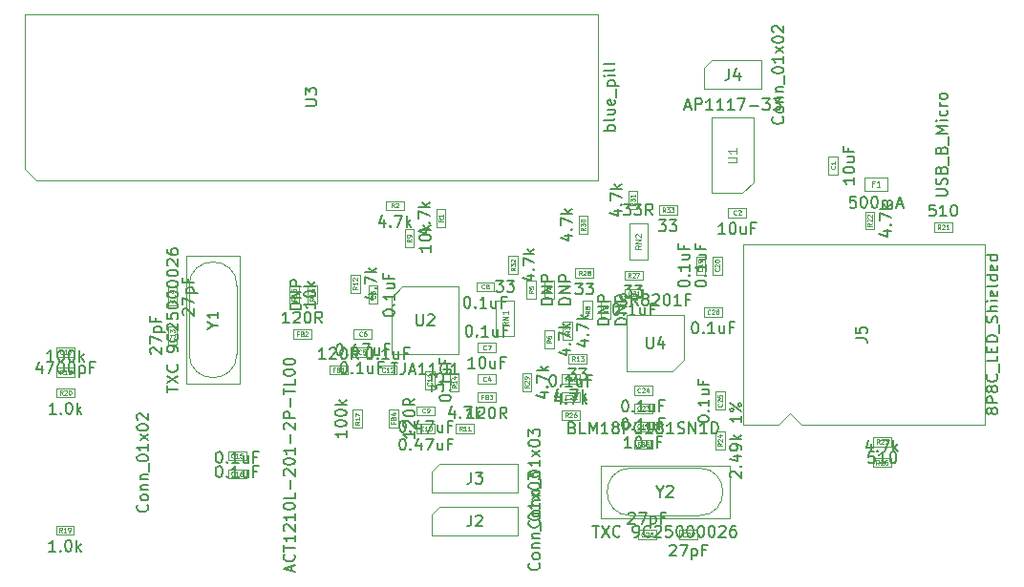
<source format=gbr>
G04 #@! TF.GenerationSoftware,KiCad,Pcbnew,8.0.4*
G04 #@! TF.CreationDate,2024-09-14T16:47:45+09:00*
G04 #@! TF.ProjectId,100base-t1-converter,31303062-6173-4652-9d74-312d636f6e76,rev?*
G04 #@! TF.SameCoordinates,Original*
G04 #@! TF.FileFunction,AssemblyDrawing,Top*
%FSLAX46Y46*%
G04 Gerber Fmt 4.6, Leading zero omitted, Abs format (unit mm)*
G04 Created by KiCad (PCBNEW 8.0.4) date 2024-09-14 16:47:45*
%MOMM*%
%LPD*%
G01*
G04 APERTURE LIST*
%ADD10C,0.150000*%
%ADD11C,0.060000*%
%ADD12C,0.080000*%
%ADD13C,0.120000*%
%ADD14C,0.075000*%
%ADD15C,0.100000*%
G04 APERTURE END LIST*
D10*
X252773390Y-109120952D02*
X252725771Y-109216190D01*
X252725771Y-109216190D02*
X252678152Y-109263809D01*
X252678152Y-109263809D02*
X252582914Y-109311428D01*
X252582914Y-109311428D02*
X252535295Y-109311428D01*
X252535295Y-109311428D02*
X252440057Y-109263809D01*
X252440057Y-109263809D02*
X252392438Y-109216190D01*
X252392438Y-109216190D02*
X252344819Y-109120952D01*
X252344819Y-109120952D02*
X252344819Y-108930476D01*
X252344819Y-108930476D02*
X252392438Y-108835238D01*
X252392438Y-108835238D02*
X252440057Y-108787619D01*
X252440057Y-108787619D02*
X252535295Y-108740000D01*
X252535295Y-108740000D02*
X252582914Y-108740000D01*
X252582914Y-108740000D02*
X252678152Y-108787619D01*
X252678152Y-108787619D02*
X252725771Y-108835238D01*
X252725771Y-108835238D02*
X252773390Y-108930476D01*
X252773390Y-108930476D02*
X252773390Y-109120952D01*
X252773390Y-109120952D02*
X252821009Y-109216190D01*
X252821009Y-109216190D02*
X252868628Y-109263809D01*
X252868628Y-109263809D02*
X252963866Y-109311428D01*
X252963866Y-109311428D02*
X253154342Y-109311428D01*
X253154342Y-109311428D02*
X253249580Y-109263809D01*
X253249580Y-109263809D02*
X253297200Y-109216190D01*
X253297200Y-109216190D02*
X253344819Y-109120952D01*
X253344819Y-109120952D02*
X253344819Y-108930476D01*
X253344819Y-108930476D02*
X253297200Y-108835238D01*
X253297200Y-108835238D02*
X253249580Y-108787619D01*
X253249580Y-108787619D02*
X253154342Y-108740000D01*
X253154342Y-108740000D02*
X252963866Y-108740000D01*
X252963866Y-108740000D02*
X252868628Y-108787619D01*
X252868628Y-108787619D02*
X252821009Y-108835238D01*
X252821009Y-108835238D02*
X252773390Y-108930476D01*
X253344819Y-108311428D02*
X252344819Y-108311428D01*
X252344819Y-108311428D02*
X252344819Y-107930476D01*
X252344819Y-107930476D02*
X252392438Y-107835238D01*
X252392438Y-107835238D02*
X252440057Y-107787619D01*
X252440057Y-107787619D02*
X252535295Y-107740000D01*
X252535295Y-107740000D02*
X252678152Y-107740000D01*
X252678152Y-107740000D02*
X252773390Y-107787619D01*
X252773390Y-107787619D02*
X252821009Y-107835238D01*
X252821009Y-107835238D02*
X252868628Y-107930476D01*
X252868628Y-107930476D02*
X252868628Y-108311428D01*
X252773390Y-107168571D02*
X252725771Y-107263809D01*
X252725771Y-107263809D02*
X252678152Y-107311428D01*
X252678152Y-107311428D02*
X252582914Y-107359047D01*
X252582914Y-107359047D02*
X252535295Y-107359047D01*
X252535295Y-107359047D02*
X252440057Y-107311428D01*
X252440057Y-107311428D02*
X252392438Y-107263809D01*
X252392438Y-107263809D02*
X252344819Y-107168571D01*
X252344819Y-107168571D02*
X252344819Y-106978095D01*
X252344819Y-106978095D02*
X252392438Y-106882857D01*
X252392438Y-106882857D02*
X252440057Y-106835238D01*
X252440057Y-106835238D02*
X252535295Y-106787619D01*
X252535295Y-106787619D02*
X252582914Y-106787619D01*
X252582914Y-106787619D02*
X252678152Y-106835238D01*
X252678152Y-106835238D02*
X252725771Y-106882857D01*
X252725771Y-106882857D02*
X252773390Y-106978095D01*
X252773390Y-106978095D02*
X252773390Y-107168571D01*
X252773390Y-107168571D02*
X252821009Y-107263809D01*
X252821009Y-107263809D02*
X252868628Y-107311428D01*
X252868628Y-107311428D02*
X252963866Y-107359047D01*
X252963866Y-107359047D02*
X253154342Y-107359047D01*
X253154342Y-107359047D02*
X253249580Y-107311428D01*
X253249580Y-107311428D02*
X253297200Y-107263809D01*
X253297200Y-107263809D02*
X253344819Y-107168571D01*
X253344819Y-107168571D02*
X253344819Y-106978095D01*
X253344819Y-106978095D02*
X253297200Y-106882857D01*
X253297200Y-106882857D02*
X253249580Y-106835238D01*
X253249580Y-106835238D02*
X253154342Y-106787619D01*
X253154342Y-106787619D02*
X252963866Y-106787619D01*
X252963866Y-106787619D02*
X252868628Y-106835238D01*
X252868628Y-106835238D02*
X252821009Y-106882857D01*
X252821009Y-106882857D02*
X252773390Y-106978095D01*
X253249580Y-105787619D02*
X253297200Y-105835238D01*
X253297200Y-105835238D02*
X253344819Y-105978095D01*
X253344819Y-105978095D02*
X253344819Y-106073333D01*
X253344819Y-106073333D02*
X253297200Y-106216190D01*
X253297200Y-106216190D02*
X253201961Y-106311428D01*
X253201961Y-106311428D02*
X253106723Y-106359047D01*
X253106723Y-106359047D02*
X252916247Y-106406666D01*
X252916247Y-106406666D02*
X252773390Y-106406666D01*
X252773390Y-106406666D02*
X252582914Y-106359047D01*
X252582914Y-106359047D02*
X252487676Y-106311428D01*
X252487676Y-106311428D02*
X252392438Y-106216190D01*
X252392438Y-106216190D02*
X252344819Y-106073333D01*
X252344819Y-106073333D02*
X252344819Y-105978095D01*
X252344819Y-105978095D02*
X252392438Y-105835238D01*
X252392438Y-105835238D02*
X252440057Y-105787619D01*
X253440057Y-105597143D02*
X253440057Y-104835238D01*
X253344819Y-104120952D02*
X253344819Y-104597142D01*
X253344819Y-104597142D02*
X252344819Y-104597142D01*
X252821009Y-103787618D02*
X252821009Y-103454285D01*
X253344819Y-103311428D02*
X253344819Y-103787618D01*
X253344819Y-103787618D02*
X252344819Y-103787618D01*
X252344819Y-103787618D02*
X252344819Y-103311428D01*
X253344819Y-102882856D02*
X252344819Y-102882856D01*
X252344819Y-102882856D02*
X252344819Y-102644761D01*
X252344819Y-102644761D02*
X252392438Y-102501904D01*
X252392438Y-102501904D02*
X252487676Y-102406666D01*
X252487676Y-102406666D02*
X252582914Y-102359047D01*
X252582914Y-102359047D02*
X252773390Y-102311428D01*
X252773390Y-102311428D02*
X252916247Y-102311428D01*
X252916247Y-102311428D02*
X253106723Y-102359047D01*
X253106723Y-102359047D02*
X253201961Y-102406666D01*
X253201961Y-102406666D02*
X253297200Y-102501904D01*
X253297200Y-102501904D02*
X253344819Y-102644761D01*
X253344819Y-102644761D02*
X253344819Y-102882856D01*
X253440057Y-102120952D02*
X253440057Y-101359047D01*
X253297200Y-101168570D02*
X253344819Y-101025713D01*
X253344819Y-101025713D02*
X253344819Y-100787618D01*
X253344819Y-100787618D02*
X253297200Y-100692380D01*
X253297200Y-100692380D02*
X253249580Y-100644761D01*
X253249580Y-100644761D02*
X253154342Y-100597142D01*
X253154342Y-100597142D02*
X253059104Y-100597142D01*
X253059104Y-100597142D02*
X252963866Y-100644761D01*
X252963866Y-100644761D02*
X252916247Y-100692380D01*
X252916247Y-100692380D02*
X252868628Y-100787618D01*
X252868628Y-100787618D02*
X252821009Y-100978094D01*
X252821009Y-100978094D02*
X252773390Y-101073332D01*
X252773390Y-101073332D02*
X252725771Y-101120951D01*
X252725771Y-101120951D02*
X252630533Y-101168570D01*
X252630533Y-101168570D02*
X252535295Y-101168570D01*
X252535295Y-101168570D02*
X252440057Y-101120951D01*
X252440057Y-101120951D02*
X252392438Y-101073332D01*
X252392438Y-101073332D02*
X252344819Y-100978094D01*
X252344819Y-100978094D02*
X252344819Y-100739999D01*
X252344819Y-100739999D02*
X252392438Y-100597142D01*
X253344819Y-100168570D02*
X252344819Y-100168570D01*
X253344819Y-99739999D02*
X252821009Y-99739999D01*
X252821009Y-99739999D02*
X252725771Y-99787618D01*
X252725771Y-99787618D02*
X252678152Y-99882856D01*
X252678152Y-99882856D02*
X252678152Y-100025713D01*
X252678152Y-100025713D02*
X252725771Y-100120951D01*
X252725771Y-100120951D02*
X252773390Y-100168570D01*
X253344819Y-99263808D02*
X252678152Y-99263808D01*
X252344819Y-99263808D02*
X252392438Y-99311427D01*
X252392438Y-99311427D02*
X252440057Y-99263808D01*
X252440057Y-99263808D02*
X252392438Y-99216189D01*
X252392438Y-99216189D02*
X252344819Y-99263808D01*
X252344819Y-99263808D02*
X252440057Y-99263808D01*
X253297200Y-98406666D02*
X253344819Y-98501904D01*
X253344819Y-98501904D02*
X253344819Y-98692380D01*
X253344819Y-98692380D02*
X253297200Y-98787618D01*
X253297200Y-98787618D02*
X253201961Y-98835237D01*
X253201961Y-98835237D02*
X252821009Y-98835237D01*
X252821009Y-98835237D02*
X252725771Y-98787618D01*
X252725771Y-98787618D02*
X252678152Y-98692380D01*
X252678152Y-98692380D02*
X252678152Y-98501904D01*
X252678152Y-98501904D02*
X252725771Y-98406666D01*
X252725771Y-98406666D02*
X252821009Y-98359047D01*
X252821009Y-98359047D02*
X252916247Y-98359047D01*
X252916247Y-98359047D02*
X253011485Y-98835237D01*
X253344819Y-97787618D02*
X253297200Y-97882856D01*
X253297200Y-97882856D02*
X253201961Y-97930475D01*
X253201961Y-97930475D02*
X252344819Y-97930475D01*
X253344819Y-96978094D02*
X252344819Y-96978094D01*
X253297200Y-96978094D02*
X253344819Y-97073332D01*
X253344819Y-97073332D02*
X253344819Y-97263808D01*
X253344819Y-97263808D02*
X253297200Y-97359046D01*
X253297200Y-97359046D02*
X253249580Y-97406665D01*
X253249580Y-97406665D02*
X253154342Y-97454284D01*
X253154342Y-97454284D02*
X252868628Y-97454284D01*
X252868628Y-97454284D02*
X252773390Y-97406665D01*
X252773390Y-97406665D02*
X252725771Y-97359046D01*
X252725771Y-97359046D02*
X252678152Y-97263808D01*
X252678152Y-97263808D02*
X252678152Y-97073332D01*
X252678152Y-97073332D02*
X252725771Y-96978094D01*
X253297200Y-96120951D02*
X253344819Y-96216189D01*
X253344819Y-96216189D02*
X253344819Y-96406665D01*
X253344819Y-96406665D02*
X253297200Y-96501903D01*
X253297200Y-96501903D02*
X253201961Y-96549522D01*
X253201961Y-96549522D02*
X252821009Y-96549522D01*
X252821009Y-96549522D02*
X252725771Y-96501903D01*
X252725771Y-96501903D02*
X252678152Y-96406665D01*
X252678152Y-96406665D02*
X252678152Y-96216189D01*
X252678152Y-96216189D02*
X252725771Y-96120951D01*
X252725771Y-96120951D02*
X252821009Y-96073332D01*
X252821009Y-96073332D02*
X252916247Y-96073332D01*
X252916247Y-96073332D02*
X253011485Y-96549522D01*
X253344819Y-95216189D02*
X252344819Y-95216189D01*
X253297200Y-95216189D02*
X253344819Y-95311427D01*
X253344819Y-95311427D02*
X253344819Y-95501903D01*
X253344819Y-95501903D02*
X253297200Y-95597141D01*
X253297200Y-95597141D02*
X253249580Y-95644760D01*
X253249580Y-95644760D02*
X253154342Y-95692379D01*
X253154342Y-95692379D02*
X252868628Y-95692379D01*
X252868628Y-95692379D02*
X252773390Y-95644760D01*
X252773390Y-95644760D02*
X252725771Y-95597141D01*
X252725771Y-95597141D02*
X252678152Y-95501903D01*
X252678152Y-95501903D02*
X252678152Y-95311427D01*
X252678152Y-95311427D02*
X252725771Y-95216189D01*
X240764819Y-102573333D02*
X241479104Y-102573333D01*
X241479104Y-102573333D02*
X241621961Y-102620952D01*
X241621961Y-102620952D02*
X241717200Y-102716190D01*
X241717200Y-102716190D02*
X241764819Y-102859047D01*
X241764819Y-102859047D02*
X241764819Y-102954285D01*
X240764819Y-101620952D02*
X240764819Y-102097142D01*
X240764819Y-102097142D02*
X241241009Y-102144761D01*
X241241009Y-102144761D02*
X241193390Y-102097142D01*
X241193390Y-102097142D02*
X241145771Y-102001904D01*
X241145771Y-102001904D02*
X241145771Y-101763809D01*
X241145771Y-101763809D02*
X241193390Y-101668571D01*
X241193390Y-101668571D02*
X241241009Y-101620952D01*
X241241009Y-101620952D02*
X241336247Y-101573333D01*
X241336247Y-101573333D02*
X241574342Y-101573333D01*
X241574342Y-101573333D02*
X241669580Y-101620952D01*
X241669580Y-101620952D02*
X241717200Y-101668571D01*
X241717200Y-101668571D02*
X241764819Y-101763809D01*
X241764819Y-101763809D02*
X241764819Y-102001904D01*
X241764819Y-102001904D02*
X241717200Y-102097142D01*
X241717200Y-102097142D02*
X241669580Y-102144761D01*
X215484819Y-99560713D02*
X214484819Y-99560713D01*
X214484819Y-99560713D02*
X214484819Y-99322618D01*
X214484819Y-99322618D02*
X214532438Y-99179761D01*
X214532438Y-99179761D02*
X214627676Y-99084523D01*
X214627676Y-99084523D02*
X214722914Y-99036904D01*
X214722914Y-99036904D02*
X214913390Y-98989285D01*
X214913390Y-98989285D02*
X215056247Y-98989285D01*
X215056247Y-98989285D02*
X215246723Y-99036904D01*
X215246723Y-99036904D02*
X215341961Y-99084523D01*
X215341961Y-99084523D02*
X215437200Y-99179761D01*
X215437200Y-99179761D02*
X215484819Y-99322618D01*
X215484819Y-99322618D02*
X215484819Y-99560713D01*
X215484819Y-98560713D02*
X214484819Y-98560713D01*
X214484819Y-98560713D02*
X215484819Y-97989285D01*
X215484819Y-97989285D02*
X214484819Y-97989285D01*
X215484819Y-97513094D02*
X214484819Y-97513094D01*
X214484819Y-97513094D02*
X214484819Y-97132142D01*
X214484819Y-97132142D02*
X214532438Y-97036904D01*
X214532438Y-97036904D02*
X214580057Y-96989285D01*
X214580057Y-96989285D02*
X214675295Y-96941666D01*
X214675295Y-96941666D02*
X214818152Y-96941666D01*
X214818152Y-96941666D02*
X214913390Y-96989285D01*
X214913390Y-96989285D02*
X214961009Y-97036904D01*
X214961009Y-97036904D02*
X215008628Y-97132142D01*
X215008628Y-97132142D02*
X215008628Y-97513094D01*
D11*
X213781927Y-98341666D02*
X213591451Y-98474999D01*
X213781927Y-98570237D02*
X213381927Y-98570237D01*
X213381927Y-98570237D02*
X213381927Y-98417856D01*
X213381927Y-98417856D02*
X213400975Y-98379761D01*
X213400975Y-98379761D02*
X213420022Y-98360714D01*
X213420022Y-98360714D02*
X213458118Y-98341666D01*
X213458118Y-98341666D02*
X213515260Y-98341666D01*
X213515260Y-98341666D02*
X213553356Y-98360714D01*
X213553356Y-98360714D02*
X213572403Y-98379761D01*
X213572403Y-98379761D02*
X213591451Y-98417856D01*
X213591451Y-98417856D02*
X213591451Y-98570237D01*
X213515260Y-97998809D02*
X213781927Y-97998809D01*
X213362880Y-98094047D02*
X213648594Y-98189285D01*
X213648594Y-98189285D02*
X213648594Y-97941666D01*
D10*
X219482143Y-99484819D02*
X219577381Y-99484819D01*
X219577381Y-99484819D02*
X219672619Y-99532438D01*
X219672619Y-99532438D02*
X219720238Y-99580057D01*
X219720238Y-99580057D02*
X219767857Y-99675295D01*
X219767857Y-99675295D02*
X219815476Y-99865771D01*
X219815476Y-99865771D02*
X219815476Y-100103866D01*
X219815476Y-100103866D02*
X219767857Y-100294342D01*
X219767857Y-100294342D02*
X219720238Y-100389580D01*
X219720238Y-100389580D02*
X219672619Y-100437200D01*
X219672619Y-100437200D02*
X219577381Y-100484819D01*
X219577381Y-100484819D02*
X219482143Y-100484819D01*
X219482143Y-100484819D02*
X219386905Y-100437200D01*
X219386905Y-100437200D02*
X219339286Y-100389580D01*
X219339286Y-100389580D02*
X219291667Y-100294342D01*
X219291667Y-100294342D02*
X219244048Y-100103866D01*
X219244048Y-100103866D02*
X219244048Y-99865771D01*
X219244048Y-99865771D02*
X219291667Y-99675295D01*
X219291667Y-99675295D02*
X219339286Y-99580057D01*
X219339286Y-99580057D02*
X219386905Y-99532438D01*
X219386905Y-99532438D02*
X219482143Y-99484819D01*
X220244048Y-100389580D02*
X220291667Y-100437200D01*
X220291667Y-100437200D02*
X220244048Y-100484819D01*
X220244048Y-100484819D02*
X220196429Y-100437200D01*
X220196429Y-100437200D02*
X220244048Y-100389580D01*
X220244048Y-100389580D02*
X220244048Y-100484819D01*
X221244047Y-100484819D02*
X220672619Y-100484819D01*
X220958333Y-100484819D02*
X220958333Y-99484819D01*
X220958333Y-99484819D02*
X220863095Y-99627676D01*
X220863095Y-99627676D02*
X220767857Y-99722914D01*
X220767857Y-99722914D02*
X220672619Y-99770533D01*
X222101190Y-99818152D02*
X222101190Y-100484819D01*
X221672619Y-99818152D02*
X221672619Y-100341961D01*
X221672619Y-100341961D02*
X221720238Y-100437200D01*
X221720238Y-100437200D02*
X221815476Y-100484819D01*
X221815476Y-100484819D02*
X221958333Y-100484819D01*
X221958333Y-100484819D02*
X222053571Y-100437200D01*
X222053571Y-100437200D02*
X222101190Y-100389580D01*
X222910714Y-99961009D02*
X222577381Y-99961009D01*
X222577381Y-100484819D02*
X222577381Y-99484819D01*
X222577381Y-99484819D02*
X223053571Y-99484819D01*
D11*
X220867857Y-98743832D02*
X220848809Y-98762880D01*
X220848809Y-98762880D02*
X220791667Y-98781927D01*
X220791667Y-98781927D02*
X220753571Y-98781927D01*
X220753571Y-98781927D02*
X220696428Y-98762880D01*
X220696428Y-98762880D02*
X220658333Y-98724784D01*
X220658333Y-98724784D02*
X220639286Y-98686689D01*
X220639286Y-98686689D02*
X220620238Y-98610499D01*
X220620238Y-98610499D02*
X220620238Y-98553356D01*
X220620238Y-98553356D02*
X220639286Y-98477165D01*
X220639286Y-98477165D02*
X220658333Y-98439070D01*
X220658333Y-98439070D02*
X220696428Y-98400975D01*
X220696428Y-98400975D02*
X220753571Y-98381927D01*
X220753571Y-98381927D02*
X220791667Y-98381927D01*
X220791667Y-98381927D02*
X220848809Y-98400975D01*
X220848809Y-98400975D02*
X220867857Y-98420022D01*
X221020238Y-98420022D02*
X221039286Y-98400975D01*
X221039286Y-98400975D02*
X221077381Y-98381927D01*
X221077381Y-98381927D02*
X221172619Y-98381927D01*
X221172619Y-98381927D02*
X221210714Y-98400975D01*
X221210714Y-98400975D02*
X221229762Y-98420022D01*
X221229762Y-98420022D02*
X221248809Y-98458118D01*
X221248809Y-98458118D02*
X221248809Y-98496213D01*
X221248809Y-98496213D02*
X221229762Y-98553356D01*
X221229762Y-98553356D02*
X221001190Y-98781927D01*
X221001190Y-98781927D02*
X221248809Y-98781927D01*
X221629761Y-98781927D02*
X221401190Y-98781927D01*
X221515476Y-98781927D02*
X221515476Y-98381927D01*
X221515476Y-98381927D02*
X221477380Y-98439070D01*
X221477380Y-98439070D02*
X221439285Y-98477165D01*
X221439285Y-98477165D02*
X221401190Y-98496213D01*
D10*
X225024819Y-97767856D02*
X225024819Y-97672618D01*
X225024819Y-97672618D02*
X225072438Y-97577380D01*
X225072438Y-97577380D02*
X225120057Y-97529761D01*
X225120057Y-97529761D02*
X225215295Y-97482142D01*
X225215295Y-97482142D02*
X225405771Y-97434523D01*
X225405771Y-97434523D02*
X225643866Y-97434523D01*
X225643866Y-97434523D02*
X225834342Y-97482142D01*
X225834342Y-97482142D02*
X225929580Y-97529761D01*
X225929580Y-97529761D02*
X225977200Y-97577380D01*
X225977200Y-97577380D02*
X226024819Y-97672618D01*
X226024819Y-97672618D02*
X226024819Y-97767856D01*
X226024819Y-97767856D02*
X225977200Y-97863094D01*
X225977200Y-97863094D02*
X225929580Y-97910713D01*
X225929580Y-97910713D02*
X225834342Y-97958332D01*
X225834342Y-97958332D02*
X225643866Y-98005951D01*
X225643866Y-98005951D02*
X225405771Y-98005951D01*
X225405771Y-98005951D02*
X225215295Y-97958332D01*
X225215295Y-97958332D02*
X225120057Y-97910713D01*
X225120057Y-97910713D02*
X225072438Y-97863094D01*
X225072438Y-97863094D02*
X225024819Y-97767856D01*
X225929580Y-97005951D02*
X225977200Y-96958332D01*
X225977200Y-96958332D02*
X226024819Y-97005951D01*
X226024819Y-97005951D02*
X225977200Y-97053570D01*
X225977200Y-97053570D02*
X225929580Y-97005951D01*
X225929580Y-97005951D02*
X226024819Y-97005951D01*
X226024819Y-96005952D02*
X226024819Y-96577380D01*
X226024819Y-96291666D02*
X225024819Y-96291666D01*
X225024819Y-96291666D02*
X225167676Y-96386904D01*
X225167676Y-96386904D02*
X225262914Y-96482142D01*
X225262914Y-96482142D02*
X225310533Y-96577380D01*
X225358152Y-95148809D02*
X226024819Y-95148809D01*
X225358152Y-95577380D02*
X225881961Y-95577380D01*
X225881961Y-95577380D02*
X225977200Y-95529761D01*
X225977200Y-95529761D02*
X226024819Y-95434523D01*
X226024819Y-95434523D02*
X226024819Y-95291666D01*
X226024819Y-95291666D02*
X225977200Y-95196428D01*
X225977200Y-95196428D02*
X225929580Y-95148809D01*
X225501009Y-94339285D02*
X225501009Y-94672618D01*
X226024819Y-94672618D02*
X225024819Y-94672618D01*
X225024819Y-94672618D02*
X225024819Y-94196428D01*
D11*
X227143832Y-96382142D02*
X227162880Y-96401190D01*
X227162880Y-96401190D02*
X227181927Y-96458332D01*
X227181927Y-96458332D02*
X227181927Y-96496428D01*
X227181927Y-96496428D02*
X227162880Y-96553571D01*
X227162880Y-96553571D02*
X227124784Y-96591666D01*
X227124784Y-96591666D02*
X227086689Y-96610713D01*
X227086689Y-96610713D02*
X227010499Y-96629761D01*
X227010499Y-96629761D02*
X226953356Y-96629761D01*
X226953356Y-96629761D02*
X226877165Y-96610713D01*
X226877165Y-96610713D02*
X226839070Y-96591666D01*
X226839070Y-96591666D02*
X226800975Y-96553571D01*
X226800975Y-96553571D02*
X226781927Y-96496428D01*
X226781927Y-96496428D02*
X226781927Y-96458332D01*
X226781927Y-96458332D02*
X226800975Y-96401190D01*
X226800975Y-96401190D02*
X226820022Y-96382142D01*
X227181927Y-96001190D02*
X227181927Y-96229761D01*
X227181927Y-96115475D02*
X226781927Y-96115475D01*
X226781927Y-96115475D02*
X226839070Y-96153571D01*
X226839070Y-96153571D02*
X226877165Y-96191666D01*
X226877165Y-96191666D02*
X226896213Y-96229761D01*
X227181927Y-95810714D02*
X227181927Y-95734523D01*
X227181927Y-95734523D02*
X227162880Y-95696428D01*
X227162880Y-95696428D02*
X227143832Y-95677380D01*
X227143832Y-95677380D02*
X227086689Y-95639285D01*
X227086689Y-95639285D02*
X227010499Y-95620238D01*
X227010499Y-95620238D02*
X226858118Y-95620238D01*
X226858118Y-95620238D02*
X226820022Y-95639285D01*
X226820022Y-95639285D02*
X226800975Y-95658333D01*
X226800975Y-95658333D02*
X226781927Y-95696428D01*
X226781927Y-95696428D02*
X226781927Y-95772619D01*
X226781927Y-95772619D02*
X226800975Y-95810714D01*
X226800975Y-95810714D02*
X226820022Y-95829761D01*
X226820022Y-95829761D02*
X226858118Y-95848809D01*
X226858118Y-95848809D02*
X226953356Y-95848809D01*
X226953356Y-95848809D02*
X226991451Y-95829761D01*
X226991451Y-95829761D02*
X227010499Y-95810714D01*
X227010499Y-95810714D02*
X227029546Y-95772619D01*
X227029546Y-95772619D02*
X227029546Y-95696428D01*
X227029546Y-95696428D02*
X227010499Y-95658333D01*
X227010499Y-95658333D02*
X226991451Y-95639285D01*
X226991451Y-95639285D02*
X226953356Y-95620238D01*
D10*
X240644819Y-88306428D02*
X240644819Y-88877856D01*
X240644819Y-88592142D02*
X239644819Y-88592142D01*
X239644819Y-88592142D02*
X239787676Y-88687380D01*
X239787676Y-88687380D02*
X239882914Y-88782618D01*
X239882914Y-88782618D02*
X239930533Y-88877856D01*
X239644819Y-87687380D02*
X239644819Y-87592142D01*
X239644819Y-87592142D02*
X239692438Y-87496904D01*
X239692438Y-87496904D02*
X239740057Y-87449285D01*
X239740057Y-87449285D02*
X239835295Y-87401666D01*
X239835295Y-87401666D02*
X240025771Y-87354047D01*
X240025771Y-87354047D02*
X240263866Y-87354047D01*
X240263866Y-87354047D02*
X240454342Y-87401666D01*
X240454342Y-87401666D02*
X240549580Y-87449285D01*
X240549580Y-87449285D02*
X240597200Y-87496904D01*
X240597200Y-87496904D02*
X240644819Y-87592142D01*
X240644819Y-87592142D02*
X240644819Y-87687380D01*
X240644819Y-87687380D02*
X240597200Y-87782618D01*
X240597200Y-87782618D02*
X240549580Y-87830237D01*
X240549580Y-87830237D02*
X240454342Y-87877856D01*
X240454342Y-87877856D02*
X240263866Y-87925475D01*
X240263866Y-87925475D02*
X240025771Y-87925475D01*
X240025771Y-87925475D02*
X239835295Y-87877856D01*
X239835295Y-87877856D02*
X239740057Y-87830237D01*
X239740057Y-87830237D02*
X239692438Y-87782618D01*
X239692438Y-87782618D02*
X239644819Y-87687380D01*
X239978152Y-86496904D02*
X240644819Y-86496904D01*
X239978152Y-86925475D02*
X240501961Y-86925475D01*
X240501961Y-86925475D02*
X240597200Y-86877856D01*
X240597200Y-86877856D02*
X240644819Y-86782618D01*
X240644819Y-86782618D02*
X240644819Y-86639761D01*
X240644819Y-86639761D02*
X240597200Y-86544523D01*
X240597200Y-86544523D02*
X240549580Y-86496904D01*
X240121009Y-85687380D02*
X240121009Y-86020713D01*
X240644819Y-86020713D02*
X239644819Y-86020713D01*
X239644819Y-86020713D02*
X239644819Y-85544523D01*
D11*
X238903832Y-87301666D02*
X238922880Y-87320714D01*
X238922880Y-87320714D02*
X238941927Y-87377856D01*
X238941927Y-87377856D02*
X238941927Y-87415952D01*
X238941927Y-87415952D02*
X238922880Y-87473095D01*
X238922880Y-87473095D02*
X238884784Y-87511190D01*
X238884784Y-87511190D02*
X238846689Y-87530237D01*
X238846689Y-87530237D02*
X238770499Y-87549285D01*
X238770499Y-87549285D02*
X238713356Y-87549285D01*
X238713356Y-87549285D02*
X238637165Y-87530237D01*
X238637165Y-87530237D02*
X238599070Y-87511190D01*
X238599070Y-87511190D02*
X238560975Y-87473095D01*
X238560975Y-87473095D02*
X238541927Y-87415952D01*
X238541927Y-87415952D02*
X238541927Y-87377856D01*
X238541927Y-87377856D02*
X238560975Y-87320714D01*
X238560975Y-87320714D02*
X238580022Y-87301666D01*
X238941927Y-86920714D02*
X238941927Y-87149285D01*
X238941927Y-87034999D02*
X238541927Y-87034999D01*
X238541927Y-87034999D02*
X238599070Y-87073095D01*
X238599070Y-87073095D02*
X238637165Y-87111190D01*
X238637165Y-87111190D02*
X238656213Y-87149285D01*
D10*
X229193571Y-93324819D02*
X228622143Y-93324819D01*
X228907857Y-93324819D02*
X228907857Y-92324819D01*
X228907857Y-92324819D02*
X228812619Y-92467676D01*
X228812619Y-92467676D02*
X228717381Y-92562914D01*
X228717381Y-92562914D02*
X228622143Y-92610533D01*
X229812619Y-92324819D02*
X229907857Y-92324819D01*
X229907857Y-92324819D02*
X230003095Y-92372438D01*
X230003095Y-92372438D02*
X230050714Y-92420057D01*
X230050714Y-92420057D02*
X230098333Y-92515295D01*
X230098333Y-92515295D02*
X230145952Y-92705771D01*
X230145952Y-92705771D02*
X230145952Y-92943866D01*
X230145952Y-92943866D02*
X230098333Y-93134342D01*
X230098333Y-93134342D02*
X230050714Y-93229580D01*
X230050714Y-93229580D02*
X230003095Y-93277200D01*
X230003095Y-93277200D02*
X229907857Y-93324819D01*
X229907857Y-93324819D02*
X229812619Y-93324819D01*
X229812619Y-93324819D02*
X229717381Y-93277200D01*
X229717381Y-93277200D02*
X229669762Y-93229580D01*
X229669762Y-93229580D02*
X229622143Y-93134342D01*
X229622143Y-93134342D02*
X229574524Y-92943866D01*
X229574524Y-92943866D02*
X229574524Y-92705771D01*
X229574524Y-92705771D02*
X229622143Y-92515295D01*
X229622143Y-92515295D02*
X229669762Y-92420057D01*
X229669762Y-92420057D02*
X229717381Y-92372438D01*
X229717381Y-92372438D02*
X229812619Y-92324819D01*
X231003095Y-92658152D02*
X231003095Y-93324819D01*
X230574524Y-92658152D02*
X230574524Y-93181961D01*
X230574524Y-93181961D02*
X230622143Y-93277200D01*
X230622143Y-93277200D02*
X230717381Y-93324819D01*
X230717381Y-93324819D02*
X230860238Y-93324819D01*
X230860238Y-93324819D02*
X230955476Y-93277200D01*
X230955476Y-93277200D02*
X231003095Y-93229580D01*
X231812619Y-92801009D02*
X231479286Y-92801009D01*
X231479286Y-93324819D02*
X231479286Y-92324819D01*
X231479286Y-92324819D02*
X231955476Y-92324819D01*
D11*
X230198333Y-91583832D02*
X230179285Y-91602880D01*
X230179285Y-91602880D02*
X230122143Y-91621927D01*
X230122143Y-91621927D02*
X230084047Y-91621927D01*
X230084047Y-91621927D02*
X230026904Y-91602880D01*
X230026904Y-91602880D02*
X229988809Y-91564784D01*
X229988809Y-91564784D02*
X229969762Y-91526689D01*
X229969762Y-91526689D02*
X229950714Y-91450499D01*
X229950714Y-91450499D02*
X229950714Y-91393356D01*
X229950714Y-91393356D02*
X229969762Y-91317165D01*
X229969762Y-91317165D02*
X229988809Y-91279070D01*
X229988809Y-91279070D02*
X230026904Y-91240975D01*
X230026904Y-91240975D02*
X230084047Y-91221927D01*
X230084047Y-91221927D02*
X230122143Y-91221927D01*
X230122143Y-91221927D02*
X230179285Y-91240975D01*
X230179285Y-91240975D02*
X230198333Y-91260022D01*
X230350714Y-91260022D02*
X230369762Y-91240975D01*
X230369762Y-91240975D02*
X230407857Y-91221927D01*
X230407857Y-91221927D02*
X230503095Y-91221927D01*
X230503095Y-91221927D02*
X230541190Y-91240975D01*
X230541190Y-91240975D02*
X230560238Y-91260022D01*
X230560238Y-91260022D02*
X230579285Y-91298118D01*
X230579285Y-91298118D02*
X230579285Y-91336213D01*
X230579285Y-91336213D02*
X230560238Y-91393356D01*
X230560238Y-91393356D02*
X230331666Y-91621927D01*
X230331666Y-91621927D02*
X230579285Y-91621927D01*
D10*
X198884819Y-100367856D02*
X198884819Y-100272618D01*
X198884819Y-100272618D02*
X198932438Y-100177380D01*
X198932438Y-100177380D02*
X198980057Y-100129761D01*
X198980057Y-100129761D02*
X199075295Y-100082142D01*
X199075295Y-100082142D02*
X199265771Y-100034523D01*
X199265771Y-100034523D02*
X199503866Y-100034523D01*
X199503866Y-100034523D02*
X199694342Y-100082142D01*
X199694342Y-100082142D02*
X199789580Y-100129761D01*
X199789580Y-100129761D02*
X199837200Y-100177380D01*
X199837200Y-100177380D02*
X199884819Y-100272618D01*
X199884819Y-100272618D02*
X199884819Y-100367856D01*
X199884819Y-100367856D02*
X199837200Y-100463094D01*
X199837200Y-100463094D02*
X199789580Y-100510713D01*
X199789580Y-100510713D02*
X199694342Y-100558332D01*
X199694342Y-100558332D02*
X199503866Y-100605951D01*
X199503866Y-100605951D02*
X199265771Y-100605951D01*
X199265771Y-100605951D02*
X199075295Y-100558332D01*
X199075295Y-100558332D02*
X198980057Y-100510713D01*
X198980057Y-100510713D02*
X198932438Y-100463094D01*
X198932438Y-100463094D02*
X198884819Y-100367856D01*
X199789580Y-99605951D02*
X199837200Y-99558332D01*
X199837200Y-99558332D02*
X199884819Y-99605951D01*
X199884819Y-99605951D02*
X199837200Y-99653570D01*
X199837200Y-99653570D02*
X199789580Y-99605951D01*
X199789580Y-99605951D02*
X199884819Y-99605951D01*
X199884819Y-98605952D02*
X199884819Y-99177380D01*
X199884819Y-98891666D02*
X198884819Y-98891666D01*
X198884819Y-98891666D02*
X199027676Y-98986904D01*
X199027676Y-98986904D02*
X199122914Y-99082142D01*
X199122914Y-99082142D02*
X199170533Y-99177380D01*
X199218152Y-97748809D02*
X199884819Y-97748809D01*
X199218152Y-98177380D02*
X199741961Y-98177380D01*
X199741961Y-98177380D02*
X199837200Y-98129761D01*
X199837200Y-98129761D02*
X199884819Y-98034523D01*
X199884819Y-98034523D02*
X199884819Y-97891666D01*
X199884819Y-97891666D02*
X199837200Y-97796428D01*
X199837200Y-97796428D02*
X199789580Y-97748809D01*
X199361009Y-96939285D02*
X199361009Y-97272618D01*
X199884819Y-97272618D02*
X198884819Y-97272618D01*
X198884819Y-97272618D02*
X198884819Y-96796428D01*
D11*
X198143832Y-98791666D02*
X198162880Y-98810714D01*
X198162880Y-98810714D02*
X198181927Y-98867856D01*
X198181927Y-98867856D02*
X198181927Y-98905952D01*
X198181927Y-98905952D02*
X198162880Y-98963095D01*
X198162880Y-98963095D02*
X198124784Y-99001190D01*
X198124784Y-99001190D02*
X198086689Y-99020237D01*
X198086689Y-99020237D02*
X198010499Y-99039285D01*
X198010499Y-99039285D02*
X197953356Y-99039285D01*
X197953356Y-99039285D02*
X197877165Y-99020237D01*
X197877165Y-99020237D02*
X197839070Y-99001190D01*
X197839070Y-99001190D02*
X197800975Y-98963095D01*
X197800975Y-98963095D02*
X197781927Y-98905952D01*
X197781927Y-98905952D02*
X197781927Y-98867856D01*
X197781927Y-98867856D02*
X197800975Y-98810714D01*
X197800975Y-98810714D02*
X197820022Y-98791666D01*
X197781927Y-98658333D02*
X197781927Y-98410714D01*
X197781927Y-98410714D02*
X197934308Y-98544047D01*
X197934308Y-98544047D02*
X197934308Y-98486904D01*
X197934308Y-98486904D02*
X197953356Y-98448809D01*
X197953356Y-98448809D02*
X197972403Y-98429761D01*
X197972403Y-98429761D02*
X198010499Y-98410714D01*
X198010499Y-98410714D02*
X198105737Y-98410714D01*
X198105737Y-98410714D02*
X198143832Y-98429761D01*
X198143832Y-98429761D02*
X198162880Y-98448809D01*
X198162880Y-98448809D02*
X198181927Y-98486904D01*
X198181927Y-98486904D02*
X198181927Y-98601190D01*
X198181927Y-98601190D02*
X198162880Y-98639285D01*
X198162880Y-98639285D02*
X198143832Y-98658333D01*
D10*
X207003571Y-105224819D02*
X206432143Y-105224819D01*
X206717857Y-105224819D02*
X206717857Y-104224819D01*
X206717857Y-104224819D02*
X206622619Y-104367676D01*
X206622619Y-104367676D02*
X206527381Y-104462914D01*
X206527381Y-104462914D02*
X206432143Y-104510533D01*
X207622619Y-104224819D02*
X207717857Y-104224819D01*
X207717857Y-104224819D02*
X207813095Y-104272438D01*
X207813095Y-104272438D02*
X207860714Y-104320057D01*
X207860714Y-104320057D02*
X207908333Y-104415295D01*
X207908333Y-104415295D02*
X207955952Y-104605771D01*
X207955952Y-104605771D02*
X207955952Y-104843866D01*
X207955952Y-104843866D02*
X207908333Y-105034342D01*
X207908333Y-105034342D02*
X207860714Y-105129580D01*
X207860714Y-105129580D02*
X207813095Y-105177200D01*
X207813095Y-105177200D02*
X207717857Y-105224819D01*
X207717857Y-105224819D02*
X207622619Y-105224819D01*
X207622619Y-105224819D02*
X207527381Y-105177200D01*
X207527381Y-105177200D02*
X207479762Y-105129580D01*
X207479762Y-105129580D02*
X207432143Y-105034342D01*
X207432143Y-105034342D02*
X207384524Y-104843866D01*
X207384524Y-104843866D02*
X207384524Y-104605771D01*
X207384524Y-104605771D02*
X207432143Y-104415295D01*
X207432143Y-104415295D02*
X207479762Y-104320057D01*
X207479762Y-104320057D02*
X207527381Y-104272438D01*
X207527381Y-104272438D02*
X207622619Y-104224819D01*
X208813095Y-104558152D02*
X208813095Y-105224819D01*
X208384524Y-104558152D02*
X208384524Y-105081961D01*
X208384524Y-105081961D02*
X208432143Y-105177200D01*
X208432143Y-105177200D02*
X208527381Y-105224819D01*
X208527381Y-105224819D02*
X208670238Y-105224819D01*
X208670238Y-105224819D02*
X208765476Y-105177200D01*
X208765476Y-105177200D02*
X208813095Y-105129580D01*
X209622619Y-104701009D02*
X209289286Y-104701009D01*
X209289286Y-105224819D02*
X209289286Y-104224819D01*
X209289286Y-104224819D02*
X209765476Y-104224819D01*
D11*
X208008333Y-106343832D02*
X207989285Y-106362880D01*
X207989285Y-106362880D02*
X207932143Y-106381927D01*
X207932143Y-106381927D02*
X207894047Y-106381927D01*
X207894047Y-106381927D02*
X207836904Y-106362880D01*
X207836904Y-106362880D02*
X207798809Y-106324784D01*
X207798809Y-106324784D02*
X207779762Y-106286689D01*
X207779762Y-106286689D02*
X207760714Y-106210499D01*
X207760714Y-106210499D02*
X207760714Y-106153356D01*
X207760714Y-106153356D02*
X207779762Y-106077165D01*
X207779762Y-106077165D02*
X207798809Y-106039070D01*
X207798809Y-106039070D02*
X207836904Y-106000975D01*
X207836904Y-106000975D02*
X207894047Y-105981927D01*
X207894047Y-105981927D02*
X207932143Y-105981927D01*
X207932143Y-105981927D02*
X207989285Y-106000975D01*
X207989285Y-106000975D02*
X208008333Y-106020022D01*
X208351190Y-106115260D02*
X208351190Y-106381927D01*
X208255952Y-105962880D02*
X208160714Y-106248594D01*
X208160714Y-106248594D02*
X208408333Y-106248594D01*
D10*
X195357143Y-104684819D02*
X195452381Y-104684819D01*
X195452381Y-104684819D02*
X195547619Y-104732438D01*
X195547619Y-104732438D02*
X195595238Y-104780057D01*
X195595238Y-104780057D02*
X195642857Y-104875295D01*
X195642857Y-104875295D02*
X195690476Y-105065771D01*
X195690476Y-105065771D02*
X195690476Y-105303866D01*
X195690476Y-105303866D02*
X195642857Y-105494342D01*
X195642857Y-105494342D02*
X195595238Y-105589580D01*
X195595238Y-105589580D02*
X195547619Y-105637200D01*
X195547619Y-105637200D02*
X195452381Y-105684819D01*
X195452381Y-105684819D02*
X195357143Y-105684819D01*
X195357143Y-105684819D02*
X195261905Y-105637200D01*
X195261905Y-105637200D02*
X195214286Y-105589580D01*
X195214286Y-105589580D02*
X195166667Y-105494342D01*
X195166667Y-105494342D02*
X195119048Y-105303866D01*
X195119048Y-105303866D02*
X195119048Y-105065771D01*
X195119048Y-105065771D02*
X195166667Y-104875295D01*
X195166667Y-104875295D02*
X195214286Y-104780057D01*
X195214286Y-104780057D02*
X195261905Y-104732438D01*
X195261905Y-104732438D02*
X195357143Y-104684819D01*
X196119048Y-105589580D02*
X196166667Y-105637200D01*
X196166667Y-105637200D02*
X196119048Y-105684819D01*
X196119048Y-105684819D02*
X196071429Y-105637200D01*
X196071429Y-105637200D02*
X196119048Y-105589580D01*
X196119048Y-105589580D02*
X196119048Y-105684819D01*
X197119047Y-105684819D02*
X196547619Y-105684819D01*
X196833333Y-105684819D02*
X196833333Y-104684819D01*
X196833333Y-104684819D02*
X196738095Y-104827676D01*
X196738095Y-104827676D02*
X196642857Y-104922914D01*
X196642857Y-104922914D02*
X196547619Y-104970533D01*
X197976190Y-105018152D02*
X197976190Y-105684819D01*
X197547619Y-105018152D02*
X197547619Y-105541961D01*
X197547619Y-105541961D02*
X197595238Y-105637200D01*
X197595238Y-105637200D02*
X197690476Y-105684819D01*
X197690476Y-105684819D02*
X197833333Y-105684819D01*
X197833333Y-105684819D02*
X197928571Y-105637200D01*
X197928571Y-105637200D02*
X197976190Y-105589580D01*
X198785714Y-105161009D02*
X198452381Y-105161009D01*
X198452381Y-105684819D02*
X198452381Y-104684819D01*
X198452381Y-104684819D02*
X198928571Y-104684819D01*
D11*
X196933333Y-103943832D02*
X196914285Y-103962880D01*
X196914285Y-103962880D02*
X196857143Y-103981927D01*
X196857143Y-103981927D02*
X196819047Y-103981927D01*
X196819047Y-103981927D02*
X196761904Y-103962880D01*
X196761904Y-103962880D02*
X196723809Y-103924784D01*
X196723809Y-103924784D02*
X196704762Y-103886689D01*
X196704762Y-103886689D02*
X196685714Y-103810499D01*
X196685714Y-103810499D02*
X196685714Y-103753356D01*
X196685714Y-103753356D02*
X196704762Y-103677165D01*
X196704762Y-103677165D02*
X196723809Y-103639070D01*
X196723809Y-103639070D02*
X196761904Y-103600975D01*
X196761904Y-103600975D02*
X196819047Y-103581927D01*
X196819047Y-103581927D02*
X196857143Y-103581927D01*
X196857143Y-103581927D02*
X196914285Y-103600975D01*
X196914285Y-103600975D02*
X196933333Y-103620022D01*
X197295238Y-103581927D02*
X197104762Y-103581927D01*
X197104762Y-103581927D02*
X197085714Y-103772403D01*
X197085714Y-103772403D02*
X197104762Y-103753356D01*
X197104762Y-103753356D02*
X197142857Y-103734308D01*
X197142857Y-103734308D02*
X197238095Y-103734308D01*
X197238095Y-103734308D02*
X197276190Y-103753356D01*
X197276190Y-103753356D02*
X197295238Y-103772403D01*
X197295238Y-103772403D02*
X197314285Y-103810499D01*
X197314285Y-103810499D02*
X197314285Y-103905737D01*
X197314285Y-103905737D02*
X197295238Y-103943832D01*
X197295238Y-103943832D02*
X197276190Y-103962880D01*
X197276190Y-103962880D02*
X197238095Y-103981927D01*
X197238095Y-103981927D02*
X197142857Y-103981927D01*
X197142857Y-103981927D02*
X197104762Y-103962880D01*
X197104762Y-103962880D02*
X197085714Y-103943832D01*
D10*
X194955952Y-103084819D02*
X195051190Y-103084819D01*
X195051190Y-103084819D02*
X195146428Y-103132438D01*
X195146428Y-103132438D02*
X195194047Y-103180057D01*
X195194047Y-103180057D02*
X195241666Y-103275295D01*
X195241666Y-103275295D02*
X195289285Y-103465771D01*
X195289285Y-103465771D02*
X195289285Y-103703866D01*
X195289285Y-103703866D02*
X195241666Y-103894342D01*
X195241666Y-103894342D02*
X195194047Y-103989580D01*
X195194047Y-103989580D02*
X195146428Y-104037200D01*
X195146428Y-104037200D02*
X195051190Y-104084819D01*
X195051190Y-104084819D02*
X194955952Y-104084819D01*
X194955952Y-104084819D02*
X194860714Y-104037200D01*
X194860714Y-104037200D02*
X194813095Y-103989580D01*
X194813095Y-103989580D02*
X194765476Y-103894342D01*
X194765476Y-103894342D02*
X194717857Y-103703866D01*
X194717857Y-103703866D02*
X194717857Y-103465771D01*
X194717857Y-103465771D02*
X194765476Y-103275295D01*
X194765476Y-103275295D02*
X194813095Y-103180057D01*
X194813095Y-103180057D02*
X194860714Y-103132438D01*
X194860714Y-103132438D02*
X194955952Y-103084819D01*
X195717857Y-103989580D02*
X195765476Y-104037200D01*
X195765476Y-104037200D02*
X195717857Y-104084819D01*
X195717857Y-104084819D02*
X195670238Y-104037200D01*
X195670238Y-104037200D02*
X195717857Y-103989580D01*
X195717857Y-103989580D02*
X195717857Y-104084819D01*
X196622618Y-103418152D02*
X196622618Y-104084819D01*
X196384523Y-103037200D02*
X196146428Y-103751485D01*
X196146428Y-103751485D02*
X196765475Y-103751485D01*
X197051190Y-103084819D02*
X197717856Y-103084819D01*
X197717856Y-103084819D02*
X197289285Y-104084819D01*
X198527380Y-103418152D02*
X198527380Y-104084819D01*
X198098809Y-103418152D02*
X198098809Y-103941961D01*
X198098809Y-103941961D02*
X198146428Y-104037200D01*
X198146428Y-104037200D02*
X198241666Y-104084819D01*
X198241666Y-104084819D02*
X198384523Y-104084819D01*
X198384523Y-104084819D02*
X198479761Y-104037200D01*
X198479761Y-104037200D02*
X198527380Y-103989580D01*
X199336904Y-103561009D02*
X199003571Y-103561009D01*
X199003571Y-104084819D02*
X199003571Y-103084819D01*
X199003571Y-103084819D02*
X199479761Y-103084819D01*
D11*
X197008333Y-102343832D02*
X196989285Y-102362880D01*
X196989285Y-102362880D02*
X196932143Y-102381927D01*
X196932143Y-102381927D02*
X196894047Y-102381927D01*
X196894047Y-102381927D02*
X196836904Y-102362880D01*
X196836904Y-102362880D02*
X196798809Y-102324784D01*
X196798809Y-102324784D02*
X196779762Y-102286689D01*
X196779762Y-102286689D02*
X196760714Y-102210499D01*
X196760714Y-102210499D02*
X196760714Y-102153356D01*
X196760714Y-102153356D02*
X196779762Y-102077165D01*
X196779762Y-102077165D02*
X196798809Y-102039070D01*
X196798809Y-102039070D02*
X196836904Y-102000975D01*
X196836904Y-102000975D02*
X196894047Y-101981927D01*
X196894047Y-101981927D02*
X196932143Y-101981927D01*
X196932143Y-101981927D02*
X196989285Y-102000975D01*
X196989285Y-102000975D02*
X197008333Y-102020022D01*
X197351190Y-101981927D02*
X197275000Y-101981927D01*
X197275000Y-101981927D02*
X197236904Y-102000975D01*
X197236904Y-102000975D02*
X197217857Y-102020022D01*
X197217857Y-102020022D02*
X197179762Y-102077165D01*
X197179762Y-102077165D02*
X197160714Y-102153356D01*
X197160714Y-102153356D02*
X197160714Y-102305737D01*
X197160714Y-102305737D02*
X197179762Y-102343832D01*
X197179762Y-102343832D02*
X197198809Y-102362880D01*
X197198809Y-102362880D02*
X197236904Y-102381927D01*
X197236904Y-102381927D02*
X197313095Y-102381927D01*
X197313095Y-102381927D02*
X197351190Y-102362880D01*
X197351190Y-102362880D02*
X197370238Y-102343832D01*
X197370238Y-102343832D02*
X197389285Y-102305737D01*
X197389285Y-102305737D02*
X197389285Y-102210499D01*
X197389285Y-102210499D02*
X197370238Y-102172403D01*
X197370238Y-102172403D02*
X197351190Y-102153356D01*
X197351190Y-102153356D02*
X197313095Y-102134308D01*
X197313095Y-102134308D02*
X197236904Y-102134308D01*
X197236904Y-102134308D02*
X197198809Y-102153356D01*
X197198809Y-102153356D02*
X197179762Y-102172403D01*
X197179762Y-102172403D02*
X197160714Y-102210499D01*
D10*
X206432143Y-101424819D02*
X206527381Y-101424819D01*
X206527381Y-101424819D02*
X206622619Y-101472438D01*
X206622619Y-101472438D02*
X206670238Y-101520057D01*
X206670238Y-101520057D02*
X206717857Y-101615295D01*
X206717857Y-101615295D02*
X206765476Y-101805771D01*
X206765476Y-101805771D02*
X206765476Y-102043866D01*
X206765476Y-102043866D02*
X206717857Y-102234342D01*
X206717857Y-102234342D02*
X206670238Y-102329580D01*
X206670238Y-102329580D02*
X206622619Y-102377200D01*
X206622619Y-102377200D02*
X206527381Y-102424819D01*
X206527381Y-102424819D02*
X206432143Y-102424819D01*
X206432143Y-102424819D02*
X206336905Y-102377200D01*
X206336905Y-102377200D02*
X206289286Y-102329580D01*
X206289286Y-102329580D02*
X206241667Y-102234342D01*
X206241667Y-102234342D02*
X206194048Y-102043866D01*
X206194048Y-102043866D02*
X206194048Y-101805771D01*
X206194048Y-101805771D02*
X206241667Y-101615295D01*
X206241667Y-101615295D02*
X206289286Y-101520057D01*
X206289286Y-101520057D02*
X206336905Y-101472438D01*
X206336905Y-101472438D02*
X206432143Y-101424819D01*
X207194048Y-102329580D02*
X207241667Y-102377200D01*
X207241667Y-102377200D02*
X207194048Y-102424819D01*
X207194048Y-102424819D02*
X207146429Y-102377200D01*
X207146429Y-102377200D02*
X207194048Y-102329580D01*
X207194048Y-102329580D02*
X207194048Y-102424819D01*
X208194047Y-102424819D02*
X207622619Y-102424819D01*
X207908333Y-102424819D02*
X207908333Y-101424819D01*
X207908333Y-101424819D02*
X207813095Y-101567676D01*
X207813095Y-101567676D02*
X207717857Y-101662914D01*
X207717857Y-101662914D02*
X207622619Y-101710533D01*
X209051190Y-101758152D02*
X209051190Y-102424819D01*
X208622619Y-101758152D02*
X208622619Y-102281961D01*
X208622619Y-102281961D02*
X208670238Y-102377200D01*
X208670238Y-102377200D02*
X208765476Y-102424819D01*
X208765476Y-102424819D02*
X208908333Y-102424819D01*
X208908333Y-102424819D02*
X209003571Y-102377200D01*
X209003571Y-102377200D02*
X209051190Y-102329580D01*
X209860714Y-101901009D02*
X209527381Y-101901009D01*
X209527381Y-102424819D02*
X209527381Y-101424819D01*
X209527381Y-101424819D02*
X210003571Y-101424819D01*
D11*
X208008333Y-103543832D02*
X207989285Y-103562880D01*
X207989285Y-103562880D02*
X207932143Y-103581927D01*
X207932143Y-103581927D02*
X207894047Y-103581927D01*
X207894047Y-103581927D02*
X207836904Y-103562880D01*
X207836904Y-103562880D02*
X207798809Y-103524784D01*
X207798809Y-103524784D02*
X207779762Y-103486689D01*
X207779762Y-103486689D02*
X207760714Y-103410499D01*
X207760714Y-103410499D02*
X207760714Y-103353356D01*
X207760714Y-103353356D02*
X207779762Y-103277165D01*
X207779762Y-103277165D02*
X207798809Y-103239070D01*
X207798809Y-103239070D02*
X207836904Y-103200975D01*
X207836904Y-103200975D02*
X207894047Y-103181927D01*
X207894047Y-103181927D02*
X207932143Y-103181927D01*
X207932143Y-103181927D02*
X207989285Y-103200975D01*
X207989285Y-103200975D02*
X208008333Y-103220022D01*
X208141666Y-103181927D02*
X208408333Y-103181927D01*
X208408333Y-103181927D02*
X208236904Y-103581927D01*
D10*
X206282143Y-98884819D02*
X206377381Y-98884819D01*
X206377381Y-98884819D02*
X206472619Y-98932438D01*
X206472619Y-98932438D02*
X206520238Y-98980057D01*
X206520238Y-98980057D02*
X206567857Y-99075295D01*
X206567857Y-99075295D02*
X206615476Y-99265771D01*
X206615476Y-99265771D02*
X206615476Y-99503866D01*
X206615476Y-99503866D02*
X206567857Y-99694342D01*
X206567857Y-99694342D02*
X206520238Y-99789580D01*
X206520238Y-99789580D02*
X206472619Y-99837200D01*
X206472619Y-99837200D02*
X206377381Y-99884819D01*
X206377381Y-99884819D02*
X206282143Y-99884819D01*
X206282143Y-99884819D02*
X206186905Y-99837200D01*
X206186905Y-99837200D02*
X206139286Y-99789580D01*
X206139286Y-99789580D02*
X206091667Y-99694342D01*
X206091667Y-99694342D02*
X206044048Y-99503866D01*
X206044048Y-99503866D02*
X206044048Y-99265771D01*
X206044048Y-99265771D02*
X206091667Y-99075295D01*
X206091667Y-99075295D02*
X206139286Y-98980057D01*
X206139286Y-98980057D02*
X206186905Y-98932438D01*
X206186905Y-98932438D02*
X206282143Y-98884819D01*
X207044048Y-99789580D02*
X207091667Y-99837200D01*
X207091667Y-99837200D02*
X207044048Y-99884819D01*
X207044048Y-99884819D02*
X206996429Y-99837200D01*
X206996429Y-99837200D02*
X207044048Y-99789580D01*
X207044048Y-99789580D02*
X207044048Y-99884819D01*
X208044047Y-99884819D02*
X207472619Y-99884819D01*
X207758333Y-99884819D02*
X207758333Y-98884819D01*
X207758333Y-98884819D02*
X207663095Y-99027676D01*
X207663095Y-99027676D02*
X207567857Y-99122914D01*
X207567857Y-99122914D02*
X207472619Y-99170533D01*
X208901190Y-99218152D02*
X208901190Y-99884819D01*
X208472619Y-99218152D02*
X208472619Y-99741961D01*
X208472619Y-99741961D02*
X208520238Y-99837200D01*
X208520238Y-99837200D02*
X208615476Y-99884819D01*
X208615476Y-99884819D02*
X208758333Y-99884819D01*
X208758333Y-99884819D02*
X208853571Y-99837200D01*
X208853571Y-99837200D02*
X208901190Y-99789580D01*
X209710714Y-99361009D02*
X209377381Y-99361009D01*
X209377381Y-99884819D02*
X209377381Y-98884819D01*
X209377381Y-98884819D02*
X209853571Y-98884819D01*
D11*
X207858333Y-98143832D02*
X207839285Y-98162880D01*
X207839285Y-98162880D02*
X207782143Y-98181927D01*
X207782143Y-98181927D02*
X207744047Y-98181927D01*
X207744047Y-98181927D02*
X207686904Y-98162880D01*
X207686904Y-98162880D02*
X207648809Y-98124784D01*
X207648809Y-98124784D02*
X207629762Y-98086689D01*
X207629762Y-98086689D02*
X207610714Y-98010499D01*
X207610714Y-98010499D02*
X207610714Y-97953356D01*
X207610714Y-97953356D02*
X207629762Y-97877165D01*
X207629762Y-97877165D02*
X207648809Y-97839070D01*
X207648809Y-97839070D02*
X207686904Y-97800975D01*
X207686904Y-97800975D02*
X207744047Y-97781927D01*
X207744047Y-97781927D02*
X207782143Y-97781927D01*
X207782143Y-97781927D02*
X207839285Y-97800975D01*
X207839285Y-97800975D02*
X207858333Y-97820022D01*
X208086904Y-97953356D02*
X208048809Y-97934308D01*
X208048809Y-97934308D02*
X208029762Y-97915260D01*
X208029762Y-97915260D02*
X208010714Y-97877165D01*
X208010714Y-97877165D02*
X208010714Y-97858118D01*
X208010714Y-97858118D02*
X208029762Y-97820022D01*
X208029762Y-97820022D02*
X208048809Y-97800975D01*
X208048809Y-97800975D02*
X208086904Y-97781927D01*
X208086904Y-97781927D02*
X208163095Y-97781927D01*
X208163095Y-97781927D02*
X208201190Y-97800975D01*
X208201190Y-97800975D02*
X208220238Y-97820022D01*
X208220238Y-97820022D02*
X208239285Y-97858118D01*
X208239285Y-97858118D02*
X208239285Y-97877165D01*
X208239285Y-97877165D02*
X208220238Y-97915260D01*
X208220238Y-97915260D02*
X208201190Y-97934308D01*
X208201190Y-97934308D02*
X208163095Y-97953356D01*
X208163095Y-97953356D02*
X208086904Y-97953356D01*
X208086904Y-97953356D02*
X208048809Y-97972403D01*
X208048809Y-97972403D02*
X208029762Y-97991451D01*
X208029762Y-97991451D02*
X208010714Y-98029546D01*
X208010714Y-98029546D02*
X208010714Y-98105737D01*
X208010714Y-98105737D02*
X208029762Y-98143832D01*
X208029762Y-98143832D02*
X208048809Y-98162880D01*
X208048809Y-98162880D02*
X208086904Y-98181927D01*
X208086904Y-98181927D02*
X208163095Y-98181927D01*
X208163095Y-98181927D02*
X208201190Y-98162880D01*
X208201190Y-98162880D02*
X208220238Y-98143832D01*
X208220238Y-98143832D02*
X208239285Y-98105737D01*
X208239285Y-98105737D02*
X208239285Y-98029546D01*
X208239285Y-98029546D02*
X208220238Y-97991451D01*
X208220238Y-97991451D02*
X208201190Y-97972403D01*
X208201190Y-97972403D02*
X208163095Y-97953356D01*
D10*
X200555952Y-109884819D02*
X200651190Y-109884819D01*
X200651190Y-109884819D02*
X200746428Y-109932438D01*
X200746428Y-109932438D02*
X200794047Y-109980057D01*
X200794047Y-109980057D02*
X200841666Y-110075295D01*
X200841666Y-110075295D02*
X200889285Y-110265771D01*
X200889285Y-110265771D02*
X200889285Y-110503866D01*
X200889285Y-110503866D02*
X200841666Y-110694342D01*
X200841666Y-110694342D02*
X200794047Y-110789580D01*
X200794047Y-110789580D02*
X200746428Y-110837200D01*
X200746428Y-110837200D02*
X200651190Y-110884819D01*
X200651190Y-110884819D02*
X200555952Y-110884819D01*
X200555952Y-110884819D02*
X200460714Y-110837200D01*
X200460714Y-110837200D02*
X200413095Y-110789580D01*
X200413095Y-110789580D02*
X200365476Y-110694342D01*
X200365476Y-110694342D02*
X200317857Y-110503866D01*
X200317857Y-110503866D02*
X200317857Y-110265771D01*
X200317857Y-110265771D02*
X200365476Y-110075295D01*
X200365476Y-110075295D02*
X200413095Y-109980057D01*
X200413095Y-109980057D02*
X200460714Y-109932438D01*
X200460714Y-109932438D02*
X200555952Y-109884819D01*
X201317857Y-110789580D02*
X201365476Y-110837200D01*
X201365476Y-110837200D02*
X201317857Y-110884819D01*
X201317857Y-110884819D02*
X201270238Y-110837200D01*
X201270238Y-110837200D02*
X201317857Y-110789580D01*
X201317857Y-110789580D02*
X201317857Y-110884819D01*
X202222618Y-110218152D02*
X202222618Y-110884819D01*
X201984523Y-109837200D02*
X201746428Y-110551485D01*
X201746428Y-110551485D02*
X202365475Y-110551485D01*
X202651190Y-109884819D02*
X203317856Y-109884819D01*
X203317856Y-109884819D02*
X202889285Y-110884819D01*
X204127380Y-110218152D02*
X204127380Y-110884819D01*
X203698809Y-110218152D02*
X203698809Y-110741961D01*
X203698809Y-110741961D02*
X203746428Y-110837200D01*
X203746428Y-110837200D02*
X203841666Y-110884819D01*
X203841666Y-110884819D02*
X203984523Y-110884819D01*
X203984523Y-110884819D02*
X204079761Y-110837200D01*
X204079761Y-110837200D02*
X204127380Y-110789580D01*
X204936904Y-110361009D02*
X204603571Y-110361009D01*
X204603571Y-110884819D02*
X204603571Y-109884819D01*
X204603571Y-109884819D02*
X205079761Y-109884819D01*
D11*
X202608333Y-109143832D02*
X202589285Y-109162880D01*
X202589285Y-109162880D02*
X202532143Y-109181927D01*
X202532143Y-109181927D02*
X202494047Y-109181927D01*
X202494047Y-109181927D02*
X202436904Y-109162880D01*
X202436904Y-109162880D02*
X202398809Y-109124784D01*
X202398809Y-109124784D02*
X202379762Y-109086689D01*
X202379762Y-109086689D02*
X202360714Y-109010499D01*
X202360714Y-109010499D02*
X202360714Y-108953356D01*
X202360714Y-108953356D02*
X202379762Y-108877165D01*
X202379762Y-108877165D02*
X202398809Y-108839070D01*
X202398809Y-108839070D02*
X202436904Y-108800975D01*
X202436904Y-108800975D02*
X202494047Y-108781927D01*
X202494047Y-108781927D02*
X202532143Y-108781927D01*
X202532143Y-108781927D02*
X202589285Y-108800975D01*
X202589285Y-108800975D02*
X202608333Y-108820022D01*
X202798809Y-109181927D02*
X202875000Y-109181927D01*
X202875000Y-109181927D02*
X202913095Y-109162880D01*
X202913095Y-109162880D02*
X202932143Y-109143832D01*
X202932143Y-109143832D02*
X202970238Y-109086689D01*
X202970238Y-109086689D02*
X202989285Y-109010499D01*
X202989285Y-109010499D02*
X202989285Y-108858118D01*
X202989285Y-108858118D02*
X202970238Y-108820022D01*
X202970238Y-108820022D02*
X202951190Y-108800975D01*
X202951190Y-108800975D02*
X202913095Y-108781927D01*
X202913095Y-108781927D02*
X202836904Y-108781927D01*
X202836904Y-108781927D02*
X202798809Y-108800975D01*
X202798809Y-108800975D02*
X202779762Y-108820022D01*
X202779762Y-108820022D02*
X202760714Y-108858118D01*
X202760714Y-108858118D02*
X202760714Y-108953356D01*
X202760714Y-108953356D02*
X202779762Y-108991451D01*
X202779762Y-108991451D02*
X202798809Y-109010499D01*
X202798809Y-109010499D02*
X202836904Y-109029546D01*
X202836904Y-109029546D02*
X202913095Y-109029546D01*
X202913095Y-109029546D02*
X202951190Y-109010499D01*
X202951190Y-109010499D02*
X202970238Y-108991451D01*
X202970238Y-108991451D02*
X202989285Y-108953356D01*
D10*
X200555952Y-111484819D02*
X200651190Y-111484819D01*
X200651190Y-111484819D02*
X200746428Y-111532438D01*
X200746428Y-111532438D02*
X200794047Y-111580057D01*
X200794047Y-111580057D02*
X200841666Y-111675295D01*
X200841666Y-111675295D02*
X200889285Y-111865771D01*
X200889285Y-111865771D02*
X200889285Y-112103866D01*
X200889285Y-112103866D02*
X200841666Y-112294342D01*
X200841666Y-112294342D02*
X200794047Y-112389580D01*
X200794047Y-112389580D02*
X200746428Y-112437200D01*
X200746428Y-112437200D02*
X200651190Y-112484819D01*
X200651190Y-112484819D02*
X200555952Y-112484819D01*
X200555952Y-112484819D02*
X200460714Y-112437200D01*
X200460714Y-112437200D02*
X200413095Y-112389580D01*
X200413095Y-112389580D02*
X200365476Y-112294342D01*
X200365476Y-112294342D02*
X200317857Y-112103866D01*
X200317857Y-112103866D02*
X200317857Y-111865771D01*
X200317857Y-111865771D02*
X200365476Y-111675295D01*
X200365476Y-111675295D02*
X200413095Y-111580057D01*
X200413095Y-111580057D02*
X200460714Y-111532438D01*
X200460714Y-111532438D02*
X200555952Y-111484819D01*
X201317857Y-112389580D02*
X201365476Y-112437200D01*
X201365476Y-112437200D02*
X201317857Y-112484819D01*
X201317857Y-112484819D02*
X201270238Y-112437200D01*
X201270238Y-112437200D02*
X201317857Y-112389580D01*
X201317857Y-112389580D02*
X201317857Y-112484819D01*
X202222618Y-111818152D02*
X202222618Y-112484819D01*
X201984523Y-111437200D02*
X201746428Y-112151485D01*
X201746428Y-112151485D02*
X202365475Y-112151485D01*
X202651190Y-111484819D02*
X203317856Y-111484819D01*
X203317856Y-111484819D02*
X202889285Y-112484819D01*
X204127380Y-111818152D02*
X204127380Y-112484819D01*
X203698809Y-111818152D02*
X203698809Y-112341961D01*
X203698809Y-112341961D02*
X203746428Y-112437200D01*
X203746428Y-112437200D02*
X203841666Y-112484819D01*
X203841666Y-112484819D02*
X203984523Y-112484819D01*
X203984523Y-112484819D02*
X204079761Y-112437200D01*
X204079761Y-112437200D02*
X204127380Y-112389580D01*
X204936904Y-111961009D02*
X204603571Y-111961009D01*
X204603571Y-112484819D02*
X204603571Y-111484819D01*
X204603571Y-111484819D02*
X205079761Y-111484819D01*
D11*
X202417857Y-110743832D02*
X202398809Y-110762880D01*
X202398809Y-110762880D02*
X202341667Y-110781927D01*
X202341667Y-110781927D02*
X202303571Y-110781927D01*
X202303571Y-110781927D02*
X202246428Y-110762880D01*
X202246428Y-110762880D02*
X202208333Y-110724784D01*
X202208333Y-110724784D02*
X202189286Y-110686689D01*
X202189286Y-110686689D02*
X202170238Y-110610499D01*
X202170238Y-110610499D02*
X202170238Y-110553356D01*
X202170238Y-110553356D02*
X202189286Y-110477165D01*
X202189286Y-110477165D02*
X202208333Y-110439070D01*
X202208333Y-110439070D02*
X202246428Y-110400975D01*
X202246428Y-110400975D02*
X202303571Y-110381927D01*
X202303571Y-110381927D02*
X202341667Y-110381927D01*
X202341667Y-110381927D02*
X202398809Y-110400975D01*
X202398809Y-110400975D02*
X202417857Y-110420022D01*
X202798809Y-110781927D02*
X202570238Y-110781927D01*
X202684524Y-110781927D02*
X202684524Y-110381927D01*
X202684524Y-110381927D02*
X202646428Y-110439070D01*
X202646428Y-110439070D02*
X202608333Y-110477165D01*
X202608333Y-110477165D02*
X202570238Y-110496213D01*
X203046428Y-110381927D02*
X203084523Y-110381927D01*
X203084523Y-110381927D02*
X203122619Y-110400975D01*
X203122619Y-110400975D02*
X203141666Y-110420022D01*
X203141666Y-110420022D02*
X203160714Y-110458118D01*
X203160714Y-110458118D02*
X203179761Y-110534308D01*
X203179761Y-110534308D02*
X203179761Y-110629546D01*
X203179761Y-110629546D02*
X203160714Y-110705737D01*
X203160714Y-110705737D02*
X203141666Y-110743832D01*
X203141666Y-110743832D02*
X203122619Y-110762880D01*
X203122619Y-110762880D02*
X203084523Y-110781927D01*
X203084523Y-110781927D02*
X203046428Y-110781927D01*
X203046428Y-110781927D02*
X203008333Y-110762880D01*
X203008333Y-110762880D02*
X202989285Y-110743832D01*
X202989285Y-110743832D02*
X202970238Y-110705737D01*
X202970238Y-110705737D02*
X202951190Y-110629546D01*
X202951190Y-110629546D02*
X202951190Y-110534308D01*
X202951190Y-110534308D02*
X202970238Y-110458118D01*
X202970238Y-110458118D02*
X202989285Y-110420022D01*
X202989285Y-110420022D02*
X203008333Y-110400975D01*
X203008333Y-110400975D02*
X203046428Y-110381927D01*
D10*
X203884819Y-107917856D02*
X203884819Y-107822618D01*
X203884819Y-107822618D02*
X203932438Y-107727380D01*
X203932438Y-107727380D02*
X203980057Y-107679761D01*
X203980057Y-107679761D02*
X204075295Y-107632142D01*
X204075295Y-107632142D02*
X204265771Y-107584523D01*
X204265771Y-107584523D02*
X204503866Y-107584523D01*
X204503866Y-107584523D02*
X204694342Y-107632142D01*
X204694342Y-107632142D02*
X204789580Y-107679761D01*
X204789580Y-107679761D02*
X204837200Y-107727380D01*
X204837200Y-107727380D02*
X204884819Y-107822618D01*
X204884819Y-107822618D02*
X204884819Y-107917856D01*
X204884819Y-107917856D02*
X204837200Y-108013094D01*
X204837200Y-108013094D02*
X204789580Y-108060713D01*
X204789580Y-108060713D02*
X204694342Y-108108332D01*
X204694342Y-108108332D02*
X204503866Y-108155951D01*
X204503866Y-108155951D02*
X204265771Y-108155951D01*
X204265771Y-108155951D02*
X204075295Y-108108332D01*
X204075295Y-108108332D02*
X203980057Y-108060713D01*
X203980057Y-108060713D02*
X203932438Y-108013094D01*
X203932438Y-108013094D02*
X203884819Y-107917856D01*
X204789580Y-107155951D02*
X204837200Y-107108332D01*
X204837200Y-107108332D02*
X204884819Y-107155951D01*
X204884819Y-107155951D02*
X204837200Y-107203570D01*
X204837200Y-107203570D02*
X204789580Y-107155951D01*
X204789580Y-107155951D02*
X204884819Y-107155951D01*
X204884819Y-106155952D02*
X204884819Y-106727380D01*
X204884819Y-106441666D02*
X203884819Y-106441666D01*
X203884819Y-106441666D02*
X204027676Y-106536904D01*
X204027676Y-106536904D02*
X204122914Y-106632142D01*
X204122914Y-106632142D02*
X204170533Y-106727380D01*
X204218152Y-105298809D02*
X204884819Y-105298809D01*
X204218152Y-105727380D02*
X204741961Y-105727380D01*
X204741961Y-105727380D02*
X204837200Y-105679761D01*
X204837200Y-105679761D02*
X204884819Y-105584523D01*
X204884819Y-105584523D02*
X204884819Y-105441666D01*
X204884819Y-105441666D02*
X204837200Y-105346428D01*
X204837200Y-105346428D02*
X204789580Y-105298809D01*
X204361009Y-104489285D02*
X204361009Y-104822618D01*
X204884819Y-104822618D02*
X203884819Y-104822618D01*
X203884819Y-104822618D02*
X203884819Y-104346428D01*
D11*
X203143832Y-106532142D02*
X203162880Y-106551190D01*
X203162880Y-106551190D02*
X203181927Y-106608332D01*
X203181927Y-106608332D02*
X203181927Y-106646428D01*
X203181927Y-106646428D02*
X203162880Y-106703571D01*
X203162880Y-106703571D02*
X203124784Y-106741666D01*
X203124784Y-106741666D02*
X203086689Y-106760713D01*
X203086689Y-106760713D02*
X203010499Y-106779761D01*
X203010499Y-106779761D02*
X202953356Y-106779761D01*
X202953356Y-106779761D02*
X202877165Y-106760713D01*
X202877165Y-106760713D02*
X202839070Y-106741666D01*
X202839070Y-106741666D02*
X202800975Y-106703571D01*
X202800975Y-106703571D02*
X202781927Y-106646428D01*
X202781927Y-106646428D02*
X202781927Y-106608332D01*
X202781927Y-106608332D02*
X202800975Y-106551190D01*
X202800975Y-106551190D02*
X202820022Y-106532142D01*
X203181927Y-106151190D02*
X203181927Y-106379761D01*
X203181927Y-106265475D02*
X202781927Y-106265475D01*
X202781927Y-106265475D02*
X202839070Y-106303571D01*
X202839070Y-106303571D02*
X202877165Y-106341666D01*
X202877165Y-106341666D02*
X202896213Y-106379761D01*
X203181927Y-105770238D02*
X203181927Y-105998809D01*
X203181927Y-105884523D02*
X202781927Y-105884523D01*
X202781927Y-105884523D02*
X202839070Y-105922619D01*
X202839070Y-105922619D02*
X202877165Y-105960714D01*
X202877165Y-105960714D02*
X202896213Y-105998809D01*
D10*
X197632143Y-103424819D02*
X197727381Y-103424819D01*
X197727381Y-103424819D02*
X197822619Y-103472438D01*
X197822619Y-103472438D02*
X197870238Y-103520057D01*
X197870238Y-103520057D02*
X197917857Y-103615295D01*
X197917857Y-103615295D02*
X197965476Y-103805771D01*
X197965476Y-103805771D02*
X197965476Y-104043866D01*
X197965476Y-104043866D02*
X197917857Y-104234342D01*
X197917857Y-104234342D02*
X197870238Y-104329580D01*
X197870238Y-104329580D02*
X197822619Y-104377200D01*
X197822619Y-104377200D02*
X197727381Y-104424819D01*
X197727381Y-104424819D02*
X197632143Y-104424819D01*
X197632143Y-104424819D02*
X197536905Y-104377200D01*
X197536905Y-104377200D02*
X197489286Y-104329580D01*
X197489286Y-104329580D02*
X197441667Y-104234342D01*
X197441667Y-104234342D02*
X197394048Y-104043866D01*
X197394048Y-104043866D02*
X197394048Y-103805771D01*
X197394048Y-103805771D02*
X197441667Y-103615295D01*
X197441667Y-103615295D02*
X197489286Y-103520057D01*
X197489286Y-103520057D02*
X197536905Y-103472438D01*
X197536905Y-103472438D02*
X197632143Y-103424819D01*
X198394048Y-104329580D02*
X198441667Y-104377200D01*
X198441667Y-104377200D02*
X198394048Y-104424819D01*
X198394048Y-104424819D02*
X198346429Y-104377200D01*
X198346429Y-104377200D02*
X198394048Y-104329580D01*
X198394048Y-104329580D02*
X198394048Y-104424819D01*
X199394047Y-104424819D02*
X198822619Y-104424819D01*
X199108333Y-104424819D02*
X199108333Y-103424819D01*
X199108333Y-103424819D02*
X199013095Y-103567676D01*
X199013095Y-103567676D02*
X198917857Y-103662914D01*
X198917857Y-103662914D02*
X198822619Y-103710533D01*
X200251190Y-103758152D02*
X200251190Y-104424819D01*
X199822619Y-103758152D02*
X199822619Y-104281961D01*
X199822619Y-104281961D02*
X199870238Y-104377200D01*
X199870238Y-104377200D02*
X199965476Y-104424819D01*
X199965476Y-104424819D02*
X200108333Y-104424819D01*
X200108333Y-104424819D02*
X200203571Y-104377200D01*
X200203571Y-104377200D02*
X200251190Y-104329580D01*
X201060714Y-103901009D02*
X200727381Y-103901009D01*
X200727381Y-104424819D02*
X200727381Y-103424819D01*
X200727381Y-103424819D02*
X201203571Y-103424819D01*
D11*
X199017857Y-105543832D02*
X198998809Y-105562880D01*
X198998809Y-105562880D02*
X198941667Y-105581927D01*
X198941667Y-105581927D02*
X198903571Y-105581927D01*
X198903571Y-105581927D02*
X198846428Y-105562880D01*
X198846428Y-105562880D02*
X198808333Y-105524784D01*
X198808333Y-105524784D02*
X198789286Y-105486689D01*
X198789286Y-105486689D02*
X198770238Y-105410499D01*
X198770238Y-105410499D02*
X198770238Y-105353356D01*
X198770238Y-105353356D02*
X198789286Y-105277165D01*
X198789286Y-105277165D02*
X198808333Y-105239070D01*
X198808333Y-105239070D02*
X198846428Y-105200975D01*
X198846428Y-105200975D02*
X198903571Y-105181927D01*
X198903571Y-105181927D02*
X198941667Y-105181927D01*
X198941667Y-105181927D02*
X198998809Y-105200975D01*
X198998809Y-105200975D02*
X199017857Y-105220022D01*
X199398809Y-105581927D02*
X199170238Y-105581927D01*
X199284524Y-105581927D02*
X199284524Y-105181927D01*
X199284524Y-105181927D02*
X199246428Y-105239070D01*
X199246428Y-105239070D02*
X199208333Y-105277165D01*
X199208333Y-105277165D02*
X199170238Y-105296213D01*
X199551190Y-105220022D02*
X199570238Y-105200975D01*
X199570238Y-105200975D02*
X199608333Y-105181927D01*
X199608333Y-105181927D02*
X199703571Y-105181927D01*
X199703571Y-105181927D02*
X199741666Y-105200975D01*
X199741666Y-105200975D02*
X199760714Y-105220022D01*
X199760714Y-105220022D02*
X199779761Y-105258118D01*
X199779761Y-105258118D02*
X199779761Y-105296213D01*
X199779761Y-105296213D02*
X199760714Y-105353356D01*
X199760714Y-105353356D02*
X199532142Y-105581927D01*
X199532142Y-105581927D02*
X199779761Y-105581927D01*
D10*
X178320057Y-103967856D02*
X178272438Y-103920237D01*
X178272438Y-103920237D02*
X178224819Y-103824999D01*
X178224819Y-103824999D02*
X178224819Y-103586904D01*
X178224819Y-103586904D02*
X178272438Y-103491666D01*
X178272438Y-103491666D02*
X178320057Y-103444047D01*
X178320057Y-103444047D02*
X178415295Y-103396428D01*
X178415295Y-103396428D02*
X178510533Y-103396428D01*
X178510533Y-103396428D02*
X178653390Y-103444047D01*
X178653390Y-103444047D02*
X179224819Y-104015475D01*
X179224819Y-104015475D02*
X179224819Y-103396428D01*
X178224819Y-103063094D02*
X178224819Y-102396428D01*
X178224819Y-102396428D02*
X179224819Y-102824999D01*
X178558152Y-102015475D02*
X179558152Y-102015475D01*
X178605771Y-102015475D02*
X178558152Y-101920237D01*
X178558152Y-101920237D02*
X178558152Y-101729761D01*
X178558152Y-101729761D02*
X178605771Y-101634523D01*
X178605771Y-101634523D02*
X178653390Y-101586904D01*
X178653390Y-101586904D02*
X178748628Y-101539285D01*
X178748628Y-101539285D02*
X179034342Y-101539285D01*
X179034342Y-101539285D02*
X179129580Y-101586904D01*
X179129580Y-101586904D02*
X179177200Y-101634523D01*
X179177200Y-101634523D02*
X179224819Y-101729761D01*
X179224819Y-101729761D02*
X179224819Y-101920237D01*
X179224819Y-101920237D02*
X179177200Y-102015475D01*
X178701009Y-100777380D02*
X178701009Y-101110713D01*
X179224819Y-101110713D02*
X178224819Y-101110713D01*
X178224819Y-101110713D02*
X178224819Y-100634523D01*
D11*
X180343832Y-102582142D02*
X180362880Y-102601190D01*
X180362880Y-102601190D02*
X180381927Y-102658332D01*
X180381927Y-102658332D02*
X180381927Y-102696428D01*
X180381927Y-102696428D02*
X180362880Y-102753571D01*
X180362880Y-102753571D02*
X180324784Y-102791666D01*
X180324784Y-102791666D02*
X180286689Y-102810713D01*
X180286689Y-102810713D02*
X180210499Y-102829761D01*
X180210499Y-102829761D02*
X180153356Y-102829761D01*
X180153356Y-102829761D02*
X180077165Y-102810713D01*
X180077165Y-102810713D02*
X180039070Y-102791666D01*
X180039070Y-102791666D02*
X180000975Y-102753571D01*
X180000975Y-102753571D02*
X179981927Y-102696428D01*
X179981927Y-102696428D02*
X179981927Y-102658332D01*
X179981927Y-102658332D02*
X180000975Y-102601190D01*
X180000975Y-102601190D02*
X180020022Y-102582142D01*
X180381927Y-102201190D02*
X180381927Y-102429761D01*
X180381927Y-102315475D02*
X179981927Y-102315475D01*
X179981927Y-102315475D02*
X180039070Y-102353571D01*
X180039070Y-102353571D02*
X180077165Y-102391666D01*
X180077165Y-102391666D02*
X180096213Y-102429761D01*
X179981927Y-102067857D02*
X179981927Y-101820238D01*
X179981927Y-101820238D02*
X180134308Y-101953571D01*
X180134308Y-101953571D02*
X180134308Y-101896428D01*
X180134308Y-101896428D02*
X180153356Y-101858333D01*
X180153356Y-101858333D02*
X180172403Y-101839285D01*
X180172403Y-101839285D02*
X180210499Y-101820238D01*
X180210499Y-101820238D02*
X180305737Y-101820238D01*
X180305737Y-101820238D02*
X180343832Y-101839285D01*
X180343832Y-101839285D02*
X180362880Y-101858333D01*
X180362880Y-101858333D02*
X180381927Y-101896428D01*
X180381927Y-101896428D02*
X180381927Y-102010714D01*
X180381927Y-102010714D02*
X180362880Y-102048809D01*
X180362880Y-102048809D02*
X180343832Y-102067857D01*
D10*
X181180057Y-100517856D02*
X181132438Y-100470237D01*
X181132438Y-100470237D02*
X181084819Y-100374999D01*
X181084819Y-100374999D02*
X181084819Y-100136904D01*
X181084819Y-100136904D02*
X181132438Y-100041666D01*
X181132438Y-100041666D02*
X181180057Y-99994047D01*
X181180057Y-99994047D02*
X181275295Y-99946428D01*
X181275295Y-99946428D02*
X181370533Y-99946428D01*
X181370533Y-99946428D02*
X181513390Y-99994047D01*
X181513390Y-99994047D02*
X182084819Y-100565475D01*
X182084819Y-100565475D02*
X182084819Y-99946428D01*
X181084819Y-99613094D02*
X181084819Y-98946428D01*
X181084819Y-98946428D02*
X182084819Y-99374999D01*
X181418152Y-98565475D02*
X182418152Y-98565475D01*
X181465771Y-98565475D02*
X181418152Y-98470237D01*
X181418152Y-98470237D02*
X181418152Y-98279761D01*
X181418152Y-98279761D02*
X181465771Y-98184523D01*
X181465771Y-98184523D02*
X181513390Y-98136904D01*
X181513390Y-98136904D02*
X181608628Y-98089285D01*
X181608628Y-98089285D02*
X181894342Y-98089285D01*
X181894342Y-98089285D02*
X181989580Y-98136904D01*
X181989580Y-98136904D02*
X182037200Y-98184523D01*
X182037200Y-98184523D02*
X182084819Y-98279761D01*
X182084819Y-98279761D02*
X182084819Y-98470237D01*
X182084819Y-98470237D02*
X182037200Y-98565475D01*
X181561009Y-97327380D02*
X181561009Y-97660713D01*
X182084819Y-97660713D02*
X181084819Y-97660713D01*
X181084819Y-97660713D02*
X181084819Y-97184523D01*
D11*
X180343832Y-99132142D02*
X180362880Y-99151190D01*
X180362880Y-99151190D02*
X180381927Y-99208332D01*
X180381927Y-99208332D02*
X180381927Y-99246428D01*
X180381927Y-99246428D02*
X180362880Y-99303571D01*
X180362880Y-99303571D02*
X180324784Y-99341666D01*
X180324784Y-99341666D02*
X180286689Y-99360713D01*
X180286689Y-99360713D02*
X180210499Y-99379761D01*
X180210499Y-99379761D02*
X180153356Y-99379761D01*
X180153356Y-99379761D02*
X180077165Y-99360713D01*
X180077165Y-99360713D02*
X180039070Y-99341666D01*
X180039070Y-99341666D02*
X180000975Y-99303571D01*
X180000975Y-99303571D02*
X179981927Y-99246428D01*
X179981927Y-99246428D02*
X179981927Y-99208332D01*
X179981927Y-99208332D02*
X180000975Y-99151190D01*
X180000975Y-99151190D02*
X180020022Y-99132142D01*
X180381927Y-98751190D02*
X180381927Y-98979761D01*
X180381927Y-98865475D02*
X179981927Y-98865475D01*
X179981927Y-98865475D02*
X180039070Y-98903571D01*
X180039070Y-98903571D02*
X180077165Y-98941666D01*
X180077165Y-98941666D02*
X180096213Y-98979761D01*
X180115260Y-98408333D02*
X180381927Y-98408333D01*
X179962880Y-98503571D02*
X180248594Y-98598809D01*
X180248594Y-98598809D02*
X180248594Y-98351190D01*
D10*
X184282143Y-113884819D02*
X184377381Y-113884819D01*
X184377381Y-113884819D02*
X184472619Y-113932438D01*
X184472619Y-113932438D02*
X184520238Y-113980057D01*
X184520238Y-113980057D02*
X184567857Y-114075295D01*
X184567857Y-114075295D02*
X184615476Y-114265771D01*
X184615476Y-114265771D02*
X184615476Y-114503866D01*
X184615476Y-114503866D02*
X184567857Y-114694342D01*
X184567857Y-114694342D02*
X184520238Y-114789580D01*
X184520238Y-114789580D02*
X184472619Y-114837200D01*
X184472619Y-114837200D02*
X184377381Y-114884819D01*
X184377381Y-114884819D02*
X184282143Y-114884819D01*
X184282143Y-114884819D02*
X184186905Y-114837200D01*
X184186905Y-114837200D02*
X184139286Y-114789580D01*
X184139286Y-114789580D02*
X184091667Y-114694342D01*
X184091667Y-114694342D02*
X184044048Y-114503866D01*
X184044048Y-114503866D02*
X184044048Y-114265771D01*
X184044048Y-114265771D02*
X184091667Y-114075295D01*
X184091667Y-114075295D02*
X184139286Y-113980057D01*
X184139286Y-113980057D02*
X184186905Y-113932438D01*
X184186905Y-113932438D02*
X184282143Y-113884819D01*
X185044048Y-114789580D02*
X185091667Y-114837200D01*
X185091667Y-114837200D02*
X185044048Y-114884819D01*
X185044048Y-114884819D02*
X184996429Y-114837200D01*
X184996429Y-114837200D02*
X185044048Y-114789580D01*
X185044048Y-114789580D02*
X185044048Y-114884819D01*
X186044047Y-114884819D02*
X185472619Y-114884819D01*
X185758333Y-114884819D02*
X185758333Y-113884819D01*
X185758333Y-113884819D02*
X185663095Y-114027676D01*
X185663095Y-114027676D02*
X185567857Y-114122914D01*
X185567857Y-114122914D02*
X185472619Y-114170533D01*
X186901190Y-114218152D02*
X186901190Y-114884819D01*
X186472619Y-114218152D02*
X186472619Y-114741961D01*
X186472619Y-114741961D02*
X186520238Y-114837200D01*
X186520238Y-114837200D02*
X186615476Y-114884819D01*
X186615476Y-114884819D02*
X186758333Y-114884819D01*
X186758333Y-114884819D02*
X186853571Y-114837200D01*
X186853571Y-114837200D02*
X186901190Y-114789580D01*
X187710714Y-114361009D02*
X187377381Y-114361009D01*
X187377381Y-114884819D02*
X187377381Y-113884819D01*
X187377381Y-113884819D02*
X187853571Y-113884819D01*
D11*
X185667857Y-113143832D02*
X185648809Y-113162880D01*
X185648809Y-113162880D02*
X185591667Y-113181927D01*
X185591667Y-113181927D02*
X185553571Y-113181927D01*
X185553571Y-113181927D02*
X185496428Y-113162880D01*
X185496428Y-113162880D02*
X185458333Y-113124784D01*
X185458333Y-113124784D02*
X185439286Y-113086689D01*
X185439286Y-113086689D02*
X185420238Y-113010499D01*
X185420238Y-113010499D02*
X185420238Y-112953356D01*
X185420238Y-112953356D02*
X185439286Y-112877165D01*
X185439286Y-112877165D02*
X185458333Y-112839070D01*
X185458333Y-112839070D02*
X185496428Y-112800975D01*
X185496428Y-112800975D02*
X185553571Y-112781927D01*
X185553571Y-112781927D02*
X185591667Y-112781927D01*
X185591667Y-112781927D02*
X185648809Y-112800975D01*
X185648809Y-112800975D02*
X185667857Y-112820022D01*
X186048809Y-113181927D02*
X185820238Y-113181927D01*
X185934524Y-113181927D02*
X185934524Y-112781927D01*
X185934524Y-112781927D02*
X185896428Y-112839070D01*
X185896428Y-112839070D02*
X185858333Y-112877165D01*
X185858333Y-112877165D02*
X185820238Y-112896213D01*
X186410714Y-112781927D02*
X186220238Y-112781927D01*
X186220238Y-112781927D02*
X186201190Y-112972403D01*
X186201190Y-112972403D02*
X186220238Y-112953356D01*
X186220238Y-112953356D02*
X186258333Y-112934308D01*
X186258333Y-112934308D02*
X186353571Y-112934308D01*
X186353571Y-112934308D02*
X186391666Y-112953356D01*
X186391666Y-112953356D02*
X186410714Y-112972403D01*
X186410714Y-112972403D02*
X186429761Y-113010499D01*
X186429761Y-113010499D02*
X186429761Y-113105737D01*
X186429761Y-113105737D02*
X186410714Y-113143832D01*
X186410714Y-113143832D02*
X186391666Y-113162880D01*
X186391666Y-113162880D02*
X186353571Y-113181927D01*
X186353571Y-113181927D02*
X186258333Y-113181927D01*
X186258333Y-113181927D02*
X186220238Y-113162880D01*
X186220238Y-113162880D02*
X186201190Y-113143832D01*
D10*
X184282143Y-112624819D02*
X184377381Y-112624819D01*
X184377381Y-112624819D02*
X184472619Y-112672438D01*
X184472619Y-112672438D02*
X184520238Y-112720057D01*
X184520238Y-112720057D02*
X184567857Y-112815295D01*
X184567857Y-112815295D02*
X184615476Y-113005771D01*
X184615476Y-113005771D02*
X184615476Y-113243866D01*
X184615476Y-113243866D02*
X184567857Y-113434342D01*
X184567857Y-113434342D02*
X184520238Y-113529580D01*
X184520238Y-113529580D02*
X184472619Y-113577200D01*
X184472619Y-113577200D02*
X184377381Y-113624819D01*
X184377381Y-113624819D02*
X184282143Y-113624819D01*
X184282143Y-113624819D02*
X184186905Y-113577200D01*
X184186905Y-113577200D02*
X184139286Y-113529580D01*
X184139286Y-113529580D02*
X184091667Y-113434342D01*
X184091667Y-113434342D02*
X184044048Y-113243866D01*
X184044048Y-113243866D02*
X184044048Y-113005771D01*
X184044048Y-113005771D02*
X184091667Y-112815295D01*
X184091667Y-112815295D02*
X184139286Y-112720057D01*
X184139286Y-112720057D02*
X184186905Y-112672438D01*
X184186905Y-112672438D02*
X184282143Y-112624819D01*
X185044048Y-113529580D02*
X185091667Y-113577200D01*
X185091667Y-113577200D02*
X185044048Y-113624819D01*
X185044048Y-113624819D02*
X184996429Y-113577200D01*
X184996429Y-113577200D02*
X185044048Y-113529580D01*
X185044048Y-113529580D02*
X185044048Y-113624819D01*
X186044047Y-113624819D02*
X185472619Y-113624819D01*
X185758333Y-113624819D02*
X185758333Y-112624819D01*
X185758333Y-112624819D02*
X185663095Y-112767676D01*
X185663095Y-112767676D02*
X185567857Y-112862914D01*
X185567857Y-112862914D02*
X185472619Y-112910533D01*
X186901190Y-112958152D02*
X186901190Y-113624819D01*
X186472619Y-112958152D02*
X186472619Y-113481961D01*
X186472619Y-113481961D02*
X186520238Y-113577200D01*
X186520238Y-113577200D02*
X186615476Y-113624819D01*
X186615476Y-113624819D02*
X186758333Y-113624819D01*
X186758333Y-113624819D02*
X186853571Y-113577200D01*
X186853571Y-113577200D02*
X186901190Y-113529580D01*
X187710714Y-113101009D02*
X187377381Y-113101009D01*
X187377381Y-113624819D02*
X187377381Y-112624819D01*
X187377381Y-112624819D02*
X187853571Y-112624819D01*
D11*
X185667857Y-114743832D02*
X185648809Y-114762880D01*
X185648809Y-114762880D02*
X185591667Y-114781927D01*
X185591667Y-114781927D02*
X185553571Y-114781927D01*
X185553571Y-114781927D02*
X185496428Y-114762880D01*
X185496428Y-114762880D02*
X185458333Y-114724784D01*
X185458333Y-114724784D02*
X185439286Y-114686689D01*
X185439286Y-114686689D02*
X185420238Y-114610499D01*
X185420238Y-114610499D02*
X185420238Y-114553356D01*
X185420238Y-114553356D02*
X185439286Y-114477165D01*
X185439286Y-114477165D02*
X185458333Y-114439070D01*
X185458333Y-114439070D02*
X185496428Y-114400975D01*
X185496428Y-114400975D02*
X185553571Y-114381927D01*
X185553571Y-114381927D02*
X185591667Y-114381927D01*
X185591667Y-114381927D02*
X185648809Y-114400975D01*
X185648809Y-114400975D02*
X185667857Y-114420022D01*
X186048809Y-114781927D02*
X185820238Y-114781927D01*
X185934524Y-114781927D02*
X185934524Y-114381927D01*
X185934524Y-114381927D02*
X185896428Y-114439070D01*
X185896428Y-114439070D02*
X185858333Y-114477165D01*
X185858333Y-114477165D02*
X185820238Y-114496213D01*
X186391666Y-114381927D02*
X186315476Y-114381927D01*
X186315476Y-114381927D02*
X186277380Y-114400975D01*
X186277380Y-114400975D02*
X186258333Y-114420022D01*
X186258333Y-114420022D02*
X186220238Y-114477165D01*
X186220238Y-114477165D02*
X186201190Y-114553356D01*
X186201190Y-114553356D02*
X186201190Y-114705737D01*
X186201190Y-114705737D02*
X186220238Y-114743832D01*
X186220238Y-114743832D02*
X186239285Y-114762880D01*
X186239285Y-114762880D02*
X186277380Y-114781927D01*
X186277380Y-114781927D02*
X186353571Y-114781927D01*
X186353571Y-114781927D02*
X186391666Y-114762880D01*
X186391666Y-114762880D02*
X186410714Y-114743832D01*
X186410714Y-114743832D02*
X186429761Y-114705737D01*
X186429761Y-114705737D02*
X186429761Y-114610499D01*
X186429761Y-114610499D02*
X186410714Y-114572403D01*
X186410714Y-114572403D02*
X186391666Y-114553356D01*
X186391666Y-114553356D02*
X186353571Y-114534308D01*
X186353571Y-114534308D02*
X186277380Y-114534308D01*
X186277380Y-114534308D02*
X186239285Y-114553356D01*
X186239285Y-114553356D02*
X186220238Y-114572403D01*
X186220238Y-114572403D02*
X186201190Y-114610499D01*
D10*
X168605952Y-105018152D02*
X168605952Y-105684819D01*
X168367857Y-104637200D02*
X168129762Y-105351485D01*
X168129762Y-105351485D02*
X168748809Y-105351485D01*
X169034524Y-104684819D02*
X169701190Y-104684819D01*
X169701190Y-104684819D02*
X169272619Y-105684819D01*
X170272619Y-104684819D02*
X170367857Y-104684819D01*
X170367857Y-104684819D02*
X170463095Y-104732438D01*
X170463095Y-104732438D02*
X170510714Y-104780057D01*
X170510714Y-104780057D02*
X170558333Y-104875295D01*
X170558333Y-104875295D02*
X170605952Y-105065771D01*
X170605952Y-105065771D02*
X170605952Y-105303866D01*
X170605952Y-105303866D02*
X170558333Y-105494342D01*
X170558333Y-105494342D02*
X170510714Y-105589580D01*
X170510714Y-105589580D02*
X170463095Y-105637200D01*
X170463095Y-105637200D02*
X170367857Y-105684819D01*
X170367857Y-105684819D02*
X170272619Y-105684819D01*
X170272619Y-105684819D02*
X170177381Y-105637200D01*
X170177381Y-105637200D02*
X170129762Y-105589580D01*
X170129762Y-105589580D02*
X170082143Y-105494342D01*
X170082143Y-105494342D02*
X170034524Y-105303866D01*
X170034524Y-105303866D02*
X170034524Y-105065771D01*
X170034524Y-105065771D02*
X170082143Y-104875295D01*
X170082143Y-104875295D02*
X170129762Y-104780057D01*
X170129762Y-104780057D02*
X170177381Y-104732438D01*
X170177381Y-104732438D02*
X170272619Y-104684819D01*
X171225000Y-104684819D02*
X171320238Y-104684819D01*
X171320238Y-104684819D02*
X171415476Y-104732438D01*
X171415476Y-104732438D02*
X171463095Y-104780057D01*
X171463095Y-104780057D02*
X171510714Y-104875295D01*
X171510714Y-104875295D02*
X171558333Y-105065771D01*
X171558333Y-105065771D02*
X171558333Y-105303866D01*
X171558333Y-105303866D02*
X171510714Y-105494342D01*
X171510714Y-105494342D02*
X171463095Y-105589580D01*
X171463095Y-105589580D02*
X171415476Y-105637200D01*
X171415476Y-105637200D02*
X171320238Y-105684819D01*
X171320238Y-105684819D02*
X171225000Y-105684819D01*
X171225000Y-105684819D02*
X171129762Y-105637200D01*
X171129762Y-105637200D02*
X171082143Y-105589580D01*
X171082143Y-105589580D02*
X171034524Y-105494342D01*
X171034524Y-105494342D02*
X170986905Y-105303866D01*
X170986905Y-105303866D02*
X170986905Y-105065771D01*
X170986905Y-105065771D02*
X171034524Y-104875295D01*
X171034524Y-104875295D02*
X171082143Y-104780057D01*
X171082143Y-104780057D02*
X171129762Y-104732438D01*
X171129762Y-104732438D02*
X171225000Y-104684819D01*
X171986905Y-105018152D02*
X171986905Y-106018152D01*
X171986905Y-105065771D02*
X172082143Y-105018152D01*
X172082143Y-105018152D02*
X172272619Y-105018152D01*
X172272619Y-105018152D02*
X172367857Y-105065771D01*
X172367857Y-105065771D02*
X172415476Y-105113390D01*
X172415476Y-105113390D02*
X172463095Y-105208628D01*
X172463095Y-105208628D02*
X172463095Y-105494342D01*
X172463095Y-105494342D02*
X172415476Y-105589580D01*
X172415476Y-105589580D02*
X172367857Y-105637200D01*
X172367857Y-105637200D02*
X172272619Y-105684819D01*
X172272619Y-105684819D02*
X172082143Y-105684819D01*
X172082143Y-105684819D02*
X171986905Y-105637200D01*
X173225000Y-105161009D02*
X172891667Y-105161009D01*
X172891667Y-105684819D02*
X172891667Y-104684819D01*
X172891667Y-104684819D02*
X173367857Y-104684819D01*
D11*
X170467857Y-103943832D02*
X170448809Y-103962880D01*
X170448809Y-103962880D02*
X170391667Y-103981927D01*
X170391667Y-103981927D02*
X170353571Y-103981927D01*
X170353571Y-103981927D02*
X170296428Y-103962880D01*
X170296428Y-103962880D02*
X170258333Y-103924784D01*
X170258333Y-103924784D02*
X170239286Y-103886689D01*
X170239286Y-103886689D02*
X170220238Y-103810499D01*
X170220238Y-103810499D02*
X170220238Y-103753356D01*
X170220238Y-103753356D02*
X170239286Y-103677165D01*
X170239286Y-103677165D02*
X170258333Y-103639070D01*
X170258333Y-103639070D02*
X170296428Y-103600975D01*
X170296428Y-103600975D02*
X170353571Y-103581927D01*
X170353571Y-103581927D02*
X170391667Y-103581927D01*
X170391667Y-103581927D02*
X170448809Y-103600975D01*
X170448809Y-103600975D02*
X170467857Y-103620022D01*
X170848809Y-103981927D02*
X170620238Y-103981927D01*
X170734524Y-103981927D02*
X170734524Y-103581927D01*
X170734524Y-103581927D02*
X170696428Y-103639070D01*
X170696428Y-103639070D02*
X170658333Y-103677165D01*
X170658333Y-103677165D02*
X170620238Y-103696213D01*
X170982142Y-103581927D02*
X171248809Y-103581927D01*
X171248809Y-103581927D02*
X171077380Y-103981927D01*
D10*
X220853571Y-112284819D02*
X220282143Y-112284819D01*
X220567857Y-112284819D02*
X220567857Y-111284819D01*
X220567857Y-111284819D02*
X220472619Y-111427676D01*
X220472619Y-111427676D02*
X220377381Y-111522914D01*
X220377381Y-111522914D02*
X220282143Y-111570533D01*
X221472619Y-111284819D02*
X221567857Y-111284819D01*
X221567857Y-111284819D02*
X221663095Y-111332438D01*
X221663095Y-111332438D02*
X221710714Y-111380057D01*
X221710714Y-111380057D02*
X221758333Y-111475295D01*
X221758333Y-111475295D02*
X221805952Y-111665771D01*
X221805952Y-111665771D02*
X221805952Y-111903866D01*
X221805952Y-111903866D02*
X221758333Y-112094342D01*
X221758333Y-112094342D02*
X221710714Y-112189580D01*
X221710714Y-112189580D02*
X221663095Y-112237200D01*
X221663095Y-112237200D02*
X221567857Y-112284819D01*
X221567857Y-112284819D02*
X221472619Y-112284819D01*
X221472619Y-112284819D02*
X221377381Y-112237200D01*
X221377381Y-112237200D02*
X221329762Y-112189580D01*
X221329762Y-112189580D02*
X221282143Y-112094342D01*
X221282143Y-112094342D02*
X221234524Y-111903866D01*
X221234524Y-111903866D02*
X221234524Y-111665771D01*
X221234524Y-111665771D02*
X221282143Y-111475295D01*
X221282143Y-111475295D02*
X221329762Y-111380057D01*
X221329762Y-111380057D02*
X221377381Y-111332438D01*
X221377381Y-111332438D02*
X221472619Y-111284819D01*
X222663095Y-111618152D02*
X222663095Y-112284819D01*
X222234524Y-111618152D02*
X222234524Y-112141961D01*
X222234524Y-112141961D02*
X222282143Y-112237200D01*
X222282143Y-112237200D02*
X222377381Y-112284819D01*
X222377381Y-112284819D02*
X222520238Y-112284819D01*
X222520238Y-112284819D02*
X222615476Y-112237200D01*
X222615476Y-112237200D02*
X222663095Y-112189580D01*
X223472619Y-111761009D02*
X223139286Y-111761009D01*
X223139286Y-112284819D02*
X223139286Y-111284819D01*
X223139286Y-111284819D02*
X223615476Y-111284819D01*
D11*
X221667857Y-110543832D02*
X221648809Y-110562880D01*
X221648809Y-110562880D02*
X221591667Y-110581927D01*
X221591667Y-110581927D02*
X221553571Y-110581927D01*
X221553571Y-110581927D02*
X221496428Y-110562880D01*
X221496428Y-110562880D02*
X221458333Y-110524784D01*
X221458333Y-110524784D02*
X221439286Y-110486689D01*
X221439286Y-110486689D02*
X221420238Y-110410499D01*
X221420238Y-110410499D02*
X221420238Y-110353356D01*
X221420238Y-110353356D02*
X221439286Y-110277165D01*
X221439286Y-110277165D02*
X221458333Y-110239070D01*
X221458333Y-110239070D02*
X221496428Y-110200975D01*
X221496428Y-110200975D02*
X221553571Y-110181927D01*
X221553571Y-110181927D02*
X221591667Y-110181927D01*
X221591667Y-110181927D02*
X221648809Y-110200975D01*
X221648809Y-110200975D02*
X221667857Y-110220022D01*
X222048809Y-110581927D02*
X221820238Y-110581927D01*
X221934524Y-110581927D02*
X221934524Y-110181927D01*
X221934524Y-110181927D02*
X221896428Y-110239070D01*
X221896428Y-110239070D02*
X221858333Y-110277165D01*
X221858333Y-110277165D02*
X221820238Y-110296213D01*
X222277380Y-110353356D02*
X222239285Y-110334308D01*
X222239285Y-110334308D02*
X222220238Y-110315260D01*
X222220238Y-110315260D02*
X222201190Y-110277165D01*
X222201190Y-110277165D02*
X222201190Y-110258118D01*
X222201190Y-110258118D02*
X222220238Y-110220022D01*
X222220238Y-110220022D02*
X222239285Y-110200975D01*
X222239285Y-110200975D02*
X222277380Y-110181927D01*
X222277380Y-110181927D02*
X222353571Y-110181927D01*
X222353571Y-110181927D02*
X222391666Y-110200975D01*
X222391666Y-110200975D02*
X222410714Y-110220022D01*
X222410714Y-110220022D02*
X222429761Y-110258118D01*
X222429761Y-110258118D02*
X222429761Y-110277165D01*
X222429761Y-110277165D02*
X222410714Y-110315260D01*
X222410714Y-110315260D02*
X222391666Y-110334308D01*
X222391666Y-110334308D02*
X222353571Y-110353356D01*
X222353571Y-110353356D02*
X222277380Y-110353356D01*
X222277380Y-110353356D02*
X222239285Y-110372403D01*
X222239285Y-110372403D02*
X222220238Y-110391451D01*
X222220238Y-110391451D02*
X222201190Y-110429546D01*
X222201190Y-110429546D02*
X222201190Y-110505737D01*
X222201190Y-110505737D02*
X222220238Y-110543832D01*
X222220238Y-110543832D02*
X222239285Y-110562880D01*
X222239285Y-110562880D02*
X222277380Y-110581927D01*
X222277380Y-110581927D02*
X222353571Y-110581927D01*
X222353571Y-110581927D02*
X222391666Y-110562880D01*
X222391666Y-110562880D02*
X222410714Y-110543832D01*
X222410714Y-110543832D02*
X222429761Y-110505737D01*
X222429761Y-110505737D02*
X222429761Y-110429546D01*
X222429761Y-110429546D02*
X222410714Y-110391451D01*
X222410714Y-110391451D02*
X222391666Y-110372403D01*
X222391666Y-110372403D02*
X222353571Y-110353356D01*
D10*
X226524819Y-97767856D02*
X226524819Y-97672618D01*
X226524819Y-97672618D02*
X226572438Y-97577380D01*
X226572438Y-97577380D02*
X226620057Y-97529761D01*
X226620057Y-97529761D02*
X226715295Y-97482142D01*
X226715295Y-97482142D02*
X226905771Y-97434523D01*
X226905771Y-97434523D02*
X227143866Y-97434523D01*
X227143866Y-97434523D02*
X227334342Y-97482142D01*
X227334342Y-97482142D02*
X227429580Y-97529761D01*
X227429580Y-97529761D02*
X227477200Y-97577380D01*
X227477200Y-97577380D02*
X227524819Y-97672618D01*
X227524819Y-97672618D02*
X227524819Y-97767856D01*
X227524819Y-97767856D02*
X227477200Y-97863094D01*
X227477200Y-97863094D02*
X227429580Y-97910713D01*
X227429580Y-97910713D02*
X227334342Y-97958332D01*
X227334342Y-97958332D02*
X227143866Y-98005951D01*
X227143866Y-98005951D02*
X226905771Y-98005951D01*
X226905771Y-98005951D02*
X226715295Y-97958332D01*
X226715295Y-97958332D02*
X226620057Y-97910713D01*
X226620057Y-97910713D02*
X226572438Y-97863094D01*
X226572438Y-97863094D02*
X226524819Y-97767856D01*
X227429580Y-97005951D02*
X227477200Y-96958332D01*
X227477200Y-96958332D02*
X227524819Y-97005951D01*
X227524819Y-97005951D02*
X227477200Y-97053570D01*
X227477200Y-97053570D02*
X227429580Y-97005951D01*
X227429580Y-97005951D02*
X227524819Y-97005951D01*
X227524819Y-96005952D02*
X227524819Y-96577380D01*
X227524819Y-96291666D02*
X226524819Y-96291666D01*
X226524819Y-96291666D02*
X226667676Y-96386904D01*
X226667676Y-96386904D02*
X226762914Y-96482142D01*
X226762914Y-96482142D02*
X226810533Y-96577380D01*
X226858152Y-95148809D02*
X227524819Y-95148809D01*
X226858152Y-95577380D02*
X227381961Y-95577380D01*
X227381961Y-95577380D02*
X227477200Y-95529761D01*
X227477200Y-95529761D02*
X227524819Y-95434523D01*
X227524819Y-95434523D02*
X227524819Y-95291666D01*
X227524819Y-95291666D02*
X227477200Y-95196428D01*
X227477200Y-95196428D02*
X227429580Y-95148809D01*
X227001009Y-94339285D02*
X227001009Y-94672618D01*
X227524819Y-94672618D02*
X226524819Y-94672618D01*
X226524819Y-94672618D02*
X226524819Y-94196428D01*
D11*
X228643832Y-96382142D02*
X228662880Y-96401190D01*
X228662880Y-96401190D02*
X228681927Y-96458332D01*
X228681927Y-96458332D02*
X228681927Y-96496428D01*
X228681927Y-96496428D02*
X228662880Y-96553571D01*
X228662880Y-96553571D02*
X228624784Y-96591666D01*
X228624784Y-96591666D02*
X228586689Y-96610713D01*
X228586689Y-96610713D02*
X228510499Y-96629761D01*
X228510499Y-96629761D02*
X228453356Y-96629761D01*
X228453356Y-96629761D02*
X228377165Y-96610713D01*
X228377165Y-96610713D02*
X228339070Y-96591666D01*
X228339070Y-96591666D02*
X228300975Y-96553571D01*
X228300975Y-96553571D02*
X228281927Y-96496428D01*
X228281927Y-96496428D02*
X228281927Y-96458332D01*
X228281927Y-96458332D02*
X228300975Y-96401190D01*
X228300975Y-96401190D02*
X228320022Y-96382142D01*
X228320022Y-96229761D02*
X228300975Y-96210713D01*
X228300975Y-96210713D02*
X228281927Y-96172618D01*
X228281927Y-96172618D02*
X228281927Y-96077380D01*
X228281927Y-96077380D02*
X228300975Y-96039285D01*
X228300975Y-96039285D02*
X228320022Y-96020237D01*
X228320022Y-96020237D02*
X228358118Y-96001190D01*
X228358118Y-96001190D02*
X228396213Y-96001190D01*
X228396213Y-96001190D02*
X228453356Y-96020237D01*
X228453356Y-96020237D02*
X228681927Y-96248809D01*
X228681927Y-96248809D02*
X228681927Y-96001190D01*
X228281927Y-95753571D02*
X228281927Y-95715476D01*
X228281927Y-95715476D02*
X228300975Y-95677380D01*
X228300975Y-95677380D02*
X228320022Y-95658333D01*
X228320022Y-95658333D02*
X228358118Y-95639285D01*
X228358118Y-95639285D02*
X228434308Y-95620238D01*
X228434308Y-95620238D02*
X228529546Y-95620238D01*
X228529546Y-95620238D02*
X228605737Y-95639285D01*
X228605737Y-95639285D02*
X228643832Y-95658333D01*
X228643832Y-95658333D02*
X228662880Y-95677380D01*
X228662880Y-95677380D02*
X228681927Y-95715476D01*
X228681927Y-95715476D02*
X228681927Y-95753571D01*
X228681927Y-95753571D02*
X228662880Y-95791666D01*
X228662880Y-95791666D02*
X228643832Y-95810714D01*
X228643832Y-95810714D02*
X228605737Y-95829761D01*
X228605737Y-95829761D02*
X228529546Y-95848809D01*
X228529546Y-95848809D02*
X228434308Y-95848809D01*
X228434308Y-95848809D02*
X228358118Y-95829761D01*
X228358118Y-95829761D02*
X228320022Y-95810714D01*
X228320022Y-95810714D02*
X228300975Y-95791666D01*
X228300975Y-95791666D02*
X228281927Y-95753571D01*
D10*
X213882143Y-105824819D02*
X213977381Y-105824819D01*
X213977381Y-105824819D02*
X214072619Y-105872438D01*
X214072619Y-105872438D02*
X214120238Y-105920057D01*
X214120238Y-105920057D02*
X214167857Y-106015295D01*
X214167857Y-106015295D02*
X214215476Y-106205771D01*
X214215476Y-106205771D02*
X214215476Y-106443866D01*
X214215476Y-106443866D02*
X214167857Y-106634342D01*
X214167857Y-106634342D02*
X214120238Y-106729580D01*
X214120238Y-106729580D02*
X214072619Y-106777200D01*
X214072619Y-106777200D02*
X213977381Y-106824819D01*
X213977381Y-106824819D02*
X213882143Y-106824819D01*
X213882143Y-106824819D02*
X213786905Y-106777200D01*
X213786905Y-106777200D02*
X213739286Y-106729580D01*
X213739286Y-106729580D02*
X213691667Y-106634342D01*
X213691667Y-106634342D02*
X213644048Y-106443866D01*
X213644048Y-106443866D02*
X213644048Y-106205771D01*
X213644048Y-106205771D02*
X213691667Y-106015295D01*
X213691667Y-106015295D02*
X213739286Y-105920057D01*
X213739286Y-105920057D02*
X213786905Y-105872438D01*
X213786905Y-105872438D02*
X213882143Y-105824819D01*
X214644048Y-106729580D02*
X214691667Y-106777200D01*
X214691667Y-106777200D02*
X214644048Y-106824819D01*
X214644048Y-106824819D02*
X214596429Y-106777200D01*
X214596429Y-106777200D02*
X214644048Y-106729580D01*
X214644048Y-106729580D02*
X214644048Y-106824819D01*
X215644047Y-106824819D02*
X215072619Y-106824819D01*
X215358333Y-106824819D02*
X215358333Y-105824819D01*
X215358333Y-105824819D02*
X215263095Y-105967676D01*
X215263095Y-105967676D02*
X215167857Y-106062914D01*
X215167857Y-106062914D02*
X215072619Y-106110533D01*
X216501190Y-106158152D02*
X216501190Y-106824819D01*
X216072619Y-106158152D02*
X216072619Y-106681961D01*
X216072619Y-106681961D02*
X216120238Y-106777200D01*
X216120238Y-106777200D02*
X216215476Y-106824819D01*
X216215476Y-106824819D02*
X216358333Y-106824819D01*
X216358333Y-106824819D02*
X216453571Y-106777200D01*
X216453571Y-106777200D02*
X216501190Y-106729580D01*
X217310714Y-106301009D02*
X216977381Y-106301009D01*
X216977381Y-106824819D02*
X216977381Y-105824819D01*
X216977381Y-105824819D02*
X217453571Y-105824819D01*
D11*
X215267857Y-107943832D02*
X215248809Y-107962880D01*
X215248809Y-107962880D02*
X215191667Y-107981927D01*
X215191667Y-107981927D02*
X215153571Y-107981927D01*
X215153571Y-107981927D02*
X215096428Y-107962880D01*
X215096428Y-107962880D02*
X215058333Y-107924784D01*
X215058333Y-107924784D02*
X215039286Y-107886689D01*
X215039286Y-107886689D02*
X215020238Y-107810499D01*
X215020238Y-107810499D02*
X215020238Y-107753356D01*
X215020238Y-107753356D02*
X215039286Y-107677165D01*
X215039286Y-107677165D02*
X215058333Y-107639070D01*
X215058333Y-107639070D02*
X215096428Y-107600975D01*
X215096428Y-107600975D02*
X215153571Y-107581927D01*
X215153571Y-107581927D02*
X215191667Y-107581927D01*
X215191667Y-107581927D02*
X215248809Y-107600975D01*
X215248809Y-107600975D02*
X215267857Y-107620022D01*
X215420238Y-107620022D02*
X215439286Y-107600975D01*
X215439286Y-107600975D02*
X215477381Y-107581927D01*
X215477381Y-107581927D02*
X215572619Y-107581927D01*
X215572619Y-107581927D02*
X215610714Y-107600975D01*
X215610714Y-107600975D02*
X215629762Y-107620022D01*
X215629762Y-107620022D02*
X215648809Y-107658118D01*
X215648809Y-107658118D02*
X215648809Y-107696213D01*
X215648809Y-107696213D02*
X215629762Y-107753356D01*
X215629762Y-107753356D02*
X215401190Y-107981927D01*
X215401190Y-107981927D02*
X215648809Y-107981927D01*
X215801190Y-107620022D02*
X215820238Y-107600975D01*
X215820238Y-107600975D02*
X215858333Y-107581927D01*
X215858333Y-107581927D02*
X215953571Y-107581927D01*
X215953571Y-107581927D02*
X215991666Y-107600975D01*
X215991666Y-107600975D02*
X216010714Y-107620022D01*
X216010714Y-107620022D02*
X216029761Y-107658118D01*
X216029761Y-107658118D02*
X216029761Y-107696213D01*
X216029761Y-107696213D02*
X216010714Y-107753356D01*
X216010714Y-107753356D02*
X215782142Y-107981927D01*
X215782142Y-107981927D02*
X216029761Y-107981927D01*
D10*
X220282143Y-109684819D02*
X220377381Y-109684819D01*
X220377381Y-109684819D02*
X220472619Y-109732438D01*
X220472619Y-109732438D02*
X220520238Y-109780057D01*
X220520238Y-109780057D02*
X220567857Y-109875295D01*
X220567857Y-109875295D02*
X220615476Y-110065771D01*
X220615476Y-110065771D02*
X220615476Y-110303866D01*
X220615476Y-110303866D02*
X220567857Y-110494342D01*
X220567857Y-110494342D02*
X220520238Y-110589580D01*
X220520238Y-110589580D02*
X220472619Y-110637200D01*
X220472619Y-110637200D02*
X220377381Y-110684819D01*
X220377381Y-110684819D02*
X220282143Y-110684819D01*
X220282143Y-110684819D02*
X220186905Y-110637200D01*
X220186905Y-110637200D02*
X220139286Y-110589580D01*
X220139286Y-110589580D02*
X220091667Y-110494342D01*
X220091667Y-110494342D02*
X220044048Y-110303866D01*
X220044048Y-110303866D02*
X220044048Y-110065771D01*
X220044048Y-110065771D02*
X220091667Y-109875295D01*
X220091667Y-109875295D02*
X220139286Y-109780057D01*
X220139286Y-109780057D02*
X220186905Y-109732438D01*
X220186905Y-109732438D02*
X220282143Y-109684819D01*
X221044048Y-110589580D02*
X221091667Y-110637200D01*
X221091667Y-110637200D02*
X221044048Y-110684819D01*
X221044048Y-110684819D02*
X220996429Y-110637200D01*
X220996429Y-110637200D02*
X221044048Y-110589580D01*
X221044048Y-110589580D02*
X221044048Y-110684819D01*
X222044047Y-110684819D02*
X221472619Y-110684819D01*
X221758333Y-110684819D02*
X221758333Y-109684819D01*
X221758333Y-109684819D02*
X221663095Y-109827676D01*
X221663095Y-109827676D02*
X221567857Y-109922914D01*
X221567857Y-109922914D02*
X221472619Y-109970533D01*
X222901190Y-110018152D02*
X222901190Y-110684819D01*
X222472619Y-110018152D02*
X222472619Y-110541961D01*
X222472619Y-110541961D02*
X222520238Y-110637200D01*
X222520238Y-110637200D02*
X222615476Y-110684819D01*
X222615476Y-110684819D02*
X222758333Y-110684819D01*
X222758333Y-110684819D02*
X222853571Y-110637200D01*
X222853571Y-110637200D02*
X222901190Y-110589580D01*
X223710714Y-110161009D02*
X223377381Y-110161009D01*
X223377381Y-110684819D02*
X223377381Y-109684819D01*
X223377381Y-109684819D02*
X223853571Y-109684819D01*
D11*
X221667857Y-108943832D02*
X221648809Y-108962880D01*
X221648809Y-108962880D02*
X221591667Y-108981927D01*
X221591667Y-108981927D02*
X221553571Y-108981927D01*
X221553571Y-108981927D02*
X221496428Y-108962880D01*
X221496428Y-108962880D02*
X221458333Y-108924784D01*
X221458333Y-108924784D02*
X221439286Y-108886689D01*
X221439286Y-108886689D02*
X221420238Y-108810499D01*
X221420238Y-108810499D02*
X221420238Y-108753356D01*
X221420238Y-108753356D02*
X221439286Y-108677165D01*
X221439286Y-108677165D02*
X221458333Y-108639070D01*
X221458333Y-108639070D02*
X221496428Y-108600975D01*
X221496428Y-108600975D02*
X221553571Y-108581927D01*
X221553571Y-108581927D02*
X221591667Y-108581927D01*
X221591667Y-108581927D02*
X221648809Y-108600975D01*
X221648809Y-108600975D02*
X221667857Y-108620022D01*
X221820238Y-108620022D02*
X221839286Y-108600975D01*
X221839286Y-108600975D02*
X221877381Y-108581927D01*
X221877381Y-108581927D02*
X221972619Y-108581927D01*
X221972619Y-108581927D02*
X222010714Y-108600975D01*
X222010714Y-108600975D02*
X222029762Y-108620022D01*
X222029762Y-108620022D02*
X222048809Y-108658118D01*
X222048809Y-108658118D02*
X222048809Y-108696213D01*
X222048809Y-108696213D02*
X222029762Y-108753356D01*
X222029762Y-108753356D02*
X221801190Y-108981927D01*
X221801190Y-108981927D02*
X222048809Y-108981927D01*
X222182142Y-108581927D02*
X222429761Y-108581927D01*
X222429761Y-108581927D02*
X222296428Y-108734308D01*
X222296428Y-108734308D02*
X222353571Y-108734308D01*
X222353571Y-108734308D02*
X222391666Y-108753356D01*
X222391666Y-108753356D02*
X222410714Y-108772403D01*
X222410714Y-108772403D02*
X222429761Y-108810499D01*
X222429761Y-108810499D02*
X222429761Y-108905737D01*
X222429761Y-108905737D02*
X222410714Y-108943832D01*
X222410714Y-108943832D02*
X222391666Y-108962880D01*
X222391666Y-108962880D02*
X222353571Y-108981927D01*
X222353571Y-108981927D02*
X222239285Y-108981927D01*
X222239285Y-108981927D02*
X222201190Y-108962880D01*
X222201190Y-108962880D02*
X222182142Y-108943832D01*
D10*
X220282143Y-108084819D02*
X220377381Y-108084819D01*
X220377381Y-108084819D02*
X220472619Y-108132438D01*
X220472619Y-108132438D02*
X220520238Y-108180057D01*
X220520238Y-108180057D02*
X220567857Y-108275295D01*
X220567857Y-108275295D02*
X220615476Y-108465771D01*
X220615476Y-108465771D02*
X220615476Y-108703866D01*
X220615476Y-108703866D02*
X220567857Y-108894342D01*
X220567857Y-108894342D02*
X220520238Y-108989580D01*
X220520238Y-108989580D02*
X220472619Y-109037200D01*
X220472619Y-109037200D02*
X220377381Y-109084819D01*
X220377381Y-109084819D02*
X220282143Y-109084819D01*
X220282143Y-109084819D02*
X220186905Y-109037200D01*
X220186905Y-109037200D02*
X220139286Y-108989580D01*
X220139286Y-108989580D02*
X220091667Y-108894342D01*
X220091667Y-108894342D02*
X220044048Y-108703866D01*
X220044048Y-108703866D02*
X220044048Y-108465771D01*
X220044048Y-108465771D02*
X220091667Y-108275295D01*
X220091667Y-108275295D02*
X220139286Y-108180057D01*
X220139286Y-108180057D02*
X220186905Y-108132438D01*
X220186905Y-108132438D02*
X220282143Y-108084819D01*
X221044048Y-108989580D02*
X221091667Y-109037200D01*
X221091667Y-109037200D02*
X221044048Y-109084819D01*
X221044048Y-109084819D02*
X220996429Y-109037200D01*
X220996429Y-109037200D02*
X221044048Y-108989580D01*
X221044048Y-108989580D02*
X221044048Y-109084819D01*
X222044047Y-109084819D02*
X221472619Y-109084819D01*
X221758333Y-109084819D02*
X221758333Y-108084819D01*
X221758333Y-108084819D02*
X221663095Y-108227676D01*
X221663095Y-108227676D02*
X221567857Y-108322914D01*
X221567857Y-108322914D02*
X221472619Y-108370533D01*
X222901190Y-108418152D02*
X222901190Y-109084819D01*
X222472619Y-108418152D02*
X222472619Y-108941961D01*
X222472619Y-108941961D02*
X222520238Y-109037200D01*
X222520238Y-109037200D02*
X222615476Y-109084819D01*
X222615476Y-109084819D02*
X222758333Y-109084819D01*
X222758333Y-109084819D02*
X222853571Y-109037200D01*
X222853571Y-109037200D02*
X222901190Y-108989580D01*
X223710714Y-108561009D02*
X223377381Y-108561009D01*
X223377381Y-109084819D02*
X223377381Y-108084819D01*
X223377381Y-108084819D02*
X223853571Y-108084819D01*
D11*
X221667857Y-107343832D02*
X221648809Y-107362880D01*
X221648809Y-107362880D02*
X221591667Y-107381927D01*
X221591667Y-107381927D02*
X221553571Y-107381927D01*
X221553571Y-107381927D02*
X221496428Y-107362880D01*
X221496428Y-107362880D02*
X221458333Y-107324784D01*
X221458333Y-107324784D02*
X221439286Y-107286689D01*
X221439286Y-107286689D02*
X221420238Y-107210499D01*
X221420238Y-107210499D02*
X221420238Y-107153356D01*
X221420238Y-107153356D02*
X221439286Y-107077165D01*
X221439286Y-107077165D02*
X221458333Y-107039070D01*
X221458333Y-107039070D02*
X221496428Y-107000975D01*
X221496428Y-107000975D02*
X221553571Y-106981927D01*
X221553571Y-106981927D02*
X221591667Y-106981927D01*
X221591667Y-106981927D02*
X221648809Y-107000975D01*
X221648809Y-107000975D02*
X221667857Y-107020022D01*
X221820238Y-107020022D02*
X221839286Y-107000975D01*
X221839286Y-107000975D02*
X221877381Y-106981927D01*
X221877381Y-106981927D02*
X221972619Y-106981927D01*
X221972619Y-106981927D02*
X222010714Y-107000975D01*
X222010714Y-107000975D02*
X222029762Y-107020022D01*
X222029762Y-107020022D02*
X222048809Y-107058118D01*
X222048809Y-107058118D02*
X222048809Y-107096213D01*
X222048809Y-107096213D02*
X222029762Y-107153356D01*
X222029762Y-107153356D02*
X221801190Y-107381927D01*
X221801190Y-107381927D02*
X222048809Y-107381927D01*
X222391666Y-107115260D02*
X222391666Y-107381927D01*
X222296428Y-106962880D02*
X222201190Y-107248594D01*
X222201190Y-107248594D02*
X222448809Y-107248594D01*
D10*
X226774819Y-109767856D02*
X226774819Y-109672618D01*
X226774819Y-109672618D02*
X226822438Y-109577380D01*
X226822438Y-109577380D02*
X226870057Y-109529761D01*
X226870057Y-109529761D02*
X226965295Y-109482142D01*
X226965295Y-109482142D02*
X227155771Y-109434523D01*
X227155771Y-109434523D02*
X227393866Y-109434523D01*
X227393866Y-109434523D02*
X227584342Y-109482142D01*
X227584342Y-109482142D02*
X227679580Y-109529761D01*
X227679580Y-109529761D02*
X227727200Y-109577380D01*
X227727200Y-109577380D02*
X227774819Y-109672618D01*
X227774819Y-109672618D02*
X227774819Y-109767856D01*
X227774819Y-109767856D02*
X227727200Y-109863094D01*
X227727200Y-109863094D02*
X227679580Y-109910713D01*
X227679580Y-109910713D02*
X227584342Y-109958332D01*
X227584342Y-109958332D02*
X227393866Y-110005951D01*
X227393866Y-110005951D02*
X227155771Y-110005951D01*
X227155771Y-110005951D02*
X226965295Y-109958332D01*
X226965295Y-109958332D02*
X226870057Y-109910713D01*
X226870057Y-109910713D02*
X226822438Y-109863094D01*
X226822438Y-109863094D02*
X226774819Y-109767856D01*
X227679580Y-109005951D02*
X227727200Y-108958332D01*
X227727200Y-108958332D02*
X227774819Y-109005951D01*
X227774819Y-109005951D02*
X227727200Y-109053570D01*
X227727200Y-109053570D02*
X227679580Y-109005951D01*
X227679580Y-109005951D02*
X227774819Y-109005951D01*
X227774819Y-108005952D02*
X227774819Y-108577380D01*
X227774819Y-108291666D02*
X226774819Y-108291666D01*
X226774819Y-108291666D02*
X226917676Y-108386904D01*
X226917676Y-108386904D02*
X227012914Y-108482142D01*
X227012914Y-108482142D02*
X227060533Y-108577380D01*
X227108152Y-107148809D02*
X227774819Y-107148809D01*
X227108152Y-107577380D02*
X227631961Y-107577380D01*
X227631961Y-107577380D02*
X227727200Y-107529761D01*
X227727200Y-107529761D02*
X227774819Y-107434523D01*
X227774819Y-107434523D02*
X227774819Y-107291666D01*
X227774819Y-107291666D02*
X227727200Y-107196428D01*
X227727200Y-107196428D02*
X227679580Y-107148809D01*
X227251009Y-106339285D02*
X227251009Y-106672618D01*
X227774819Y-106672618D02*
X226774819Y-106672618D01*
X226774819Y-106672618D02*
X226774819Y-106196428D01*
D11*
X228893832Y-108382142D02*
X228912880Y-108401190D01*
X228912880Y-108401190D02*
X228931927Y-108458332D01*
X228931927Y-108458332D02*
X228931927Y-108496428D01*
X228931927Y-108496428D02*
X228912880Y-108553571D01*
X228912880Y-108553571D02*
X228874784Y-108591666D01*
X228874784Y-108591666D02*
X228836689Y-108610713D01*
X228836689Y-108610713D02*
X228760499Y-108629761D01*
X228760499Y-108629761D02*
X228703356Y-108629761D01*
X228703356Y-108629761D02*
X228627165Y-108610713D01*
X228627165Y-108610713D02*
X228589070Y-108591666D01*
X228589070Y-108591666D02*
X228550975Y-108553571D01*
X228550975Y-108553571D02*
X228531927Y-108496428D01*
X228531927Y-108496428D02*
X228531927Y-108458332D01*
X228531927Y-108458332D02*
X228550975Y-108401190D01*
X228550975Y-108401190D02*
X228570022Y-108382142D01*
X228570022Y-108229761D02*
X228550975Y-108210713D01*
X228550975Y-108210713D02*
X228531927Y-108172618D01*
X228531927Y-108172618D02*
X228531927Y-108077380D01*
X228531927Y-108077380D02*
X228550975Y-108039285D01*
X228550975Y-108039285D02*
X228570022Y-108020237D01*
X228570022Y-108020237D02*
X228608118Y-108001190D01*
X228608118Y-108001190D02*
X228646213Y-108001190D01*
X228646213Y-108001190D02*
X228703356Y-108020237D01*
X228703356Y-108020237D02*
X228931927Y-108248809D01*
X228931927Y-108248809D02*
X228931927Y-108001190D01*
X228531927Y-107639285D02*
X228531927Y-107829761D01*
X228531927Y-107829761D02*
X228722403Y-107848809D01*
X228722403Y-107848809D02*
X228703356Y-107829761D01*
X228703356Y-107829761D02*
X228684308Y-107791666D01*
X228684308Y-107791666D02*
X228684308Y-107696428D01*
X228684308Y-107696428D02*
X228703356Y-107658333D01*
X228703356Y-107658333D02*
X228722403Y-107639285D01*
X228722403Y-107639285D02*
X228760499Y-107620238D01*
X228760499Y-107620238D02*
X228855737Y-107620238D01*
X228855737Y-107620238D02*
X228893832Y-107639285D01*
X228893832Y-107639285D02*
X228912880Y-107658333D01*
X228912880Y-107658333D02*
X228931927Y-107696428D01*
X228931927Y-107696428D02*
X228931927Y-107791666D01*
X228931927Y-107791666D02*
X228912880Y-107829761D01*
X228912880Y-107829761D02*
X228893832Y-107848809D01*
D10*
X220632143Y-118120057D02*
X220679762Y-118072438D01*
X220679762Y-118072438D02*
X220775000Y-118024819D01*
X220775000Y-118024819D02*
X221013095Y-118024819D01*
X221013095Y-118024819D02*
X221108333Y-118072438D01*
X221108333Y-118072438D02*
X221155952Y-118120057D01*
X221155952Y-118120057D02*
X221203571Y-118215295D01*
X221203571Y-118215295D02*
X221203571Y-118310533D01*
X221203571Y-118310533D02*
X221155952Y-118453390D01*
X221155952Y-118453390D02*
X220584524Y-119024819D01*
X220584524Y-119024819D02*
X221203571Y-119024819D01*
X221536905Y-118024819D02*
X222203571Y-118024819D01*
X222203571Y-118024819D02*
X221775000Y-119024819D01*
X222584524Y-118358152D02*
X222584524Y-119358152D01*
X222584524Y-118405771D02*
X222679762Y-118358152D01*
X222679762Y-118358152D02*
X222870238Y-118358152D01*
X222870238Y-118358152D02*
X222965476Y-118405771D01*
X222965476Y-118405771D02*
X223013095Y-118453390D01*
X223013095Y-118453390D02*
X223060714Y-118548628D01*
X223060714Y-118548628D02*
X223060714Y-118834342D01*
X223060714Y-118834342D02*
X223013095Y-118929580D01*
X223013095Y-118929580D02*
X222965476Y-118977200D01*
X222965476Y-118977200D02*
X222870238Y-119024819D01*
X222870238Y-119024819D02*
X222679762Y-119024819D01*
X222679762Y-119024819D02*
X222584524Y-118977200D01*
X223822619Y-118501009D02*
X223489286Y-118501009D01*
X223489286Y-119024819D02*
X223489286Y-118024819D01*
X223489286Y-118024819D02*
X223965476Y-118024819D01*
D11*
X222017857Y-120143832D02*
X221998809Y-120162880D01*
X221998809Y-120162880D02*
X221941667Y-120181927D01*
X221941667Y-120181927D02*
X221903571Y-120181927D01*
X221903571Y-120181927D02*
X221846428Y-120162880D01*
X221846428Y-120162880D02*
X221808333Y-120124784D01*
X221808333Y-120124784D02*
X221789286Y-120086689D01*
X221789286Y-120086689D02*
X221770238Y-120010499D01*
X221770238Y-120010499D02*
X221770238Y-119953356D01*
X221770238Y-119953356D02*
X221789286Y-119877165D01*
X221789286Y-119877165D02*
X221808333Y-119839070D01*
X221808333Y-119839070D02*
X221846428Y-119800975D01*
X221846428Y-119800975D02*
X221903571Y-119781927D01*
X221903571Y-119781927D02*
X221941667Y-119781927D01*
X221941667Y-119781927D02*
X221998809Y-119800975D01*
X221998809Y-119800975D02*
X222017857Y-119820022D01*
X222170238Y-119820022D02*
X222189286Y-119800975D01*
X222189286Y-119800975D02*
X222227381Y-119781927D01*
X222227381Y-119781927D02*
X222322619Y-119781927D01*
X222322619Y-119781927D02*
X222360714Y-119800975D01*
X222360714Y-119800975D02*
X222379762Y-119820022D01*
X222379762Y-119820022D02*
X222398809Y-119858118D01*
X222398809Y-119858118D02*
X222398809Y-119896213D01*
X222398809Y-119896213D02*
X222379762Y-119953356D01*
X222379762Y-119953356D02*
X222151190Y-120181927D01*
X222151190Y-120181927D02*
X222398809Y-120181927D01*
X222741666Y-119781927D02*
X222665476Y-119781927D01*
X222665476Y-119781927D02*
X222627380Y-119800975D01*
X222627380Y-119800975D02*
X222608333Y-119820022D01*
X222608333Y-119820022D02*
X222570238Y-119877165D01*
X222570238Y-119877165D02*
X222551190Y-119953356D01*
X222551190Y-119953356D02*
X222551190Y-120105737D01*
X222551190Y-120105737D02*
X222570238Y-120143832D01*
X222570238Y-120143832D02*
X222589285Y-120162880D01*
X222589285Y-120162880D02*
X222627380Y-120181927D01*
X222627380Y-120181927D02*
X222703571Y-120181927D01*
X222703571Y-120181927D02*
X222741666Y-120162880D01*
X222741666Y-120162880D02*
X222760714Y-120143832D01*
X222760714Y-120143832D02*
X222779761Y-120105737D01*
X222779761Y-120105737D02*
X222779761Y-120010499D01*
X222779761Y-120010499D02*
X222760714Y-119972403D01*
X222760714Y-119972403D02*
X222741666Y-119953356D01*
X222741666Y-119953356D02*
X222703571Y-119934308D01*
X222703571Y-119934308D02*
X222627380Y-119934308D01*
X222627380Y-119934308D02*
X222589285Y-119953356D01*
X222589285Y-119953356D02*
X222570238Y-119972403D01*
X222570238Y-119972403D02*
X222551190Y-120010499D01*
D10*
X224282143Y-120980057D02*
X224329762Y-120932438D01*
X224329762Y-120932438D02*
X224425000Y-120884819D01*
X224425000Y-120884819D02*
X224663095Y-120884819D01*
X224663095Y-120884819D02*
X224758333Y-120932438D01*
X224758333Y-120932438D02*
X224805952Y-120980057D01*
X224805952Y-120980057D02*
X224853571Y-121075295D01*
X224853571Y-121075295D02*
X224853571Y-121170533D01*
X224853571Y-121170533D02*
X224805952Y-121313390D01*
X224805952Y-121313390D02*
X224234524Y-121884819D01*
X224234524Y-121884819D02*
X224853571Y-121884819D01*
X225186905Y-120884819D02*
X225853571Y-120884819D01*
X225853571Y-120884819D02*
X225425000Y-121884819D01*
X226234524Y-121218152D02*
X226234524Y-122218152D01*
X226234524Y-121265771D02*
X226329762Y-121218152D01*
X226329762Y-121218152D02*
X226520238Y-121218152D01*
X226520238Y-121218152D02*
X226615476Y-121265771D01*
X226615476Y-121265771D02*
X226663095Y-121313390D01*
X226663095Y-121313390D02*
X226710714Y-121408628D01*
X226710714Y-121408628D02*
X226710714Y-121694342D01*
X226710714Y-121694342D02*
X226663095Y-121789580D01*
X226663095Y-121789580D02*
X226615476Y-121837200D01*
X226615476Y-121837200D02*
X226520238Y-121884819D01*
X226520238Y-121884819D02*
X226329762Y-121884819D01*
X226329762Y-121884819D02*
X226234524Y-121837200D01*
X227472619Y-121361009D02*
X227139286Y-121361009D01*
X227139286Y-121884819D02*
X227139286Y-120884819D01*
X227139286Y-120884819D02*
X227615476Y-120884819D01*
D11*
X225667857Y-120143832D02*
X225648809Y-120162880D01*
X225648809Y-120162880D02*
X225591667Y-120181927D01*
X225591667Y-120181927D02*
X225553571Y-120181927D01*
X225553571Y-120181927D02*
X225496428Y-120162880D01*
X225496428Y-120162880D02*
X225458333Y-120124784D01*
X225458333Y-120124784D02*
X225439286Y-120086689D01*
X225439286Y-120086689D02*
X225420238Y-120010499D01*
X225420238Y-120010499D02*
X225420238Y-119953356D01*
X225420238Y-119953356D02*
X225439286Y-119877165D01*
X225439286Y-119877165D02*
X225458333Y-119839070D01*
X225458333Y-119839070D02*
X225496428Y-119800975D01*
X225496428Y-119800975D02*
X225553571Y-119781927D01*
X225553571Y-119781927D02*
X225591667Y-119781927D01*
X225591667Y-119781927D02*
X225648809Y-119800975D01*
X225648809Y-119800975D02*
X225667857Y-119820022D01*
X225820238Y-119820022D02*
X225839286Y-119800975D01*
X225839286Y-119800975D02*
X225877381Y-119781927D01*
X225877381Y-119781927D02*
X225972619Y-119781927D01*
X225972619Y-119781927D02*
X226010714Y-119800975D01*
X226010714Y-119800975D02*
X226029762Y-119820022D01*
X226029762Y-119820022D02*
X226048809Y-119858118D01*
X226048809Y-119858118D02*
X226048809Y-119896213D01*
X226048809Y-119896213D02*
X226029762Y-119953356D01*
X226029762Y-119953356D02*
X225801190Y-120181927D01*
X225801190Y-120181927D02*
X226048809Y-120181927D01*
X226182142Y-119781927D02*
X226448809Y-119781927D01*
X226448809Y-119781927D02*
X226277380Y-120181927D01*
D10*
X240760476Y-90004819D02*
X240284286Y-90004819D01*
X240284286Y-90004819D02*
X240236667Y-90481009D01*
X240236667Y-90481009D02*
X240284286Y-90433390D01*
X240284286Y-90433390D02*
X240379524Y-90385771D01*
X240379524Y-90385771D02*
X240617619Y-90385771D01*
X240617619Y-90385771D02*
X240712857Y-90433390D01*
X240712857Y-90433390D02*
X240760476Y-90481009D01*
X240760476Y-90481009D02*
X240808095Y-90576247D01*
X240808095Y-90576247D02*
X240808095Y-90814342D01*
X240808095Y-90814342D02*
X240760476Y-90909580D01*
X240760476Y-90909580D02*
X240712857Y-90957200D01*
X240712857Y-90957200D02*
X240617619Y-91004819D01*
X240617619Y-91004819D02*
X240379524Y-91004819D01*
X240379524Y-91004819D02*
X240284286Y-90957200D01*
X240284286Y-90957200D02*
X240236667Y-90909580D01*
X241427143Y-90004819D02*
X241522381Y-90004819D01*
X241522381Y-90004819D02*
X241617619Y-90052438D01*
X241617619Y-90052438D02*
X241665238Y-90100057D01*
X241665238Y-90100057D02*
X241712857Y-90195295D01*
X241712857Y-90195295D02*
X241760476Y-90385771D01*
X241760476Y-90385771D02*
X241760476Y-90623866D01*
X241760476Y-90623866D02*
X241712857Y-90814342D01*
X241712857Y-90814342D02*
X241665238Y-90909580D01*
X241665238Y-90909580D02*
X241617619Y-90957200D01*
X241617619Y-90957200D02*
X241522381Y-91004819D01*
X241522381Y-91004819D02*
X241427143Y-91004819D01*
X241427143Y-91004819D02*
X241331905Y-90957200D01*
X241331905Y-90957200D02*
X241284286Y-90909580D01*
X241284286Y-90909580D02*
X241236667Y-90814342D01*
X241236667Y-90814342D02*
X241189048Y-90623866D01*
X241189048Y-90623866D02*
X241189048Y-90385771D01*
X241189048Y-90385771D02*
X241236667Y-90195295D01*
X241236667Y-90195295D02*
X241284286Y-90100057D01*
X241284286Y-90100057D02*
X241331905Y-90052438D01*
X241331905Y-90052438D02*
X241427143Y-90004819D01*
X242379524Y-90004819D02*
X242474762Y-90004819D01*
X242474762Y-90004819D02*
X242570000Y-90052438D01*
X242570000Y-90052438D02*
X242617619Y-90100057D01*
X242617619Y-90100057D02*
X242665238Y-90195295D01*
X242665238Y-90195295D02*
X242712857Y-90385771D01*
X242712857Y-90385771D02*
X242712857Y-90623866D01*
X242712857Y-90623866D02*
X242665238Y-90814342D01*
X242665238Y-90814342D02*
X242617619Y-90909580D01*
X242617619Y-90909580D02*
X242570000Y-90957200D01*
X242570000Y-90957200D02*
X242474762Y-91004819D01*
X242474762Y-91004819D02*
X242379524Y-91004819D01*
X242379524Y-91004819D02*
X242284286Y-90957200D01*
X242284286Y-90957200D02*
X242236667Y-90909580D01*
X242236667Y-90909580D02*
X242189048Y-90814342D01*
X242189048Y-90814342D02*
X242141429Y-90623866D01*
X242141429Y-90623866D02*
X242141429Y-90385771D01*
X242141429Y-90385771D02*
X242189048Y-90195295D01*
X242189048Y-90195295D02*
X242236667Y-90100057D01*
X242236667Y-90100057D02*
X242284286Y-90052438D01*
X242284286Y-90052438D02*
X242379524Y-90004819D01*
X243141429Y-91004819D02*
X243141429Y-90338152D01*
X243141429Y-90433390D02*
X243189048Y-90385771D01*
X243189048Y-90385771D02*
X243284286Y-90338152D01*
X243284286Y-90338152D02*
X243427143Y-90338152D01*
X243427143Y-90338152D02*
X243522381Y-90385771D01*
X243522381Y-90385771D02*
X243570000Y-90481009D01*
X243570000Y-90481009D02*
X243570000Y-91004819D01*
X243570000Y-90481009D02*
X243617619Y-90385771D01*
X243617619Y-90385771D02*
X243712857Y-90338152D01*
X243712857Y-90338152D02*
X243855714Y-90338152D01*
X243855714Y-90338152D02*
X243950953Y-90385771D01*
X243950953Y-90385771D02*
X243998572Y-90481009D01*
X243998572Y-90481009D02*
X243998572Y-91004819D01*
X244427143Y-90719104D02*
X244903333Y-90719104D01*
X244331905Y-91004819D02*
X244665238Y-90004819D01*
X244665238Y-90004819D02*
X244998571Y-91004819D01*
D12*
X242403334Y-88865244D02*
X242236667Y-88865244D01*
X242236667Y-89127149D02*
X242236667Y-88627149D01*
X242236667Y-88627149D02*
X242474762Y-88627149D01*
X242927143Y-89127149D02*
X242641429Y-89127149D01*
X242784286Y-89127149D02*
X242784286Y-88627149D01*
X242784286Y-88627149D02*
X242736667Y-88698578D01*
X242736667Y-88698578D02*
X242689048Y-88746197D01*
X242689048Y-88746197D02*
X242641429Y-88770006D01*
D10*
X193758333Y-104424819D02*
X193186905Y-104424819D01*
X193472619Y-104424819D02*
X193472619Y-103424819D01*
X193472619Y-103424819D02*
X193377381Y-103567676D01*
X193377381Y-103567676D02*
X193282143Y-103662914D01*
X193282143Y-103662914D02*
X193186905Y-103710533D01*
X194139286Y-103520057D02*
X194186905Y-103472438D01*
X194186905Y-103472438D02*
X194282143Y-103424819D01*
X194282143Y-103424819D02*
X194520238Y-103424819D01*
X194520238Y-103424819D02*
X194615476Y-103472438D01*
X194615476Y-103472438D02*
X194663095Y-103520057D01*
X194663095Y-103520057D02*
X194710714Y-103615295D01*
X194710714Y-103615295D02*
X194710714Y-103710533D01*
X194710714Y-103710533D02*
X194663095Y-103853390D01*
X194663095Y-103853390D02*
X194091667Y-104424819D01*
X194091667Y-104424819D02*
X194710714Y-104424819D01*
X195329762Y-103424819D02*
X195425000Y-103424819D01*
X195425000Y-103424819D02*
X195520238Y-103472438D01*
X195520238Y-103472438D02*
X195567857Y-103520057D01*
X195567857Y-103520057D02*
X195615476Y-103615295D01*
X195615476Y-103615295D02*
X195663095Y-103805771D01*
X195663095Y-103805771D02*
X195663095Y-104043866D01*
X195663095Y-104043866D02*
X195615476Y-104234342D01*
X195615476Y-104234342D02*
X195567857Y-104329580D01*
X195567857Y-104329580D02*
X195520238Y-104377200D01*
X195520238Y-104377200D02*
X195425000Y-104424819D01*
X195425000Y-104424819D02*
X195329762Y-104424819D01*
X195329762Y-104424819D02*
X195234524Y-104377200D01*
X195234524Y-104377200D02*
X195186905Y-104329580D01*
X195186905Y-104329580D02*
X195139286Y-104234342D01*
X195139286Y-104234342D02*
X195091667Y-104043866D01*
X195091667Y-104043866D02*
X195091667Y-103805771D01*
X195091667Y-103805771D02*
X195139286Y-103615295D01*
X195139286Y-103615295D02*
X195186905Y-103520057D01*
X195186905Y-103520057D02*
X195234524Y-103472438D01*
X195234524Y-103472438D02*
X195329762Y-103424819D01*
X196663095Y-104424819D02*
X196329762Y-103948628D01*
X196091667Y-104424819D02*
X196091667Y-103424819D01*
X196091667Y-103424819D02*
X196472619Y-103424819D01*
X196472619Y-103424819D02*
X196567857Y-103472438D01*
X196567857Y-103472438D02*
X196615476Y-103520057D01*
X196615476Y-103520057D02*
X196663095Y-103615295D01*
X196663095Y-103615295D02*
X196663095Y-103758152D01*
X196663095Y-103758152D02*
X196615476Y-103853390D01*
X196615476Y-103853390D02*
X196567857Y-103901009D01*
X196567857Y-103901009D02*
X196472619Y-103948628D01*
X196472619Y-103948628D02*
X196091667Y-103948628D01*
D11*
X194591667Y-105372403D02*
X194458334Y-105372403D01*
X194458334Y-105581927D02*
X194458334Y-105181927D01*
X194458334Y-105181927D02*
X194648810Y-105181927D01*
X194934524Y-105372403D02*
X194991667Y-105391451D01*
X194991667Y-105391451D02*
X195010714Y-105410499D01*
X195010714Y-105410499D02*
X195029762Y-105448594D01*
X195029762Y-105448594D02*
X195029762Y-105505737D01*
X195029762Y-105505737D02*
X195010714Y-105543832D01*
X195010714Y-105543832D02*
X194991667Y-105562880D01*
X194991667Y-105562880D02*
X194953572Y-105581927D01*
X194953572Y-105581927D02*
X194801191Y-105581927D01*
X194801191Y-105581927D02*
X194801191Y-105181927D01*
X194801191Y-105181927D02*
X194934524Y-105181927D01*
X194934524Y-105181927D02*
X194972619Y-105200975D01*
X194972619Y-105200975D02*
X194991667Y-105220022D01*
X194991667Y-105220022D02*
X195010714Y-105258118D01*
X195010714Y-105258118D02*
X195010714Y-105296213D01*
X195010714Y-105296213D02*
X194991667Y-105334308D01*
X194991667Y-105334308D02*
X194972619Y-105353356D01*
X194972619Y-105353356D02*
X194934524Y-105372403D01*
X194934524Y-105372403D02*
X194801191Y-105372403D01*
X195410714Y-105581927D02*
X195182143Y-105581927D01*
X195296429Y-105581927D02*
X195296429Y-105181927D01*
X195296429Y-105181927D02*
X195258333Y-105239070D01*
X195258333Y-105239070D02*
X195220238Y-105277165D01*
X195220238Y-105277165D02*
X195182143Y-105296213D01*
D10*
X190558333Y-101224819D02*
X189986905Y-101224819D01*
X190272619Y-101224819D02*
X190272619Y-100224819D01*
X190272619Y-100224819D02*
X190177381Y-100367676D01*
X190177381Y-100367676D02*
X190082143Y-100462914D01*
X190082143Y-100462914D02*
X189986905Y-100510533D01*
X190939286Y-100320057D02*
X190986905Y-100272438D01*
X190986905Y-100272438D02*
X191082143Y-100224819D01*
X191082143Y-100224819D02*
X191320238Y-100224819D01*
X191320238Y-100224819D02*
X191415476Y-100272438D01*
X191415476Y-100272438D02*
X191463095Y-100320057D01*
X191463095Y-100320057D02*
X191510714Y-100415295D01*
X191510714Y-100415295D02*
X191510714Y-100510533D01*
X191510714Y-100510533D02*
X191463095Y-100653390D01*
X191463095Y-100653390D02*
X190891667Y-101224819D01*
X190891667Y-101224819D02*
X191510714Y-101224819D01*
X192129762Y-100224819D02*
X192225000Y-100224819D01*
X192225000Y-100224819D02*
X192320238Y-100272438D01*
X192320238Y-100272438D02*
X192367857Y-100320057D01*
X192367857Y-100320057D02*
X192415476Y-100415295D01*
X192415476Y-100415295D02*
X192463095Y-100605771D01*
X192463095Y-100605771D02*
X192463095Y-100843866D01*
X192463095Y-100843866D02*
X192415476Y-101034342D01*
X192415476Y-101034342D02*
X192367857Y-101129580D01*
X192367857Y-101129580D02*
X192320238Y-101177200D01*
X192320238Y-101177200D02*
X192225000Y-101224819D01*
X192225000Y-101224819D02*
X192129762Y-101224819D01*
X192129762Y-101224819D02*
X192034524Y-101177200D01*
X192034524Y-101177200D02*
X191986905Y-101129580D01*
X191986905Y-101129580D02*
X191939286Y-101034342D01*
X191939286Y-101034342D02*
X191891667Y-100843866D01*
X191891667Y-100843866D02*
X191891667Y-100605771D01*
X191891667Y-100605771D02*
X191939286Y-100415295D01*
X191939286Y-100415295D02*
X191986905Y-100320057D01*
X191986905Y-100320057D02*
X192034524Y-100272438D01*
X192034524Y-100272438D02*
X192129762Y-100224819D01*
X193463095Y-101224819D02*
X193129762Y-100748628D01*
X192891667Y-101224819D02*
X192891667Y-100224819D01*
X192891667Y-100224819D02*
X193272619Y-100224819D01*
X193272619Y-100224819D02*
X193367857Y-100272438D01*
X193367857Y-100272438D02*
X193415476Y-100320057D01*
X193415476Y-100320057D02*
X193463095Y-100415295D01*
X193463095Y-100415295D02*
X193463095Y-100558152D01*
X193463095Y-100558152D02*
X193415476Y-100653390D01*
X193415476Y-100653390D02*
X193367857Y-100701009D01*
X193367857Y-100701009D02*
X193272619Y-100748628D01*
X193272619Y-100748628D02*
X192891667Y-100748628D01*
D11*
X191391667Y-102172403D02*
X191258334Y-102172403D01*
X191258334Y-102381927D02*
X191258334Y-101981927D01*
X191258334Y-101981927D02*
X191448810Y-101981927D01*
X191734524Y-102172403D02*
X191791667Y-102191451D01*
X191791667Y-102191451D02*
X191810714Y-102210499D01*
X191810714Y-102210499D02*
X191829762Y-102248594D01*
X191829762Y-102248594D02*
X191829762Y-102305737D01*
X191829762Y-102305737D02*
X191810714Y-102343832D01*
X191810714Y-102343832D02*
X191791667Y-102362880D01*
X191791667Y-102362880D02*
X191753572Y-102381927D01*
X191753572Y-102381927D02*
X191601191Y-102381927D01*
X191601191Y-102381927D02*
X191601191Y-101981927D01*
X191601191Y-101981927D02*
X191734524Y-101981927D01*
X191734524Y-101981927D02*
X191772619Y-102000975D01*
X191772619Y-102000975D02*
X191791667Y-102020022D01*
X191791667Y-102020022D02*
X191810714Y-102058118D01*
X191810714Y-102058118D02*
X191810714Y-102096213D01*
X191810714Y-102096213D02*
X191791667Y-102134308D01*
X191791667Y-102134308D02*
X191772619Y-102153356D01*
X191772619Y-102153356D02*
X191734524Y-102172403D01*
X191734524Y-102172403D02*
X191601191Y-102172403D01*
X191982143Y-102020022D02*
X192001191Y-102000975D01*
X192001191Y-102000975D02*
X192039286Y-101981927D01*
X192039286Y-101981927D02*
X192134524Y-101981927D01*
X192134524Y-101981927D02*
X192172619Y-102000975D01*
X192172619Y-102000975D02*
X192191667Y-102020022D01*
X192191667Y-102020022D02*
X192210714Y-102058118D01*
X192210714Y-102058118D02*
X192210714Y-102096213D01*
X192210714Y-102096213D02*
X192191667Y-102153356D01*
X192191667Y-102153356D02*
X191963095Y-102381927D01*
X191963095Y-102381927D02*
X192210714Y-102381927D01*
D10*
X206908333Y-109684819D02*
X206336905Y-109684819D01*
X206622619Y-109684819D02*
X206622619Y-108684819D01*
X206622619Y-108684819D02*
X206527381Y-108827676D01*
X206527381Y-108827676D02*
X206432143Y-108922914D01*
X206432143Y-108922914D02*
X206336905Y-108970533D01*
X207289286Y-108780057D02*
X207336905Y-108732438D01*
X207336905Y-108732438D02*
X207432143Y-108684819D01*
X207432143Y-108684819D02*
X207670238Y-108684819D01*
X207670238Y-108684819D02*
X207765476Y-108732438D01*
X207765476Y-108732438D02*
X207813095Y-108780057D01*
X207813095Y-108780057D02*
X207860714Y-108875295D01*
X207860714Y-108875295D02*
X207860714Y-108970533D01*
X207860714Y-108970533D02*
X207813095Y-109113390D01*
X207813095Y-109113390D02*
X207241667Y-109684819D01*
X207241667Y-109684819D02*
X207860714Y-109684819D01*
X208479762Y-108684819D02*
X208575000Y-108684819D01*
X208575000Y-108684819D02*
X208670238Y-108732438D01*
X208670238Y-108732438D02*
X208717857Y-108780057D01*
X208717857Y-108780057D02*
X208765476Y-108875295D01*
X208765476Y-108875295D02*
X208813095Y-109065771D01*
X208813095Y-109065771D02*
X208813095Y-109303866D01*
X208813095Y-109303866D02*
X208765476Y-109494342D01*
X208765476Y-109494342D02*
X208717857Y-109589580D01*
X208717857Y-109589580D02*
X208670238Y-109637200D01*
X208670238Y-109637200D02*
X208575000Y-109684819D01*
X208575000Y-109684819D02*
X208479762Y-109684819D01*
X208479762Y-109684819D02*
X208384524Y-109637200D01*
X208384524Y-109637200D02*
X208336905Y-109589580D01*
X208336905Y-109589580D02*
X208289286Y-109494342D01*
X208289286Y-109494342D02*
X208241667Y-109303866D01*
X208241667Y-109303866D02*
X208241667Y-109065771D01*
X208241667Y-109065771D02*
X208289286Y-108875295D01*
X208289286Y-108875295D02*
X208336905Y-108780057D01*
X208336905Y-108780057D02*
X208384524Y-108732438D01*
X208384524Y-108732438D02*
X208479762Y-108684819D01*
X209813095Y-109684819D02*
X209479762Y-109208628D01*
X209241667Y-109684819D02*
X209241667Y-108684819D01*
X209241667Y-108684819D02*
X209622619Y-108684819D01*
X209622619Y-108684819D02*
X209717857Y-108732438D01*
X209717857Y-108732438D02*
X209765476Y-108780057D01*
X209765476Y-108780057D02*
X209813095Y-108875295D01*
X209813095Y-108875295D02*
X209813095Y-109018152D01*
X209813095Y-109018152D02*
X209765476Y-109113390D01*
X209765476Y-109113390D02*
X209717857Y-109161009D01*
X209717857Y-109161009D02*
X209622619Y-109208628D01*
X209622619Y-109208628D02*
X209241667Y-109208628D01*
D11*
X207741667Y-107772403D02*
X207608334Y-107772403D01*
X207608334Y-107981927D02*
X207608334Y-107581927D01*
X207608334Y-107581927D02*
X207798810Y-107581927D01*
X208084524Y-107772403D02*
X208141667Y-107791451D01*
X208141667Y-107791451D02*
X208160714Y-107810499D01*
X208160714Y-107810499D02*
X208179762Y-107848594D01*
X208179762Y-107848594D02*
X208179762Y-107905737D01*
X208179762Y-107905737D02*
X208160714Y-107943832D01*
X208160714Y-107943832D02*
X208141667Y-107962880D01*
X208141667Y-107962880D02*
X208103572Y-107981927D01*
X208103572Y-107981927D02*
X207951191Y-107981927D01*
X207951191Y-107981927D02*
X207951191Y-107581927D01*
X207951191Y-107581927D02*
X208084524Y-107581927D01*
X208084524Y-107581927D02*
X208122619Y-107600975D01*
X208122619Y-107600975D02*
X208141667Y-107620022D01*
X208141667Y-107620022D02*
X208160714Y-107658118D01*
X208160714Y-107658118D02*
X208160714Y-107696213D01*
X208160714Y-107696213D02*
X208141667Y-107734308D01*
X208141667Y-107734308D02*
X208122619Y-107753356D01*
X208122619Y-107753356D02*
X208084524Y-107772403D01*
X208084524Y-107772403D02*
X207951191Y-107772403D01*
X208313095Y-107581927D02*
X208560714Y-107581927D01*
X208560714Y-107581927D02*
X208427381Y-107734308D01*
X208427381Y-107734308D02*
X208484524Y-107734308D01*
X208484524Y-107734308D02*
X208522619Y-107753356D01*
X208522619Y-107753356D02*
X208541667Y-107772403D01*
X208541667Y-107772403D02*
X208560714Y-107810499D01*
X208560714Y-107810499D02*
X208560714Y-107905737D01*
X208560714Y-107905737D02*
X208541667Y-107943832D01*
X208541667Y-107943832D02*
X208522619Y-107962880D01*
X208522619Y-107962880D02*
X208484524Y-107981927D01*
X208484524Y-107981927D02*
X208370238Y-107981927D01*
X208370238Y-107981927D02*
X208332143Y-107962880D01*
X208332143Y-107962880D02*
X208313095Y-107943832D01*
D10*
X201684819Y-110841666D02*
X201684819Y-111413094D01*
X201684819Y-111127380D02*
X200684819Y-111127380D01*
X200684819Y-111127380D02*
X200827676Y-111222618D01*
X200827676Y-111222618D02*
X200922914Y-111317856D01*
X200922914Y-111317856D02*
X200970533Y-111413094D01*
X200780057Y-110460713D02*
X200732438Y-110413094D01*
X200732438Y-110413094D02*
X200684819Y-110317856D01*
X200684819Y-110317856D02*
X200684819Y-110079761D01*
X200684819Y-110079761D02*
X200732438Y-109984523D01*
X200732438Y-109984523D02*
X200780057Y-109936904D01*
X200780057Y-109936904D02*
X200875295Y-109889285D01*
X200875295Y-109889285D02*
X200970533Y-109889285D01*
X200970533Y-109889285D02*
X201113390Y-109936904D01*
X201113390Y-109936904D02*
X201684819Y-110508332D01*
X201684819Y-110508332D02*
X201684819Y-109889285D01*
X200684819Y-109270237D02*
X200684819Y-109174999D01*
X200684819Y-109174999D02*
X200732438Y-109079761D01*
X200732438Y-109079761D02*
X200780057Y-109032142D01*
X200780057Y-109032142D02*
X200875295Y-108984523D01*
X200875295Y-108984523D02*
X201065771Y-108936904D01*
X201065771Y-108936904D02*
X201303866Y-108936904D01*
X201303866Y-108936904D02*
X201494342Y-108984523D01*
X201494342Y-108984523D02*
X201589580Y-109032142D01*
X201589580Y-109032142D02*
X201637200Y-109079761D01*
X201637200Y-109079761D02*
X201684819Y-109174999D01*
X201684819Y-109174999D02*
X201684819Y-109270237D01*
X201684819Y-109270237D02*
X201637200Y-109365475D01*
X201637200Y-109365475D02*
X201589580Y-109413094D01*
X201589580Y-109413094D02*
X201494342Y-109460713D01*
X201494342Y-109460713D02*
X201303866Y-109508332D01*
X201303866Y-109508332D02*
X201065771Y-109508332D01*
X201065771Y-109508332D02*
X200875295Y-109460713D01*
X200875295Y-109460713D02*
X200780057Y-109413094D01*
X200780057Y-109413094D02*
X200732438Y-109365475D01*
X200732438Y-109365475D02*
X200684819Y-109270237D01*
X201684819Y-107936904D02*
X201208628Y-108270237D01*
X201684819Y-108508332D02*
X200684819Y-108508332D01*
X200684819Y-108508332D02*
X200684819Y-108127380D01*
X200684819Y-108127380D02*
X200732438Y-108032142D01*
X200732438Y-108032142D02*
X200780057Y-107984523D01*
X200780057Y-107984523D02*
X200875295Y-107936904D01*
X200875295Y-107936904D02*
X201018152Y-107936904D01*
X201018152Y-107936904D02*
X201113390Y-107984523D01*
X201113390Y-107984523D02*
X201161009Y-108032142D01*
X201161009Y-108032142D02*
X201208628Y-108127380D01*
X201208628Y-108127380D02*
X201208628Y-108508332D01*
D11*
X199772403Y-110008332D02*
X199772403Y-110141665D01*
X199981927Y-110141665D02*
X199581927Y-110141665D01*
X199581927Y-110141665D02*
X199581927Y-109951189D01*
X199772403Y-109665475D02*
X199791451Y-109608332D01*
X199791451Y-109608332D02*
X199810499Y-109589285D01*
X199810499Y-109589285D02*
X199848594Y-109570237D01*
X199848594Y-109570237D02*
X199905737Y-109570237D01*
X199905737Y-109570237D02*
X199943832Y-109589285D01*
X199943832Y-109589285D02*
X199962880Y-109608332D01*
X199962880Y-109608332D02*
X199981927Y-109646427D01*
X199981927Y-109646427D02*
X199981927Y-109798808D01*
X199981927Y-109798808D02*
X199581927Y-109798808D01*
X199581927Y-109798808D02*
X199581927Y-109665475D01*
X199581927Y-109665475D02*
X199600975Y-109627380D01*
X199600975Y-109627380D02*
X199620022Y-109608332D01*
X199620022Y-109608332D02*
X199658118Y-109589285D01*
X199658118Y-109589285D02*
X199696213Y-109589285D01*
X199696213Y-109589285D02*
X199734308Y-109608332D01*
X199734308Y-109608332D02*
X199753356Y-109627380D01*
X199753356Y-109627380D02*
X199772403Y-109665475D01*
X199772403Y-109665475D02*
X199772403Y-109798808D01*
X199715260Y-109227380D02*
X199981927Y-109227380D01*
X199562880Y-109322618D02*
X199848594Y-109417856D01*
X199848594Y-109417856D02*
X199848594Y-109170237D01*
D10*
X215663095Y-110501009D02*
X215805952Y-110548628D01*
X215805952Y-110548628D02*
X215853571Y-110596247D01*
X215853571Y-110596247D02*
X215901190Y-110691485D01*
X215901190Y-110691485D02*
X215901190Y-110834342D01*
X215901190Y-110834342D02*
X215853571Y-110929580D01*
X215853571Y-110929580D02*
X215805952Y-110977200D01*
X215805952Y-110977200D02*
X215710714Y-111024819D01*
X215710714Y-111024819D02*
X215329762Y-111024819D01*
X215329762Y-111024819D02*
X215329762Y-110024819D01*
X215329762Y-110024819D02*
X215663095Y-110024819D01*
X215663095Y-110024819D02*
X215758333Y-110072438D01*
X215758333Y-110072438D02*
X215805952Y-110120057D01*
X215805952Y-110120057D02*
X215853571Y-110215295D01*
X215853571Y-110215295D02*
X215853571Y-110310533D01*
X215853571Y-110310533D02*
X215805952Y-110405771D01*
X215805952Y-110405771D02*
X215758333Y-110453390D01*
X215758333Y-110453390D02*
X215663095Y-110501009D01*
X215663095Y-110501009D02*
X215329762Y-110501009D01*
X216805952Y-111024819D02*
X216329762Y-111024819D01*
X216329762Y-111024819D02*
X216329762Y-110024819D01*
X217139286Y-111024819D02*
X217139286Y-110024819D01*
X217139286Y-110024819D02*
X217472619Y-110739104D01*
X217472619Y-110739104D02*
X217805952Y-110024819D01*
X217805952Y-110024819D02*
X217805952Y-111024819D01*
X218805952Y-111024819D02*
X218234524Y-111024819D01*
X218520238Y-111024819D02*
X218520238Y-110024819D01*
X218520238Y-110024819D02*
X218425000Y-110167676D01*
X218425000Y-110167676D02*
X218329762Y-110262914D01*
X218329762Y-110262914D02*
X218234524Y-110310533D01*
X219377381Y-110453390D02*
X219282143Y-110405771D01*
X219282143Y-110405771D02*
X219234524Y-110358152D01*
X219234524Y-110358152D02*
X219186905Y-110262914D01*
X219186905Y-110262914D02*
X219186905Y-110215295D01*
X219186905Y-110215295D02*
X219234524Y-110120057D01*
X219234524Y-110120057D02*
X219282143Y-110072438D01*
X219282143Y-110072438D02*
X219377381Y-110024819D01*
X219377381Y-110024819D02*
X219567857Y-110024819D01*
X219567857Y-110024819D02*
X219663095Y-110072438D01*
X219663095Y-110072438D02*
X219710714Y-110120057D01*
X219710714Y-110120057D02*
X219758333Y-110215295D01*
X219758333Y-110215295D02*
X219758333Y-110262914D01*
X219758333Y-110262914D02*
X219710714Y-110358152D01*
X219710714Y-110358152D02*
X219663095Y-110405771D01*
X219663095Y-110405771D02*
X219567857Y-110453390D01*
X219567857Y-110453390D02*
X219377381Y-110453390D01*
X219377381Y-110453390D02*
X219282143Y-110501009D01*
X219282143Y-110501009D02*
X219234524Y-110548628D01*
X219234524Y-110548628D02*
X219186905Y-110643866D01*
X219186905Y-110643866D02*
X219186905Y-110834342D01*
X219186905Y-110834342D02*
X219234524Y-110929580D01*
X219234524Y-110929580D02*
X219282143Y-110977200D01*
X219282143Y-110977200D02*
X219377381Y-111024819D01*
X219377381Y-111024819D02*
X219567857Y-111024819D01*
X219567857Y-111024819D02*
X219663095Y-110977200D01*
X219663095Y-110977200D02*
X219710714Y-110929580D01*
X219710714Y-110929580D02*
X219758333Y-110834342D01*
X219758333Y-110834342D02*
X219758333Y-110643866D01*
X219758333Y-110643866D02*
X219710714Y-110548628D01*
X219710714Y-110548628D02*
X219663095Y-110501009D01*
X219663095Y-110501009D02*
X219567857Y-110453390D01*
X220186905Y-111024819D02*
X220186905Y-110024819D01*
X220186905Y-110024819D02*
X220567857Y-110024819D01*
X220567857Y-110024819D02*
X220663095Y-110072438D01*
X220663095Y-110072438D02*
X220710714Y-110120057D01*
X220710714Y-110120057D02*
X220758333Y-110215295D01*
X220758333Y-110215295D02*
X220758333Y-110358152D01*
X220758333Y-110358152D02*
X220710714Y-110453390D01*
X220710714Y-110453390D02*
X220663095Y-110501009D01*
X220663095Y-110501009D02*
X220567857Y-110548628D01*
X220567857Y-110548628D02*
X220186905Y-110548628D01*
X221710714Y-110072438D02*
X221615476Y-110024819D01*
X221615476Y-110024819D02*
X221472619Y-110024819D01*
X221472619Y-110024819D02*
X221329762Y-110072438D01*
X221329762Y-110072438D02*
X221234524Y-110167676D01*
X221234524Y-110167676D02*
X221186905Y-110262914D01*
X221186905Y-110262914D02*
X221139286Y-110453390D01*
X221139286Y-110453390D02*
X221139286Y-110596247D01*
X221139286Y-110596247D02*
X221186905Y-110786723D01*
X221186905Y-110786723D02*
X221234524Y-110881961D01*
X221234524Y-110881961D02*
X221329762Y-110977200D01*
X221329762Y-110977200D02*
X221472619Y-111024819D01*
X221472619Y-111024819D02*
X221567857Y-111024819D01*
X221567857Y-111024819D02*
X221710714Y-110977200D01*
X221710714Y-110977200D02*
X221758333Y-110929580D01*
X221758333Y-110929580D02*
X221758333Y-110596247D01*
X221758333Y-110596247D02*
X221567857Y-110596247D01*
X222710714Y-111024819D02*
X222139286Y-111024819D01*
X222425000Y-111024819D02*
X222425000Y-110024819D01*
X222425000Y-110024819D02*
X222329762Y-110167676D01*
X222329762Y-110167676D02*
X222234524Y-110262914D01*
X222234524Y-110262914D02*
X222139286Y-110310533D01*
X223282143Y-110453390D02*
X223186905Y-110405771D01*
X223186905Y-110405771D02*
X223139286Y-110358152D01*
X223139286Y-110358152D02*
X223091667Y-110262914D01*
X223091667Y-110262914D02*
X223091667Y-110215295D01*
X223091667Y-110215295D02*
X223139286Y-110120057D01*
X223139286Y-110120057D02*
X223186905Y-110072438D01*
X223186905Y-110072438D02*
X223282143Y-110024819D01*
X223282143Y-110024819D02*
X223472619Y-110024819D01*
X223472619Y-110024819D02*
X223567857Y-110072438D01*
X223567857Y-110072438D02*
X223615476Y-110120057D01*
X223615476Y-110120057D02*
X223663095Y-110215295D01*
X223663095Y-110215295D02*
X223663095Y-110262914D01*
X223663095Y-110262914D02*
X223615476Y-110358152D01*
X223615476Y-110358152D02*
X223567857Y-110405771D01*
X223567857Y-110405771D02*
X223472619Y-110453390D01*
X223472619Y-110453390D02*
X223282143Y-110453390D01*
X223282143Y-110453390D02*
X223186905Y-110501009D01*
X223186905Y-110501009D02*
X223139286Y-110548628D01*
X223139286Y-110548628D02*
X223091667Y-110643866D01*
X223091667Y-110643866D02*
X223091667Y-110834342D01*
X223091667Y-110834342D02*
X223139286Y-110929580D01*
X223139286Y-110929580D02*
X223186905Y-110977200D01*
X223186905Y-110977200D02*
X223282143Y-111024819D01*
X223282143Y-111024819D02*
X223472619Y-111024819D01*
X223472619Y-111024819D02*
X223567857Y-110977200D01*
X223567857Y-110977200D02*
X223615476Y-110929580D01*
X223615476Y-110929580D02*
X223663095Y-110834342D01*
X223663095Y-110834342D02*
X223663095Y-110643866D01*
X223663095Y-110643866D02*
X223615476Y-110548628D01*
X223615476Y-110548628D02*
X223567857Y-110501009D01*
X223567857Y-110501009D02*
X223472619Y-110453390D01*
X224615476Y-111024819D02*
X224044048Y-111024819D01*
X224329762Y-111024819D02*
X224329762Y-110024819D01*
X224329762Y-110024819D02*
X224234524Y-110167676D01*
X224234524Y-110167676D02*
X224139286Y-110262914D01*
X224139286Y-110262914D02*
X224044048Y-110310533D01*
X224996429Y-110977200D02*
X225139286Y-111024819D01*
X225139286Y-111024819D02*
X225377381Y-111024819D01*
X225377381Y-111024819D02*
X225472619Y-110977200D01*
X225472619Y-110977200D02*
X225520238Y-110929580D01*
X225520238Y-110929580D02*
X225567857Y-110834342D01*
X225567857Y-110834342D02*
X225567857Y-110739104D01*
X225567857Y-110739104D02*
X225520238Y-110643866D01*
X225520238Y-110643866D02*
X225472619Y-110596247D01*
X225472619Y-110596247D02*
X225377381Y-110548628D01*
X225377381Y-110548628D02*
X225186905Y-110501009D01*
X225186905Y-110501009D02*
X225091667Y-110453390D01*
X225091667Y-110453390D02*
X225044048Y-110405771D01*
X225044048Y-110405771D02*
X224996429Y-110310533D01*
X224996429Y-110310533D02*
X224996429Y-110215295D01*
X224996429Y-110215295D02*
X225044048Y-110120057D01*
X225044048Y-110120057D02*
X225091667Y-110072438D01*
X225091667Y-110072438D02*
X225186905Y-110024819D01*
X225186905Y-110024819D02*
X225425000Y-110024819D01*
X225425000Y-110024819D02*
X225567857Y-110072438D01*
X225996429Y-111024819D02*
X225996429Y-110024819D01*
X225996429Y-110024819D02*
X226567857Y-111024819D01*
X226567857Y-111024819D02*
X226567857Y-110024819D01*
X227567857Y-111024819D02*
X226996429Y-111024819D01*
X227282143Y-111024819D02*
X227282143Y-110024819D01*
X227282143Y-110024819D02*
X227186905Y-110167676D01*
X227186905Y-110167676D02*
X227091667Y-110262914D01*
X227091667Y-110262914D02*
X226996429Y-110310533D01*
X227996429Y-111024819D02*
X227996429Y-110024819D01*
X227996429Y-110024819D02*
X228234524Y-110024819D01*
X228234524Y-110024819D02*
X228377381Y-110072438D01*
X228377381Y-110072438D02*
X228472619Y-110167676D01*
X228472619Y-110167676D02*
X228520238Y-110262914D01*
X228520238Y-110262914D02*
X228567857Y-110453390D01*
X228567857Y-110453390D02*
X228567857Y-110596247D01*
X228567857Y-110596247D02*
X228520238Y-110786723D01*
X228520238Y-110786723D02*
X228472619Y-110881961D01*
X228472619Y-110881961D02*
X228377381Y-110977200D01*
X228377381Y-110977200D02*
X228234524Y-111024819D01*
X228234524Y-111024819D02*
X227996429Y-111024819D01*
D11*
X221591667Y-111972403D02*
X221458334Y-111972403D01*
X221458334Y-112181927D02*
X221458334Y-111781927D01*
X221458334Y-111781927D02*
X221648810Y-111781927D01*
X221934524Y-111972403D02*
X221991667Y-111991451D01*
X221991667Y-111991451D02*
X222010714Y-112010499D01*
X222010714Y-112010499D02*
X222029762Y-112048594D01*
X222029762Y-112048594D02*
X222029762Y-112105737D01*
X222029762Y-112105737D02*
X222010714Y-112143832D01*
X222010714Y-112143832D02*
X221991667Y-112162880D01*
X221991667Y-112162880D02*
X221953572Y-112181927D01*
X221953572Y-112181927D02*
X221801191Y-112181927D01*
X221801191Y-112181927D02*
X221801191Y-111781927D01*
X221801191Y-111781927D02*
X221934524Y-111781927D01*
X221934524Y-111781927D02*
X221972619Y-111800975D01*
X221972619Y-111800975D02*
X221991667Y-111820022D01*
X221991667Y-111820022D02*
X222010714Y-111858118D01*
X222010714Y-111858118D02*
X222010714Y-111896213D01*
X222010714Y-111896213D02*
X221991667Y-111934308D01*
X221991667Y-111934308D02*
X221972619Y-111953356D01*
X221972619Y-111953356D02*
X221934524Y-111972403D01*
X221934524Y-111972403D02*
X221801191Y-111972403D01*
X222391667Y-111781927D02*
X222201191Y-111781927D01*
X222201191Y-111781927D02*
X222182143Y-111972403D01*
X222182143Y-111972403D02*
X222201191Y-111953356D01*
X222201191Y-111953356D02*
X222239286Y-111934308D01*
X222239286Y-111934308D02*
X222334524Y-111934308D01*
X222334524Y-111934308D02*
X222372619Y-111953356D01*
X222372619Y-111953356D02*
X222391667Y-111972403D01*
X222391667Y-111972403D02*
X222410714Y-112010499D01*
X222410714Y-112010499D02*
X222410714Y-112105737D01*
X222410714Y-112105737D02*
X222391667Y-112143832D01*
X222391667Y-112143832D02*
X222372619Y-112162880D01*
X222372619Y-112162880D02*
X222334524Y-112181927D01*
X222334524Y-112181927D02*
X222239286Y-112181927D01*
X222239286Y-112181927D02*
X222201191Y-112162880D01*
X222201191Y-112162880D02*
X222182143Y-112143832D01*
D10*
X190769104Y-123228571D02*
X190769104Y-122752381D01*
X191054819Y-123323809D02*
X190054819Y-122990476D01*
X190054819Y-122990476D02*
X191054819Y-122657143D01*
X190959580Y-121752381D02*
X191007200Y-121800000D01*
X191007200Y-121800000D02*
X191054819Y-121942857D01*
X191054819Y-121942857D02*
X191054819Y-122038095D01*
X191054819Y-122038095D02*
X191007200Y-122180952D01*
X191007200Y-122180952D02*
X190911961Y-122276190D01*
X190911961Y-122276190D02*
X190816723Y-122323809D01*
X190816723Y-122323809D02*
X190626247Y-122371428D01*
X190626247Y-122371428D02*
X190483390Y-122371428D01*
X190483390Y-122371428D02*
X190292914Y-122323809D01*
X190292914Y-122323809D02*
X190197676Y-122276190D01*
X190197676Y-122276190D02*
X190102438Y-122180952D01*
X190102438Y-122180952D02*
X190054819Y-122038095D01*
X190054819Y-122038095D02*
X190054819Y-121942857D01*
X190054819Y-121942857D02*
X190102438Y-121800000D01*
X190102438Y-121800000D02*
X190150057Y-121752381D01*
X190054819Y-121466666D02*
X190054819Y-120895238D01*
X191054819Y-121180952D02*
X190054819Y-121180952D01*
X191054819Y-120038095D02*
X191054819Y-120609523D01*
X191054819Y-120323809D02*
X190054819Y-120323809D01*
X190054819Y-120323809D02*
X190197676Y-120419047D01*
X190197676Y-120419047D02*
X190292914Y-120514285D01*
X190292914Y-120514285D02*
X190340533Y-120609523D01*
X190150057Y-119657142D02*
X190102438Y-119609523D01*
X190102438Y-119609523D02*
X190054819Y-119514285D01*
X190054819Y-119514285D02*
X190054819Y-119276190D01*
X190054819Y-119276190D02*
X190102438Y-119180952D01*
X190102438Y-119180952D02*
X190150057Y-119133333D01*
X190150057Y-119133333D02*
X190245295Y-119085714D01*
X190245295Y-119085714D02*
X190340533Y-119085714D01*
X190340533Y-119085714D02*
X190483390Y-119133333D01*
X190483390Y-119133333D02*
X191054819Y-119704761D01*
X191054819Y-119704761D02*
X191054819Y-119085714D01*
X191054819Y-118133333D02*
X191054819Y-118704761D01*
X191054819Y-118419047D02*
X190054819Y-118419047D01*
X190054819Y-118419047D02*
X190197676Y-118514285D01*
X190197676Y-118514285D02*
X190292914Y-118609523D01*
X190292914Y-118609523D02*
X190340533Y-118704761D01*
X190054819Y-117514285D02*
X190054819Y-117419047D01*
X190054819Y-117419047D02*
X190102438Y-117323809D01*
X190102438Y-117323809D02*
X190150057Y-117276190D01*
X190150057Y-117276190D02*
X190245295Y-117228571D01*
X190245295Y-117228571D02*
X190435771Y-117180952D01*
X190435771Y-117180952D02*
X190673866Y-117180952D01*
X190673866Y-117180952D02*
X190864342Y-117228571D01*
X190864342Y-117228571D02*
X190959580Y-117276190D01*
X190959580Y-117276190D02*
X191007200Y-117323809D01*
X191007200Y-117323809D02*
X191054819Y-117419047D01*
X191054819Y-117419047D02*
X191054819Y-117514285D01*
X191054819Y-117514285D02*
X191007200Y-117609523D01*
X191007200Y-117609523D02*
X190959580Y-117657142D01*
X190959580Y-117657142D02*
X190864342Y-117704761D01*
X190864342Y-117704761D02*
X190673866Y-117752380D01*
X190673866Y-117752380D02*
X190435771Y-117752380D01*
X190435771Y-117752380D02*
X190245295Y-117704761D01*
X190245295Y-117704761D02*
X190150057Y-117657142D01*
X190150057Y-117657142D02*
X190102438Y-117609523D01*
X190102438Y-117609523D02*
X190054819Y-117514285D01*
X191054819Y-116276190D02*
X191054819Y-116752380D01*
X191054819Y-116752380D02*
X190054819Y-116752380D01*
X190673866Y-115942856D02*
X190673866Y-115180952D01*
X190150057Y-114752380D02*
X190102438Y-114704761D01*
X190102438Y-114704761D02*
X190054819Y-114609523D01*
X190054819Y-114609523D02*
X190054819Y-114371428D01*
X190054819Y-114371428D02*
X190102438Y-114276190D01*
X190102438Y-114276190D02*
X190150057Y-114228571D01*
X190150057Y-114228571D02*
X190245295Y-114180952D01*
X190245295Y-114180952D02*
X190340533Y-114180952D01*
X190340533Y-114180952D02*
X190483390Y-114228571D01*
X190483390Y-114228571D02*
X191054819Y-114799999D01*
X191054819Y-114799999D02*
X191054819Y-114180952D01*
X190054819Y-113561904D02*
X190054819Y-113466666D01*
X190054819Y-113466666D02*
X190102438Y-113371428D01*
X190102438Y-113371428D02*
X190150057Y-113323809D01*
X190150057Y-113323809D02*
X190245295Y-113276190D01*
X190245295Y-113276190D02*
X190435771Y-113228571D01*
X190435771Y-113228571D02*
X190673866Y-113228571D01*
X190673866Y-113228571D02*
X190864342Y-113276190D01*
X190864342Y-113276190D02*
X190959580Y-113323809D01*
X190959580Y-113323809D02*
X191007200Y-113371428D01*
X191007200Y-113371428D02*
X191054819Y-113466666D01*
X191054819Y-113466666D02*
X191054819Y-113561904D01*
X191054819Y-113561904D02*
X191007200Y-113657142D01*
X191007200Y-113657142D02*
X190959580Y-113704761D01*
X190959580Y-113704761D02*
X190864342Y-113752380D01*
X190864342Y-113752380D02*
X190673866Y-113799999D01*
X190673866Y-113799999D02*
X190435771Y-113799999D01*
X190435771Y-113799999D02*
X190245295Y-113752380D01*
X190245295Y-113752380D02*
X190150057Y-113704761D01*
X190150057Y-113704761D02*
X190102438Y-113657142D01*
X190102438Y-113657142D02*
X190054819Y-113561904D01*
X191054819Y-112276190D02*
X191054819Y-112847618D01*
X191054819Y-112561904D02*
X190054819Y-112561904D01*
X190054819Y-112561904D02*
X190197676Y-112657142D01*
X190197676Y-112657142D02*
X190292914Y-112752380D01*
X190292914Y-112752380D02*
X190340533Y-112847618D01*
X190673866Y-111847618D02*
X190673866Y-111085714D01*
X190150057Y-110657142D02*
X190102438Y-110609523D01*
X190102438Y-110609523D02*
X190054819Y-110514285D01*
X190054819Y-110514285D02*
X190054819Y-110276190D01*
X190054819Y-110276190D02*
X190102438Y-110180952D01*
X190102438Y-110180952D02*
X190150057Y-110133333D01*
X190150057Y-110133333D02*
X190245295Y-110085714D01*
X190245295Y-110085714D02*
X190340533Y-110085714D01*
X190340533Y-110085714D02*
X190483390Y-110133333D01*
X190483390Y-110133333D02*
X191054819Y-110704761D01*
X191054819Y-110704761D02*
X191054819Y-110085714D01*
X191054819Y-109657142D02*
X190054819Y-109657142D01*
X190054819Y-109657142D02*
X190054819Y-109276190D01*
X190054819Y-109276190D02*
X190102438Y-109180952D01*
X190102438Y-109180952D02*
X190150057Y-109133333D01*
X190150057Y-109133333D02*
X190245295Y-109085714D01*
X190245295Y-109085714D02*
X190388152Y-109085714D01*
X190388152Y-109085714D02*
X190483390Y-109133333D01*
X190483390Y-109133333D02*
X190531009Y-109180952D01*
X190531009Y-109180952D02*
X190578628Y-109276190D01*
X190578628Y-109276190D02*
X190578628Y-109657142D01*
X190673866Y-108657142D02*
X190673866Y-107895238D01*
X190054819Y-107561904D02*
X190054819Y-106990476D01*
X191054819Y-107276190D02*
X190054819Y-107276190D01*
X191054819Y-106180952D02*
X191054819Y-106657142D01*
X191054819Y-106657142D02*
X190054819Y-106657142D01*
X190054819Y-105657142D02*
X190054819Y-105561904D01*
X190054819Y-105561904D02*
X190102438Y-105466666D01*
X190102438Y-105466666D02*
X190150057Y-105419047D01*
X190150057Y-105419047D02*
X190245295Y-105371428D01*
X190245295Y-105371428D02*
X190435771Y-105323809D01*
X190435771Y-105323809D02*
X190673866Y-105323809D01*
X190673866Y-105323809D02*
X190864342Y-105371428D01*
X190864342Y-105371428D02*
X190959580Y-105419047D01*
X190959580Y-105419047D02*
X191007200Y-105466666D01*
X191007200Y-105466666D02*
X191054819Y-105561904D01*
X191054819Y-105561904D02*
X191054819Y-105657142D01*
X191054819Y-105657142D02*
X191007200Y-105752380D01*
X191007200Y-105752380D02*
X190959580Y-105799999D01*
X190959580Y-105799999D02*
X190864342Y-105847618D01*
X190864342Y-105847618D02*
X190673866Y-105895237D01*
X190673866Y-105895237D02*
X190435771Y-105895237D01*
X190435771Y-105895237D02*
X190245295Y-105847618D01*
X190245295Y-105847618D02*
X190150057Y-105799999D01*
X190150057Y-105799999D02*
X190102438Y-105752380D01*
X190102438Y-105752380D02*
X190054819Y-105657142D01*
X190054819Y-104704761D02*
X190054819Y-104609523D01*
X190054819Y-104609523D02*
X190102438Y-104514285D01*
X190102438Y-104514285D02*
X190150057Y-104466666D01*
X190150057Y-104466666D02*
X190245295Y-104419047D01*
X190245295Y-104419047D02*
X190435771Y-104371428D01*
X190435771Y-104371428D02*
X190673866Y-104371428D01*
X190673866Y-104371428D02*
X190864342Y-104419047D01*
X190864342Y-104419047D02*
X190959580Y-104466666D01*
X190959580Y-104466666D02*
X191007200Y-104514285D01*
X191007200Y-104514285D02*
X191054819Y-104609523D01*
X191054819Y-104609523D02*
X191054819Y-104704761D01*
X191054819Y-104704761D02*
X191007200Y-104799999D01*
X191007200Y-104799999D02*
X190959580Y-104847618D01*
X190959580Y-104847618D02*
X190864342Y-104895237D01*
X190864342Y-104895237D02*
X190673866Y-104942856D01*
X190673866Y-104942856D02*
X190435771Y-104942856D01*
X190435771Y-104942856D02*
X190245295Y-104895237D01*
X190245295Y-104895237D02*
X190150057Y-104847618D01*
X190150057Y-104847618D02*
X190102438Y-104799999D01*
X190102438Y-104799999D02*
X190054819Y-104704761D01*
X177959580Y-117338095D02*
X178007200Y-117385714D01*
X178007200Y-117385714D02*
X178054819Y-117528571D01*
X178054819Y-117528571D02*
X178054819Y-117623809D01*
X178054819Y-117623809D02*
X178007200Y-117766666D01*
X178007200Y-117766666D02*
X177911961Y-117861904D01*
X177911961Y-117861904D02*
X177816723Y-117909523D01*
X177816723Y-117909523D02*
X177626247Y-117957142D01*
X177626247Y-117957142D02*
X177483390Y-117957142D01*
X177483390Y-117957142D02*
X177292914Y-117909523D01*
X177292914Y-117909523D02*
X177197676Y-117861904D01*
X177197676Y-117861904D02*
X177102438Y-117766666D01*
X177102438Y-117766666D02*
X177054819Y-117623809D01*
X177054819Y-117623809D02*
X177054819Y-117528571D01*
X177054819Y-117528571D02*
X177102438Y-117385714D01*
X177102438Y-117385714D02*
X177150057Y-117338095D01*
X178054819Y-116766666D02*
X178007200Y-116861904D01*
X178007200Y-116861904D02*
X177959580Y-116909523D01*
X177959580Y-116909523D02*
X177864342Y-116957142D01*
X177864342Y-116957142D02*
X177578628Y-116957142D01*
X177578628Y-116957142D02*
X177483390Y-116909523D01*
X177483390Y-116909523D02*
X177435771Y-116861904D01*
X177435771Y-116861904D02*
X177388152Y-116766666D01*
X177388152Y-116766666D02*
X177388152Y-116623809D01*
X177388152Y-116623809D02*
X177435771Y-116528571D01*
X177435771Y-116528571D02*
X177483390Y-116480952D01*
X177483390Y-116480952D02*
X177578628Y-116433333D01*
X177578628Y-116433333D02*
X177864342Y-116433333D01*
X177864342Y-116433333D02*
X177959580Y-116480952D01*
X177959580Y-116480952D02*
X178007200Y-116528571D01*
X178007200Y-116528571D02*
X178054819Y-116623809D01*
X178054819Y-116623809D02*
X178054819Y-116766666D01*
X177388152Y-116004761D02*
X178054819Y-116004761D01*
X177483390Y-116004761D02*
X177435771Y-115957142D01*
X177435771Y-115957142D02*
X177388152Y-115861904D01*
X177388152Y-115861904D02*
X177388152Y-115719047D01*
X177388152Y-115719047D02*
X177435771Y-115623809D01*
X177435771Y-115623809D02*
X177531009Y-115576190D01*
X177531009Y-115576190D02*
X178054819Y-115576190D01*
X177388152Y-115099999D02*
X178054819Y-115099999D01*
X177483390Y-115099999D02*
X177435771Y-115052380D01*
X177435771Y-115052380D02*
X177388152Y-114957142D01*
X177388152Y-114957142D02*
X177388152Y-114814285D01*
X177388152Y-114814285D02*
X177435771Y-114719047D01*
X177435771Y-114719047D02*
X177531009Y-114671428D01*
X177531009Y-114671428D02*
X178054819Y-114671428D01*
X178150057Y-114433333D02*
X178150057Y-113671428D01*
X177054819Y-113242856D02*
X177054819Y-113147618D01*
X177054819Y-113147618D02*
X177102438Y-113052380D01*
X177102438Y-113052380D02*
X177150057Y-113004761D01*
X177150057Y-113004761D02*
X177245295Y-112957142D01*
X177245295Y-112957142D02*
X177435771Y-112909523D01*
X177435771Y-112909523D02*
X177673866Y-112909523D01*
X177673866Y-112909523D02*
X177864342Y-112957142D01*
X177864342Y-112957142D02*
X177959580Y-113004761D01*
X177959580Y-113004761D02*
X178007200Y-113052380D01*
X178007200Y-113052380D02*
X178054819Y-113147618D01*
X178054819Y-113147618D02*
X178054819Y-113242856D01*
X178054819Y-113242856D02*
X178007200Y-113338094D01*
X178007200Y-113338094D02*
X177959580Y-113385713D01*
X177959580Y-113385713D02*
X177864342Y-113433332D01*
X177864342Y-113433332D02*
X177673866Y-113480951D01*
X177673866Y-113480951D02*
X177435771Y-113480951D01*
X177435771Y-113480951D02*
X177245295Y-113433332D01*
X177245295Y-113433332D02*
X177150057Y-113385713D01*
X177150057Y-113385713D02*
X177102438Y-113338094D01*
X177102438Y-113338094D02*
X177054819Y-113242856D01*
X178054819Y-111957142D02*
X178054819Y-112528570D01*
X178054819Y-112242856D02*
X177054819Y-112242856D01*
X177054819Y-112242856D02*
X177197676Y-112338094D01*
X177197676Y-112338094D02*
X177292914Y-112433332D01*
X177292914Y-112433332D02*
X177340533Y-112528570D01*
X178054819Y-111623808D02*
X177388152Y-111099999D01*
X177388152Y-111623808D02*
X178054819Y-111099999D01*
X177054819Y-110528570D02*
X177054819Y-110433332D01*
X177054819Y-110433332D02*
X177102438Y-110338094D01*
X177102438Y-110338094D02*
X177150057Y-110290475D01*
X177150057Y-110290475D02*
X177245295Y-110242856D01*
X177245295Y-110242856D02*
X177435771Y-110195237D01*
X177435771Y-110195237D02*
X177673866Y-110195237D01*
X177673866Y-110195237D02*
X177864342Y-110242856D01*
X177864342Y-110242856D02*
X177959580Y-110290475D01*
X177959580Y-110290475D02*
X178007200Y-110338094D01*
X178007200Y-110338094D02*
X178054819Y-110433332D01*
X178054819Y-110433332D02*
X178054819Y-110528570D01*
X178054819Y-110528570D02*
X178007200Y-110623808D01*
X178007200Y-110623808D02*
X177959580Y-110671427D01*
X177959580Y-110671427D02*
X177864342Y-110719046D01*
X177864342Y-110719046D02*
X177673866Y-110766665D01*
X177673866Y-110766665D02*
X177435771Y-110766665D01*
X177435771Y-110766665D02*
X177245295Y-110719046D01*
X177245295Y-110719046D02*
X177150057Y-110671427D01*
X177150057Y-110671427D02*
X177102438Y-110623808D01*
X177102438Y-110623808D02*
X177054819Y-110528570D01*
X177150057Y-109814284D02*
X177102438Y-109766665D01*
X177102438Y-109766665D02*
X177054819Y-109671427D01*
X177054819Y-109671427D02*
X177054819Y-109433332D01*
X177054819Y-109433332D02*
X177102438Y-109338094D01*
X177102438Y-109338094D02*
X177150057Y-109290475D01*
X177150057Y-109290475D02*
X177245295Y-109242856D01*
X177245295Y-109242856D02*
X177340533Y-109242856D01*
X177340533Y-109242856D02*
X177483390Y-109290475D01*
X177483390Y-109290475D02*
X178054819Y-109861903D01*
X178054819Y-109861903D02*
X178054819Y-109242856D01*
X212669580Y-122538095D02*
X212717200Y-122585714D01*
X212717200Y-122585714D02*
X212764819Y-122728571D01*
X212764819Y-122728571D02*
X212764819Y-122823809D01*
X212764819Y-122823809D02*
X212717200Y-122966666D01*
X212717200Y-122966666D02*
X212621961Y-123061904D01*
X212621961Y-123061904D02*
X212526723Y-123109523D01*
X212526723Y-123109523D02*
X212336247Y-123157142D01*
X212336247Y-123157142D02*
X212193390Y-123157142D01*
X212193390Y-123157142D02*
X212002914Y-123109523D01*
X212002914Y-123109523D02*
X211907676Y-123061904D01*
X211907676Y-123061904D02*
X211812438Y-122966666D01*
X211812438Y-122966666D02*
X211764819Y-122823809D01*
X211764819Y-122823809D02*
X211764819Y-122728571D01*
X211764819Y-122728571D02*
X211812438Y-122585714D01*
X211812438Y-122585714D02*
X211860057Y-122538095D01*
X212764819Y-121966666D02*
X212717200Y-122061904D01*
X212717200Y-122061904D02*
X212669580Y-122109523D01*
X212669580Y-122109523D02*
X212574342Y-122157142D01*
X212574342Y-122157142D02*
X212288628Y-122157142D01*
X212288628Y-122157142D02*
X212193390Y-122109523D01*
X212193390Y-122109523D02*
X212145771Y-122061904D01*
X212145771Y-122061904D02*
X212098152Y-121966666D01*
X212098152Y-121966666D02*
X212098152Y-121823809D01*
X212098152Y-121823809D02*
X212145771Y-121728571D01*
X212145771Y-121728571D02*
X212193390Y-121680952D01*
X212193390Y-121680952D02*
X212288628Y-121633333D01*
X212288628Y-121633333D02*
X212574342Y-121633333D01*
X212574342Y-121633333D02*
X212669580Y-121680952D01*
X212669580Y-121680952D02*
X212717200Y-121728571D01*
X212717200Y-121728571D02*
X212764819Y-121823809D01*
X212764819Y-121823809D02*
X212764819Y-121966666D01*
X212098152Y-121204761D02*
X212764819Y-121204761D01*
X212193390Y-121204761D02*
X212145771Y-121157142D01*
X212145771Y-121157142D02*
X212098152Y-121061904D01*
X212098152Y-121061904D02*
X212098152Y-120919047D01*
X212098152Y-120919047D02*
X212145771Y-120823809D01*
X212145771Y-120823809D02*
X212241009Y-120776190D01*
X212241009Y-120776190D02*
X212764819Y-120776190D01*
X212098152Y-120299999D02*
X212764819Y-120299999D01*
X212193390Y-120299999D02*
X212145771Y-120252380D01*
X212145771Y-120252380D02*
X212098152Y-120157142D01*
X212098152Y-120157142D02*
X212098152Y-120014285D01*
X212098152Y-120014285D02*
X212145771Y-119919047D01*
X212145771Y-119919047D02*
X212241009Y-119871428D01*
X212241009Y-119871428D02*
X212764819Y-119871428D01*
X212860057Y-119633333D02*
X212860057Y-118871428D01*
X211764819Y-118442856D02*
X211764819Y-118347618D01*
X211764819Y-118347618D02*
X211812438Y-118252380D01*
X211812438Y-118252380D02*
X211860057Y-118204761D01*
X211860057Y-118204761D02*
X211955295Y-118157142D01*
X211955295Y-118157142D02*
X212145771Y-118109523D01*
X212145771Y-118109523D02*
X212383866Y-118109523D01*
X212383866Y-118109523D02*
X212574342Y-118157142D01*
X212574342Y-118157142D02*
X212669580Y-118204761D01*
X212669580Y-118204761D02*
X212717200Y-118252380D01*
X212717200Y-118252380D02*
X212764819Y-118347618D01*
X212764819Y-118347618D02*
X212764819Y-118442856D01*
X212764819Y-118442856D02*
X212717200Y-118538094D01*
X212717200Y-118538094D02*
X212669580Y-118585713D01*
X212669580Y-118585713D02*
X212574342Y-118633332D01*
X212574342Y-118633332D02*
X212383866Y-118680951D01*
X212383866Y-118680951D02*
X212145771Y-118680951D01*
X212145771Y-118680951D02*
X211955295Y-118633332D01*
X211955295Y-118633332D02*
X211860057Y-118585713D01*
X211860057Y-118585713D02*
X211812438Y-118538094D01*
X211812438Y-118538094D02*
X211764819Y-118442856D01*
X212764819Y-117157142D02*
X212764819Y-117728570D01*
X212764819Y-117442856D02*
X211764819Y-117442856D01*
X211764819Y-117442856D02*
X211907676Y-117538094D01*
X211907676Y-117538094D02*
X212002914Y-117633332D01*
X212002914Y-117633332D02*
X212050533Y-117728570D01*
X212764819Y-116823808D02*
X212098152Y-116299999D01*
X212098152Y-116823808D02*
X212764819Y-116299999D01*
X211764819Y-115728570D02*
X211764819Y-115633332D01*
X211764819Y-115633332D02*
X211812438Y-115538094D01*
X211812438Y-115538094D02*
X211860057Y-115490475D01*
X211860057Y-115490475D02*
X211955295Y-115442856D01*
X211955295Y-115442856D02*
X212145771Y-115395237D01*
X212145771Y-115395237D02*
X212383866Y-115395237D01*
X212383866Y-115395237D02*
X212574342Y-115442856D01*
X212574342Y-115442856D02*
X212669580Y-115490475D01*
X212669580Y-115490475D02*
X212717200Y-115538094D01*
X212717200Y-115538094D02*
X212764819Y-115633332D01*
X212764819Y-115633332D02*
X212764819Y-115728570D01*
X212764819Y-115728570D02*
X212717200Y-115823808D01*
X212717200Y-115823808D02*
X212669580Y-115871427D01*
X212669580Y-115871427D02*
X212574342Y-115919046D01*
X212574342Y-115919046D02*
X212383866Y-115966665D01*
X212383866Y-115966665D02*
X212145771Y-115966665D01*
X212145771Y-115966665D02*
X211955295Y-115919046D01*
X211955295Y-115919046D02*
X211860057Y-115871427D01*
X211860057Y-115871427D02*
X211812438Y-115823808D01*
X211812438Y-115823808D02*
X211764819Y-115728570D01*
X211764819Y-115061903D02*
X211764819Y-114442856D01*
X211764819Y-114442856D02*
X212145771Y-114776189D01*
X212145771Y-114776189D02*
X212145771Y-114633332D01*
X212145771Y-114633332D02*
X212193390Y-114538094D01*
X212193390Y-114538094D02*
X212241009Y-114490475D01*
X212241009Y-114490475D02*
X212336247Y-114442856D01*
X212336247Y-114442856D02*
X212574342Y-114442856D01*
X212574342Y-114442856D02*
X212669580Y-114490475D01*
X212669580Y-114490475D02*
X212717200Y-114538094D01*
X212717200Y-114538094D02*
X212764819Y-114633332D01*
X212764819Y-114633332D02*
X212764819Y-114919046D01*
X212764819Y-114919046D02*
X212717200Y-115014284D01*
X212717200Y-115014284D02*
X212669580Y-115061903D01*
X206666666Y-118254819D02*
X206666666Y-118969104D01*
X206666666Y-118969104D02*
X206619047Y-119111961D01*
X206619047Y-119111961D02*
X206523809Y-119207200D01*
X206523809Y-119207200D02*
X206380952Y-119254819D01*
X206380952Y-119254819D02*
X206285714Y-119254819D01*
X207095238Y-118350057D02*
X207142857Y-118302438D01*
X207142857Y-118302438D02*
X207238095Y-118254819D01*
X207238095Y-118254819D02*
X207476190Y-118254819D01*
X207476190Y-118254819D02*
X207571428Y-118302438D01*
X207571428Y-118302438D02*
X207619047Y-118350057D01*
X207619047Y-118350057D02*
X207666666Y-118445295D01*
X207666666Y-118445295D02*
X207666666Y-118540533D01*
X207666666Y-118540533D02*
X207619047Y-118683390D01*
X207619047Y-118683390D02*
X207047619Y-119254819D01*
X207047619Y-119254819D02*
X207666666Y-119254819D01*
X212669580Y-118738095D02*
X212717200Y-118785714D01*
X212717200Y-118785714D02*
X212764819Y-118928571D01*
X212764819Y-118928571D02*
X212764819Y-119023809D01*
X212764819Y-119023809D02*
X212717200Y-119166666D01*
X212717200Y-119166666D02*
X212621961Y-119261904D01*
X212621961Y-119261904D02*
X212526723Y-119309523D01*
X212526723Y-119309523D02*
X212336247Y-119357142D01*
X212336247Y-119357142D02*
X212193390Y-119357142D01*
X212193390Y-119357142D02*
X212002914Y-119309523D01*
X212002914Y-119309523D02*
X211907676Y-119261904D01*
X211907676Y-119261904D02*
X211812438Y-119166666D01*
X211812438Y-119166666D02*
X211764819Y-119023809D01*
X211764819Y-119023809D02*
X211764819Y-118928571D01*
X211764819Y-118928571D02*
X211812438Y-118785714D01*
X211812438Y-118785714D02*
X211860057Y-118738095D01*
X212764819Y-118166666D02*
X212717200Y-118261904D01*
X212717200Y-118261904D02*
X212669580Y-118309523D01*
X212669580Y-118309523D02*
X212574342Y-118357142D01*
X212574342Y-118357142D02*
X212288628Y-118357142D01*
X212288628Y-118357142D02*
X212193390Y-118309523D01*
X212193390Y-118309523D02*
X212145771Y-118261904D01*
X212145771Y-118261904D02*
X212098152Y-118166666D01*
X212098152Y-118166666D02*
X212098152Y-118023809D01*
X212098152Y-118023809D02*
X212145771Y-117928571D01*
X212145771Y-117928571D02*
X212193390Y-117880952D01*
X212193390Y-117880952D02*
X212288628Y-117833333D01*
X212288628Y-117833333D02*
X212574342Y-117833333D01*
X212574342Y-117833333D02*
X212669580Y-117880952D01*
X212669580Y-117880952D02*
X212717200Y-117928571D01*
X212717200Y-117928571D02*
X212764819Y-118023809D01*
X212764819Y-118023809D02*
X212764819Y-118166666D01*
X212098152Y-117404761D02*
X212764819Y-117404761D01*
X212193390Y-117404761D02*
X212145771Y-117357142D01*
X212145771Y-117357142D02*
X212098152Y-117261904D01*
X212098152Y-117261904D02*
X212098152Y-117119047D01*
X212098152Y-117119047D02*
X212145771Y-117023809D01*
X212145771Y-117023809D02*
X212241009Y-116976190D01*
X212241009Y-116976190D02*
X212764819Y-116976190D01*
X212098152Y-116499999D02*
X212764819Y-116499999D01*
X212193390Y-116499999D02*
X212145771Y-116452380D01*
X212145771Y-116452380D02*
X212098152Y-116357142D01*
X212098152Y-116357142D02*
X212098152Y-116214285D01*
X212098152Y-116214285D02*
X212145771Y-116119047D01*
X212145771Y-116119047D02*
X212241009Y-116071428D01*
X212241009Y-116071428D02*
X212764819Y-116071428D01*
X212860057Y-115833333D02*
X212860057Y-115071428D01*
X211764819Y-114642856D02*
X211764819Y-114547618D01*
X211764819Y-114547618D02*
X211812438Y-114452380D01*
X211812438Y-114452380D02*
X211860057Y-114404761D01*
X211860057Y-114404761D02*
X211955295Y-114357142D01*
X211955295Y-114357142D02*
X212145771Y-114309523D01*
X212145771Y-114309523D02*
X212383866Y-114309523D01*
X212383866Y-114309523D02*
X212574342Y-114357142D01*
X212574342Y-114357142D02*
X212669580Y-114404761D01*
X212669580Y-114404761D02*
X212717200Y-114452380D01*
X212717200Y-114452380D02*
X212764819Y-114547618D01*
X212764819Y-114547618D02*
X212764819Y-114642856D01*
X212764819Y-114642856D02*
X212717200Y-114738094D01*
X212717200Y-114738094D02*
X212669580Y-114785713D01*
X212669580Y-114785713D02*
X212574342Y-114833332D01*
X212574342Y-114833332D02*
X212383866Y-114880951D01*
X212383866Y-114880951D02*
X212145771Y-114880951D01*
X212145771Y-114880951D02*
X211955295Y-114833332D01*
X211955295Y-114833332D02*
X211860057Y-114785713D01*
X211860057Y-114785713D02*
X211812438Y-114738094D01*
X211812438Y-114738094D02*
X211764819Y-114642856D01*
X212764819Y-113357142D02*
X212764819Y-113928570D01*
X212764819Y-113642856D02*
X211764819Y-113642856D01*
X211764819Y-113642856D02*
X211907676Y-113738094D01*
X211907676Y-113738094D02*
X212002914Y-113833332D01*
X212002914Y-113833332D02*
X212050533Y-113928570D01*
X212764819Y-113023808D02*
X212098152Y-112499999D01*
X212098152Y-113023808D02*
X212764819Y-112499999D01*
X211764819Y-111928570D02*
X211764819Y-111833332D01*
X211764819Y-111833332D02*
X211812438Y-111738094D01*
X211812438Y-111738094D02*
X211860057Y-111690475D01*
X211860057Y-111690475D02*
X211955295Y-111642856D01*
X211955295Y-111642856D02*
X212145771Y-111595237D01*
X212145771Y-111595237D02*
X212383866Y-111595237D01*
X212383866Y-111595237D02*
X212574342Y-111642856D01*
X212574342Y-111642856D02*
X212669580Y-111690475D01*
X212669580Y-111690475D02*
X212717200Y-111738094D01*
X212717200Y-111738094D02*
X212764819Y-111833332D01*
X212764819Y-111833332D02*
X212764819Y-111928570D01*
X212764819Y-111928570D02*
X212717200Y-112023808D01*
X212717200Y-112023808D02*
X212669580Y-112071427D01*
X212669580Y-112071427D02*
X212574342Y-112119046D01*
X212574342Y-112119046D02*
X212383866Y-112166665D01*
X212383866Y-112166665D02*
X212145771Y-112166665D01*
X212145771Y-112166665D02*
X211955295Y-112119046D01*
X211955295Y-112119046D02*
X211860057Y-112071427D01*
X211860057Y-112071427D02*
X211812438Y-112023808D01*
X211812438Y-112023808D02*
X211764819Y-111928570D01*
X211764819Y-111261903D02*
X211764819Y-110642856D01*
X211764819Y-110642856D02*
X212145771Y-110976189D01*
X212145771Y-110976189D02*
X212145771Y-110833332D01*
X212145771Y-110833332D02*
X212193390Y-110738094D01*
X212193390Y-110738094D02*
X212241009Y-110690475D01*
X212241009Y-110690475D02*
X212336247Y-110642856D01*
X212336247Y-110642856D02*
X212574342Y-110642856D01*
X212574342Y-110642856D02*
X212669580Y-110690475D01*
X212669580Y-110690475D02*
X212717200Y-110738094D01*
X212717200Y-110738094D02*
X212764819Y-110833332D01*
X212764819Y-110833332D02*
X212764819Y-111119046D01*
X212764819Y-111119046D02*
X212717200Y-111214284D01*
X212717200Y-111214284D02*
X212669580Y-111261903D01*
X206666666Y-114454819D02*
X206666666Y-115169104D01*
X206666666Y-115169104D02*
X206619047Y-115311961D01*
X206619047Y-115311961D02*
X206523809Y-115407200D01*
X206523809Y-115407200D02*
X206380952Y-115454819D01*
X206380952Y-115454819D02*
X206285714Y-115454819D01*
X207047619Y-114454819D02*
X207666666Y-114454819D01*
X207666666Y-114454819D02*
X207333333Y-114835771D01*
X207333333Y-114835771D02*
X207476190Y-114835771D01*
X207476190Y-114835771D02*
X207571428Y-114883390D01*
X207571428Y-114883390D02*
X207619047Y-114931009D01*
X207619047Y-114931009D02*
X207666666Y-115026247D01*
X207666666Y-115026247D02*
X207666666Y-115264342D01*
X207666666Y-115264342D02*
X207619047Y-115359580D01*
X207619047Y-115359580D02*
X207571428Y-115407200D01*
X207571428Y-115407200D02*
X207476190Y-115454819D01*
X207476190Y-115454819D02*
X207190476Y-115454819D01*
X207190476Y-115454819D02*
X207095238Y-115407200D01*
X207095238Y-115407200D02*
X207047619Y-115359580D01*
X234269580Y-82938095D02*
X234317200Y-82985714D01*
X234317200Y-82985714D02*
X234364819Y-83128571D01*
X234364819Y-83128571D02*
X234364819Y-83223809D01*
X234364819Y-83223809D02*
X234317200Y-83366666D01*
X234317200Y-83366666D02*
X234221961Y-83461904D01*
X234221961Y-83461904D02*
X234126723Y-83509523D01*
X234126723Y-83509523D02*
X233936247Y-83557142D01*
X233936247Y-83557142D02*
X233793390Y-83557142D01*
X233793390Y-83557142D02*
X233602914Y-83509523D01*
X233602914Y-83509523D02*
X233507676Y-83461904D01*
X233507676Y-83461904D02*
X233412438Y-83366666D01*
X233412438Y-83366666D02*
X233364819Y-83223809D01*
X233364819Y-83223809D02*
X233364819Y-83128571D01*
X233364819Y-83128571D02*
X233412438Y-82985714D01*
X233412438Y-82985714D02*
X233460057Y-82938095D01*
X234364819Y-82366666D02*
X234317200Y-82461904D01*
X234317200Y-82461904D02*
X234269580Y-82509523D01*
X234269580Y-82509523D02*
X234174342Y-82557142D01*
X234174342Y-82557142D02*
X233888628Y-82557142D01*
X233888628Y-82557142D02*
X233793390Y-82509523D01*
X233793390Y-82509523D02*
X233745771Y-82461904D01*
X233745771Y-82461904D02*
X233698152Y-82366666D01*
X233698152Y-82366666D02*
X233698152Y-82223809D01*
X233698152Y-82223809D02*
X233745771Y-82128571D01*
X233745771Y-82128571D02*
X233793390Y-82080952D01*
X233793390Y-82080952D02*
X233888628Y-82033333D01*
X233888628Y-82033333D02*
X234174342Y-82033333D01*
X234174342Y-82033333D02*
X234269580Y-82080952D01*
X234269580Y-82080952D02*
X234317200Y-82128571D01*
X234317200Y-82128571D02*
X234364819Y-82223809D01*
X234364819Y-82223809D02*
X234364819Y-82366666D01*
X233698152Y-81604761D02*
X234364819Y-81604761D01*
X233793390Y-81604761D02*
X233745771Y-81557142D01*
X233745771Y-81557142D02*
X233698152Y-81461904D01*
X233698152Y-81461904D02*
X233698152Y-81319047D01*
X233698152Y-81319047D02*
X233745771Y-81223809D01*
X233745771Y-81223809D02*
X233841009Y-81176190D01*
X233841009Y-81176190D02*
X234364819Y-81176190D01*
X233698152Y-80699999D02*
X234364819Y-80699999D01*
X233793390Y-80699999D02*
X233745771Y-80652380D01*
X233745771Y-80652380D02*
X233698152Y-80557142D01*
X233698152Y-80557142D02*
X233698152Y-80414285D01*
X233698152Y-80414285D02*
X233745771Y-80319047D01*
X233745771Y-80319047D02*
X233841009Y-80271428D01*
X233841009Y-80271428D02*
X234364819Y-80271428D01*
X234460057Y-80033333D02*
X234460057Y-79271428D01*
X233364819Y-78842856D02*
X233364819Y-78747618D01*
X233364819Y-78747618D02*
X233412438Y-78652380D01*
X233412438Y-78652380D02*
X233460057Y-78604761D01*
X233460057Y-78604761D02*
X233555295Y-78557142D01*
X233555295Y-78557142D02*
X233745771Y-78509523D01*
X233745771Y-78509523D02*
X233983866Y-78509523D01*
X233983866Y-78509523D02*
X234174342Y-78557142D01*
X234174342Y-78557142D02*
X234269580Y-78604761D01*
X234269580Y-78604761D02*
X234317200Y-78652380D01*
X234317200Y-78652380D02*
X234364819Y-78747618D01*
X234364819Y-78747618D02*
X234364819Y-78842856D01*
X234364819Y-78842856D02*
X234317200Y-78938094D01*
X234317200Y-78938094D02*
X234269580Y-78985713D01*
X234269580Y-78985713D02*
X234174342Y-79033332D01*
X234174342Y-79033332D02*
X233983866Y-79080951D01*
X233983866Y-79080951D02*
X233745771Y-79080951D01*
X233745771Y-79080951D02*
X233555295Y-79033332D01*
X233555295Y-79033332D02*
X233460057Y-78985713D01*
X233460057Y-78985713D02*
X233412438Y-78938094D01*
X233412438Y-78938094D02*
X233364819Y-78842856D01*
X234364819Y-77557142D02*
X234364819Y-78128570D01*
X234364819Y-77842856D02*
X233364819Y-77842856D01*
X233364819Y-77842856D02*
X233507676Y-77938094D01*
X233507676Y-77938094D02*
X233602914Y-78033332D01*
X233602914Y-78033332D02*
X233650533Y-78128570D01*
X234364819Y-77223808D02*
X233698152Y-76699999D01*
X233698152Y-77223808D02*
X234364819Y-76699999D01*
X233364819Y-76128570D02*
X233364819Y-76033332D01*
X233364819Y-76033332D02*
X233412438Y-75938094D01*
X233412438Y-75938094D02*
X233460057Y-75890475D01*
X233460057Y-75890475D02*
X233555295Y-75842856D01*
X233555295Y-75842856D02*
X233745771Y-75795237D01*
X233745771Y-75795237D02*
X233983866Y-75795237D01*
X233983866Y-75795237D02*
X234174342Y-75842856D01*
X234174342Y-75842856D02*
X234269580Y-75890475D01*
X234269580Y-75890475D02*
X234317200Y-75938094D01*
X234317200Y-75938094D02*
X234364819Y-76033332D01*
X234364819Y-76033332D02*
X234364819Y-76128570D01*
X234364819Y-76128570D02*
X234317200Y-76223808D01*
X234317200Y-76223808D02*
X234269580Y-76271427D01*
X234269580Y-76271427D02*
X234174342Y-76319046D01*
X234174342Y-76319046D02*
X233983866Y-76366665D01*
X233983866Y-76366665D02*
X233745771Y-76366665D01*
X233745771Y-76366665D02*
X233555295Y-76319046D01*
X233555295Y-76319046D02*
X233460057Y-76271427D01*
X233460057Y-76271427D02*
X233412438Y-76223808D01*
X233412438Y-76223808D02*
X233364819Y-76128570D01*
X233460057Y-75414284D02*
X233412438Y-75366665D01*
X233412438Y-75366665D02*
X233364819Y-75271427D01*
X233364819Y-75271427D02*
X233364819Y-75033332D01*
X233364819Y-75033332D02*
X233412438Y-74938094D01*
X233412438Y-74938094D02*
X233460057Y-74890475D01*
X233460057Y-74890475D02*
X233555295Y-74842856D01*
X233555295Y-74842856D02*
X233650533Y-74842856D01*
X233650533Y-74842856D02*
X233793390Y-74890475D01*
X233793390Y-74890475D02*
X234364819Y-75461903D01*
X234364819Y-75461903D02*
X234364819Y-74842856D01*
X229536666Y-78654819D02*
X229536666Y-79369104D01*
X229536666Y-79369104D02*
X229489047Y-79511961D01*
X229489047Y-79511961D02*
X229393809Y-79607200D01*
X229393809Y-79607200D02*
X229250952Y-79654819D01*
X229250952Y-79654819D02*
X229155714Y-79654819D01*
X230441428Y-78988152D02*
X230441428Y-79654819D01*
X230203333Y-78607200D02*
X229965238Y-79321485D01*
X229965238Y-79321485D02*
X230584285Y-79321485D01*
X247874819Y-89943809D02*
X248684342Y-89943809D01*
X248684342Y-89943809D02*
X248779580Y-89896190D01*
X248779580Y-89896190D02*
X248827200Y-89848571D01*
X248827200Y-89848571D02*
X248874819Y-89753333D01*
X248874819Y-89753333D02*
X248874819Y-89562857D01*
X248874819Y-89562857D02*
X248827200Y-89467619D01*
X248827200Y-89467619D02*
X248779580Y-89420000D01*
X248779580Y-89420000D02*
X248684342Y-89372381D01*
X248684342Y-89372381D02*
X247874819Y-89372381D01*
X248827200Y-88943809D02*
X248874819Y-88800952D01*
X248874819Y-88800952D02*
X248874819Y-88562857D01*
X248874819Y-88562857D02*
X248827200Y-88467619D01*
X248827200Y-88467619D02*
X248779580Y-88420000D01*
X248779580Y-88420000D02*
X248684342Y-88372381D01*
X248684342Y-88372381D02*
X248589104Y-88372381D01*
X248589104Y-88372381D02*
X248493866Y-88420000D01*
X248493866Y-88420000D02*
X248446247Y-88467619D01*
X248446247Y-88467619D02*
X248398628Y-88562857D01*
X248398628Y-88562857D02*
X248351009Y-88753333D01*
X248351009Y-88753333D02*
X248303390Y-88848571D01*
X248303390Y-88848571D02*
X248255771Y-88896190D01*
X248255771Y-88896190D02*
X248160533Y-88943809D01*
X248160533Y-88943809D02*
X248065295Y-88943809D01*
X248065295Y-88943809D02*
X247970057Y-88896190D01*
X247970057Y-88896190D02*
X247922438Y-88848571D01*
X247922438Y-88848571D02*
X247874819Y-88753333D01*
X247874819Y-88753333D02*
X247874819Y-88515238D01*
X247874819Y-88515238D02*
X247922438Y-88372381D01*
X248351009Y-87610476D02*
X248398628Y-87467619D01*
X248398628Y-87467619D02*
X248446247Y-87420000D01*
X248446247Y-87420000D02*
X248541485Y-87372381D01*
X248541485Y-87372381D02*
X248684342Y-87372381D01*
X248684342Y-87372381D02*
X248779580Y-87420000D01*
X248779580Y-87420000D02*
X248827200Y-87467619D01*
X248827200Y-87467619D02*
X248874819Y-87562857D01*
X248874819Y-87562857D02*
X248874819Y-87943809D01*
X248874819Y-87943809D02*
X247874819Y-87943809D01*
X247874819Y-87943809D02*
X247874819Y-87610476D01*
X247874819Y-87610476D02*
X247922438Y-87515238D01*
X247922438Y-87515238D02*
X247970057Y-87467619D01*
X247970057Y-87467619D02*
X248065295Y-87420000D01*
X248065295Y-87420000D02*
X248160533Y-87420000D01*
X248160533Y-87420000D02*
X248255771Y-87467619D01*
X248255771Y-87467619D02*
X248303390Y-87515238D01*
X248303390Y-87515238D02*
X248351009Y-87610476D01*
X248351009Y-87610476D02*
X248351009Y-87943809D01*
X248970057Y-87181905D02*
X248970057Y-86420000D01*
X248351009Y-85848571D02*
X248398628Y-85705714D01*
X248398628Y-85705714D02*
X248446247Y-85658095D01*
X248446247Y-85658095D02*
X248541485Y-85610476D01*
X248541485Y-85610476D02*
X248684342Y-85610476D01*
X248684342Y-85610476D02*
X248779580Y-85658095D01*
X248779580Y-85658095D02*
X248827200Y-85705714D01*
X248827200Y-85705714D02*
X248874819Y-85800952D01*
X248874819Y-85800952D02*
X248874819Y-86181904D01*
X248874819Y-86181904D02*
X247874819Y-86181904D01*
X247874819Y-86181904D02*
X247874819Y-85848571D01*
X247874819Y-85848571D02*
X247922438Y-85753333D01*
X247922438Y-85753333D02*
X247970057Y-85705714D01*
X247970057Y-85705714D02*
X248065295Y-85658095D01*
X248065295Y-85658095D02*
X248160533Y-85658095D01*
X248160533Y-85658095D02*
X248255771Y-85705714D01*
X248255771Y-85705714D02*
X248303390Y-85753333D01*
X248303390Y-85753333D02*
X248351009Y-85848571D01*
X248351009Y-85848571D02*
X248351009Y-86181904D01*
X248970057Y-85420000D02*
X248970057Y-84658095D01*
X248874819Y-84419999D02*
X247874819Y-84419999D01*
X247874819Y-84419999D02*
X248589104Y-84086666D01*
X248589104Y-84086666D02*
X247874819Y-83753333D01*
X247874819Y-83753333D02*
X248874819Y-83753333D01*
X248874819Y-83277142D02*
X248208152Y-83277142D01*
X247874819Y-83277142D02*
X247922438Y-83324761D01*
X247922438Y-83324761D02*
X247970057Y-83277142D01*
X247970057Y-83277142D02*
X247922438Y-83229523D01*
X247922438Y-83229523D02*
X247874819Y-83277142D01*
X247874819Y-83277142D02*
X247970057Y-83277142D01*
X248827200Y-82372381D02*
X248874819Y-82467619D01*
X248874819Y-82467619D02*
X248874819Y-82658095D01*
X248874819Y-82658095D02*
X248827200Y-82753333D01*
X248827200Y-82753333D02*
X248779580Y-82800952D01*
X248779580Y-82800952D02*
X248684342Y-82848571D01*
X248684342Y-82848571D02*
X248398628Y-82848571D01*
X248398628Y-82848571D02*
X248303390Y-82800952D01*
X248303390Y-82800952D02*
X248255771Y-82753333D01*
X248255771Y-82753333D02*
X248208152Y-82658095D01*
X248208152Y-82658095D02*
X248208152Y-82467619D01*
X248208152Y-82467619D02*
X248255771Y-82372381D01*
X248874819Y-81943809D02*
X248208152Y-81943809D01*
X248398628Y-81943809D02*
X248303390Y-81896190D01*
X248303390Y-81896190D02*
X248255771Y-81848571D01*
X248255771Y-81848571D02*
X248208152Y-81753333D01*
X248208152Y-81753333D02*
X248208152Y-81658095D01*
X248874819Y-81181904D02*
X248827200Y-81277142D01*
X248827200Y-81277142D02*
X248779580Y-81324761D01*
X248779580Y-81324761D02*
X248684342Y-81372380D01*
X248684342Y-81372380D02*
X248398628Y-81372380D01*
X248398628Y-81372380D02*
X248303390Y-81324761D01*
X248303390Y-81324761D02*
X248255771Y-81277142D01*
X248255771Y-81277142D02*
X248208152Y-81181904D01*
X248208152Y-81181904D02*
X248208152Y-81039047D01*
X248208152Y-81039047D02*
X248255771Y-80943809D01*
X248255771Y-80943809D02*
X248303390Y-80896190D01*
X248303390Y-80896190D02*
X248398628Y-80848571D01*
X248398628Y-80848571D02*
X248684342Y-80848571D01*
X248684342Y-80848571D02*
X248779580Y-80896190D01*
X248779580Y-80896190D02*
X248827200Y-80943809D01*
X248827200Y-80943809D02*
X248874819Y-81039047D01*
X248874819Y-81039047D02*
X248874819Y-81181904D01*
X202358152Y-92853571D02*
X203024819Y-92853571D01*
X201977200Y-93091666D02*
X202691485Y-93329761D01*
X202691485Y-93329761D02*
X202691485Y-92710714D01*
X202929580Y-92329761D02*
X202977200Y-92282142D01*
X202977200Y-92282142D02*
X203024819Y-92329761D01*
X203024819Y-92329761D02*
X202977200Y-92377380D01*
X202977200Y-92377380D02*
X202929580Y-92329761D01*
X202929580Y-92329761D02*
X203024819Y-92329761D01*
X202024819Y-91948809D02*
X202024819Y-91282143D01*
X202024819Y-91282143D02*
X203024819Y-91710714D01*
X203024819Y-90901190D02*
X202024819Y-90901190D01*
X202643866Y-90805952D02*
X203024819Y-90520238D01*
X202358152Y-90520238D02*
X202739104Y-90901190D01*
D11*
X204181927Y-91991666D02*
X203991451Y-92124999D01*
X204181927Y-92220237D02*
X203781927Y-92220237D01*
X203781927Y-92220237D02*
X203781927Y-92067856D01*
X203781927Y-92067856D02*
X203800975Y-92029761D01*
X203800975Y-92029761D02*
X203820022Y-92010714D01*
X203820022Y-92010714D02*
X203858118Y-91991666D01*
X203858118Y-91991666D02*
X203915260Y-91991666D01*
X203915260Y-91991666D02*
X203953356Y-92010714D01*
X203953356Y-92010714D02*
X203972403Y-92029761D01*
X203972403Y-92029761D02*
X203991451Y-92067856D01*
X203991451Y-92067856D02*
X203991451Y-92220237D01*
X204181927Y-91610714D02*
X204181927Y-91839285D01*
X204181927Y-91724999D02*
X203781927Y-91724999D01*
X203781927Y-91724999D02*
X203839070Y-91763095D01*
X203839070Y-91763095D02*
X203877165Y-91801190D01*
X203877165Y-91801190D02*
X203896213Y-91839285D01*
D10*
X198996428Y-92018152D02*
X198996428Y-92684819D01*
X198758333Y-91637200D02*
X198520238Y-92351485D01*
X198520238Y-92351485D02*
X199139285Y-92351485D01*
X199520238Y-92589580D02*
X199567857Y-92637200D01*
X199567857Y-92637200D02*
X199520238Y-92684819D01*
X199520238Y-92684819D02*
X199472619Y-92637200D01*
X199472619Y-92637200D02*
X199520238Y-92589580D01*
X199520238Y-92589580D02*
X199520238Y-92684819D01*
X199901190Y-91684819D02*
X200567856Y-91684819D01*
X200567856Y-91684819D02*
X200139285Y-92684819D01*
X200948809Y-92684819D02*
X200948809Y-91684819D01*
X201044047Y-92303866D02*
X201329761Y-92684819D01*
X201329761Y-92018152D02*
X200948809Y-92399104D01*
D11*
X199858333Y-90981927D02*
X199725000Y-90791451D01*
X199629762Y-90981927D02*
X199629762Y-90581927D01*
X199629762Y-90581927D02*
X199782143Y-90581927D01*
X199782143Y-90581927D02*
X199820238Y-90600975D01*
X199820238Y-90600975D02*
X199839285Y-90620022D01*
X199839285Y-90620022D02*
X199858333Y-90658118D01*
X199858333Y-90658118D02*
X199858333Y-90715260D01*
X199858333Y-90715260D02*
X199839285Y-90753356D01*
X199839285Y-90753356D02*
X199820238Y-90772403D01*
X199820238Y-90772403D02*
X199782143Y-90791451D01*
X199782143Y-90791451D02*
X199629762Y-90791451D01*
X200010714Y-90620022D02*
X200029762Y-90600975D01*
X200029762Y-90600975D02*
X200067857Y-90581927D01*
X200067857Y-90581927D02*
X200163095Y-90581927D01*
X200163095Y-90581927D02*
X200201190Y-90600975D01*
X200201190Y-90600975D02*
X200220238Y-90620022D01*
X200220238Y-90620022D02*
X200239285Y-90658118D01*
X200239285Y-90658118D02*
X200239285Y-90696213D01*
X200239285Y-90696213D02*
X200220238Y-90753356D01*
X200220238Y-90753356D02*
X199991666Y-90981927D01*
X199991666Y-90981927D02*
X200239285Y-90981927D01*
D10*
X216418152Y-102803571D02*
X217084819Y-102803571D01*
X216037200Y-103041666D02*
X216751485Y-103279761D01*
X216751485Y-103279761D02*
X216751485Y-102660714D01*
X216989580Y-102279761D02*
X217037200Y-102232142D01*
X217037200Y-102232142D02*
X217084819Y-102279761D01*
X217084819Y-102279761D02*
X217037200Y-102327380D01*
X217037200Y-102327380D02*
X216989580Y-102279761D01*
X216989580Y-102279761D02*
X217084819Y-102279761D01*
X216084819Y-101898809D02*
X216084819Y-101232143D01*
X216084819Y-101232143D02*
X217084819Y-101660714D01*
X217084819Y-100851190D02*
X216084819Y-100851190D01*
X216703866Y-100755952D02*
X217084819Y-100470238D01*
X216418152Y-100470238D02*
X216799104Y-100851190D01*
D11*
X215381927Y-101941666D02*
X215191451Y-102074999D01*
X215381927Y-102170237D02*
X214981927Y-102170237D01*
X214981927Y-102170237D02*
X214981927Y-102017856D01*
X214981927Y-102017856D02*
X215000975Y-101979761D01*
X215000975Y-101979761D02*
X215020022Y-101960714D01*
X215020022Y-101960714D02*
X215058118Y-101941666D01*
X215058118Y-101941666D02*
X215115260Y-101941666D01*
X215115260Y-101941666D02*
X215153356Y-101960714D01*
X215153356Y-101960714D02*
X215172403Y-101979761D01*
X215172403Y-101979761D02*
X215191451Y-102017856D01*
X215191451Y-102017856D02*
X215191451Y-102170237D01*
X214981927Y-101808333D02*
X214981927Y-101560714D01*
X214981927Y-101560714D02*
X215134308Y-101694047D01*
X215134308Y-101694047D02*
X215134308Y-101636904D01*
X215134308Y-101636904D02*
X215153356Y-101598809D01*
X215153356Y-101598809D02*
X215172403Y-101579761D01*
X215172403Y-101579761D02*
X215210499Y-101560714D01*
X215210499Y-101560714D02*
X215305737Y-101560714D01*
X215305737Y-101560714D02*
X215343832Y-101579761D01*
X215343832Y-101579761D02*
X215362880Y-101598809D01*
X215362880Y-101598809D02*
X215381927Y-101636904D01*
X215381927Y-101636904D02*
X215381927Y-101751190D01*
X215381927Y-101751190D02*
X215362880Y-101789285D01*
X215362880Y-101789285D02*
X215343832Y-101808333D01*
D10*
X213884819Y-99560713D02*
X212884819Y-99560713D01*
X212884819Y-99560713D02*
X212884819Y-99322618D01*
X212884819Y-99322618D02*
X212932438Y-99179761D01*
X212932438Y-99179761D02*
X213027676Y-99084523D01*
X213027676Y-99084523D02*
X213122914Y-99036904D01*
X213122914Y-99036904D02*
X213313390Y-98989285D01*
X213313390Y-98989285D02*
X213456247Y-98989285D01*
X213456247Y-98989285D02*
X213646723Y-99036904D01*
X213646723Y-99036904D02*
X213741961Y-99084523D01*
X213741961Y-99084523D02*
X213837200Y-99179761D01*
X213837200Y-99179761D02*
X213884819Y-99322618D01*
X213884819Y-99322618D02*
X213884819Y-99560713D01*
X213884819Y-98560713D02*
X212884819Y-98560713D01*
X212884819Y-98560713D02*
X213884819Y-97989285D01*
X213884819Y-97989285D02*
X212884819Y-97989285D01*
X213884819Y-97513094D02*
X212884819Y-97513094D01*
X212884819Y-97513094D02*
X212884819Y-97132142D01*
X212884819Y-97132142D02*
X212932438Y-97036904D01*
X212932438Y-97036904D02*
X212980057Y-96989285D01*
X212980057Y-96989285D02*
X213075295Y-96941666D01*
X213075295Y-96941666D02*
X213218152Y-96941666D01*
X213218152Y-96941666D02*
X213313390Y-96989285D01*
X213313390Y-96989285D02*
X213361009Y-97036904D01*
X213361009Y-97036904D02*
X213408628Y-97132142D01*
X213408628Y-97132142D02*
X213408628Y-97513094D01*
D11*
X212181927Y-98341666D02*
X211991451Y-98474999D01*
X212181927Y-98570237D02*
X211781927Y-98570237D01*
X211781927Y-98570237D02*
X211781927Y-98417856D01*
X211781927Y-98417856D02*
X211800975Y-98379761D01*
X211800975Y-98379761D02*
X211820022Y-98360714D01*
X211820022Y-98360714D02*
X211858118Y-98341666D01*
X211858118Y-98341666D02*
X211915260Y-98341666D01*
X211915260Y-98341666D02*
X211953356Y-98360714D01*
X211953356Y-98360714D02*
X211972403Y-98379761D01*
X211972403Y-98379761D02*
X211991451Y-98417856D01*
X211991451Y-98417856D02*
X211991451Y-98570237D01*
X211781927Y-97979761D02*
X211781927Y-98170237D01*
X211781927Y-98170237D02*
X211972403Y-98189285D01*
X211972403Y-98189285D02*
X211953356Y-98170237D01*
X211953356Y-98170237D02*
X211934308Y-98132142D01*
X211934308Y-98132142D02*
X211934308Y-98036904D01*
X211934308Y-98036904D02*
X211953356Y-97998809D01*
X211953356Y-97998809D02*
X211972403Y-97979761D01*
X211972403Y-97979761D02*
X212010499Y-97960714D01*
X212010499Y-97960714D02*
X212105737Y-97960714D01*
X212105737Y-97960714D02*
X212143832Y-97979761D01*
X212143832Y-97979761D02*
X212162880Y-97998809D01*
X212162880Y-97998809D02*
X212181927Y-98036904D01*
X212181927Y-98036904D02*
X212181927Y-98132142D01*
X212181927Y-98132142D02*
X212162880Y-98170237D01*
X212162880Y-98170237D02*
X212143832Y-98189285D01*
D10*
X214818152Y-103603571D02*
X215484819Y-103603571D01*
X214437200Y-103841666D02*
X215151485Y-104079761D01*
X215151485Y-104079761D02*
X215151485Y-103460714D01*
X215389580Y-103079761D02*
X215437200Y-103032142D01*
X215437200Y-103032142D02*
X215484819Y-103079761D01*
X215484819Y-103079761D02*
X215437200Y-103127380D01*
X215437200Y-103127380D02*
X215389580Y-103079761D01*
X215389580Y-103079761D02*
X215484819Y-103079761D01*
X214484819Y-102698809D02*
X214484819Y-102032143D01*
X214484819Y-102032143D02*
X215484819Y-102460714D01*
X215484819Y-101651190D02*
X214484819Y-101651190D01*
X215103866Y-101555952D02*
X215484819Y-101270238D01*
X214818152Y-101270238D02*
X215199104Y-101651190D01*
D11*
X213781927Y-102741666D02*
X213591451Y-102874999D01*
X213781927Y-102970237D02*
X213381927Y-102970237D01*
X213381927Y-102970237D02*
X213381927Y-102817856D01*
X213381927Y-102817856D02*
X213400975Y-102779761D01*
X213400975Y-102779761D02*
X213420022Y-102760714D01*
X213420022Y-102760714D02*
X213458118Y-102741666D01*
X213458118Y-102741666D02*
X213515260Y-102741666D01*
X213515260Y-102741666D02*
X213553356Y-102760714D01*
X213553356Y-102760714D02*
X213572403Y-102779761D01*
X213572403Y-102779761D02*
X213591451Y-102817856D01*
X213591451Y-102817856D02*
X213591451Y-102970237D01*
X213381927Y-102398809D02*
X213381927Y-102474999D01*
X213381927Y-102474999D02*
X213400975Y-102513095D01*
X213400975Y-102513095D02*
X213420022Y-102532142D01*
X213420022Y-102532142D02*
X213477165Y-102570237D01*
X213477165Y-102570237D02*
X213553356Y-102589285D01*
X213553356Y-102589285D02*
X213705737Y-102589285D01*
X213705737Y-102589285D02*
X213743832Y-102570237D01*
X213743832Y-102570237D02*
X213762880Y-102551190D01*
X213762880Y-102551190D02*
X213781927Y-102513095D01*
X213781927Y-102513095D02*
X213781927Y-102436904D01*
X213781927Y-102436904D02*
X213762880Y-102398809D01*
X213762880Y-102398809D02*
X213743832Y-102379761D01*
X213743832Y-102379761D02*
X213705737Y-102360714D01*
X213705737Y-102360714D02*
X213610499Y-102360714D01*
X213610499Y-102360714D02*
X213572403Y-102379761D01*
X213572403Y-102379761D02*
X213553356Y-102398809D01*
X213553356Y-102398809D02*
X213534308Y-102436904D01*
X213534308Y-102436904D02*
X213534308Y-102513095D01*
X213534308Y-102513095D02*
X213553356Y-102551190D01*
X213553356Y-102551190D02*
X213572403Y-102570237D01*
X213572403Y-102570237D02*
X213610499Y-102589285D01*
D10*
X220484819Y-101360713D02*
X219484819Y-101360713D01*
X219484819Y-101360713D02*
X219484819Y-101122618D01*
X219484819Y-101122618D02*
X219532438Y-100979761D01*
X219532438Y-100979761D02*
X219627676Y-100884523D01*
X219627676Y-100884523D02*
X219722914Y-100836904D01*
X219722914Y-100836904D02*
X219913390Y-100789285D01*
X219913390Y-100789285D02*
X220056247Y-100789285D01*
X220056247Y-100789285D02*
X220246723Y-100836904D01*
X220246723Y-100836904D02*
X220341961Y-100884523D01*
X220341961Y-100884523D02*
X220437200Y-100979761D01*
X220437200Y-100979761D02*
X220484819Y-101122618D01*
X220484819Y-101122618D02*
X220484819Y-101360713D01*
X220484819Y-100360713D02*
X219484819Y-100360713D01*
X219484819Y-100360713D02*
X220484819Y-99789285D01*
X220484819Y-99789285D02*
X219484819Y-99789285D01*
X220484819Y-99313094D02*
X219484819Y-99313094D01*
X219484819Y-99313094D02*
X219484819Y-98932142D01*
X219484819Y-98932142D02*
X219532438Y-98836904D01*
X219532438Y-98836904D02*
X219580057Y-98789285D01*
X219580057Y-98789285D02*
X219675295Y-98741666D01*
X219675295Y-98741666D02*
X219818152Y-98741666D01*
X219818152Y-98741666D02*
X219913390Y-98789285D01*
X219913390Y-98789285D02*
X219961009Y-98836904D01*
X219961009Y-98836904D02*
X220008628Y-98932142D01*
X220008628Y-98932142D02*
X220008628Y-99313094D01*
D11*
X218781927Y-100141666D02*
X218591451Y-100274999D01*
X218781927Y-100370237D02*
X218381927Y-100370237D01*
X218381927Y-100370237D02*
X218381927Y-100217856D01*
X218381927Y-100217856D02*
X218400975Y-100179761D01*
X218400975Y-100179761D02*
X218420022Y-100160714D01*
X218420022Y-100160714D02*
X218458118Y-100141666D01*
X218458118Y-100141666D02*
X218515260Y-100141666D01*
X218515260Y-100141666D02*
X218553356Y-100160714D01*
X218553356Y-100160714D02*
X218572403Y-100179761D01*
X218572403Y-100179761D02*
X218591451Y-100217856D01*
X218591451Y-100217856D02*
X218591451Y-100370237D01*
X218381927Y-100008333D02*
X218381927Y-99741666D01*
X218381927Y-99741666D02*
X218781927Y-99913095D01*
D10*
X218884819Y-101360713D02*
X217884819Y-101360713D01*
X217884819Y-101360713D02*
X217884819Y-101122618D01*
X217884819Y-101122618D02*
X217932438Y-100979761D01*
X217932438Y-100979761D02*
X218027676Y-100884523D01*
X218027676Y-100884523D02*
X218122914Y-100836904D01*
X218122914Y-100836904D02*
X218313390Y-100789285D01*
X218313390Y-100789285D02*
X218456247Y-100789285D01*
X218456247Y-100789285D02*
X218646723Y-100836904D01*
X218646723Y-100836904D02*
X218741961Y-100884523D01*
X218741961Y-100884523D02*
X218837200Y-100979761D01*
X218837200Y-100979761D02*
X218884819Y-101122618D01*
X218884819Y-101122618D02*
X218884819Y-101360713D01*
X218884819Y-100360713D02*
X217884819Y-100360713D01*
X217884819Y-100360713D02*
X218884819Y-99789285D01*
X218884819Y-99789285D02*
X217884819Y-99789285D01*
X218884819Y-99313094D02*
X217884819Y-99313094D01*
X217884819Y-99313094D02*
X217884819Y-98932142D01*
X217884819Y-98932142D02*
X217932438Y-98836904D01*
X217932438Y-98836904D02*
X217980057Y-98789285D01*
X217980057Y-98789285D02*
X218075295Y-98741666D01*
X218075295Y-98741666D02*
X218218152Y-98741666D01*
X218218152Y-98741666D02*
X218313390Y-98789285D01*
X218313390Y-98789285D02*
X218361009Y-98836904D01*
X218361009Y-98836904D02*
X218408628Y-98932142D01*
X218408628Y-98932142D02*
X218408628Y-99313094D01*
D11*
X217181927Y-100141666D02*
X216991451Y-100274999D01*
X217181927Y-100370237D02*
X216781927Y-100370237D01*
X216781927Y-100370237D02*
X216781927Y-100217856D01*
X216781927Y-100217856D02*
X216800975Y-100179761D01*
X216800975Y-100179761D02*
X216820022Y-100160714D01*
X216820022Y-100160714D02*
X216858118Y-100141666D01*
X216858118Y-100141666D02*
X216915260Y-100141666D01*
X216915260Y-100141666D02*
X216953356Y-100160714D01*
X216953356Y-100160714D02*
X216972403Y-100179761D01*
X216972403Y-100179761D02*
X216991451Y-100217856D01*
X216991451Y-100217856D02*
X216991451Y-100370237D01*
X216953356Y-99913095D02*
X216934308Y-99951190D01*
X216934308Y-99951190D02*
X216915260Y-99970237D01*
X216915260Y-99970237D02*
X216877165Y-99989285D01*
X216877165Y-99989285D02*
X216858118Y-99989285D01*
X216858118Y-99989285D02*
X216820022Y-99970237D01*
X216820022Y-99970237D02*
X216800975Y-99951190D01*
X216800975Y-99951190D02*
X216781927Y-99913095D01*
X216781927Y-99913095D02*
X216781927Y-99836904D01*
X216781927Y-99836904D02*
X216800975Y-99798809D01*
X216800975Y-99798809D02*
X216820022Y-99779761D01*
X216820022Y-99779761D02*
X216858118Y-99760714D01*
X216858118Y-99760714D02*
X216877165Y-99760714D01*
X216877165Y-99760714D02*
X216915260Y-99779761D01*
X216915260Y-99779761D02*
X216934308Y-99798809D01*
X216934308Y-99798809D02*
X216953356Y-99836904D01*
X216953356Y-99836904D02*
X216953356Y-99913095D01*
X216953356Y-99913095D02*
X216972403Y-99951190D01*
X216972403Y-99951190D02*
X216991451Y-99970237D01*
X216991451Y-99970237D02*
X217029546Y-99989285D01*
X217029546Y-99989285D02*
X217105737Y-99989285D01*
X217105737Y-99989285D02*
X217143832Y-99970237D01*
X217143832Y-99970237D02*
X217162880Y-99951190D01*
X217162880Y-99951190D02*
X217181927Y-99913095D01*
X217181927Y-99913095D02*
X217181927Y-99836904D01*
X217181927Y-99836904D02*
X217162880Y-99798809D01*
X217162880Y-99798809D02*
X217143832Y-99779761D01*
X217143832Y-99779761D02*
X217105737Y-99760714D01*
X217105737Y-99760714D02*
X217029546Y-99760714D01*
X217029546Y-99760714D02*
X216991451Y-99779761D01*
X216991451Y-99779761D02*
X216972403Y-99798809D01*
X216972403Y-99798809D02*
X216953356Y-99836904D01*
D10*
X203084819Y-94320238D02*
X203084819Y-94891666D01*
X203084819Y-94605952D02*
X202084819Y-94605952D01*
X202084819Y-94605952D02*
X202227676Y-94701190D01*
X202227676Y-94701190D02*
X202322914Y-94796428D01*
X202322914Y-94796428D02*
X202370533Y-94891666D01*
X202084819Y-93701190D02*
X202084819Y-93605952D01*
X202084819Y-93605952D02*
X202132438Y-93510714D01*
X202132438Y-93510714D02*
X202180057Y-93463095D01*
X202180057Y-93463095D02*
X202275295Y-93415476D01*
X202275295Y-93415476D02*
X202465771Y-93367857D01*
X202465771Y-93367857D02*
X202703866Y-93367857D01*
X202703866Y-93367857D02*
X202894342Y-93415476D01*
X202894342Y-93415476D02*
X202989580Y-93463095D01*
X202989580Y-93463095D02*
X203037200Y-93510714D01*
X203037200Y-93510714D02*
X203084819Y-93605952D01*
X203084819Y-93605952D02*
X203084819Y-93701190D01*
X203084819Y-93701190D02*
X203037200Y-93796428D01*
X203037200Y-93796428D02*
X202989580Y-93844047D01*
X202989580Y-93844047D02*
X202894342Y-93891666D01*
X202894342Y-93891666D02*
X202703866Y-93939285D01*
X202703866Y-93939285D02*
X202465771Y-93939285D01*
X202465771Y-93939285D02*
X202275295Y-93891666D01*
X202275295Y-93891666D02*
X202180057Y-93844047D01*
X202180057Y-93844047D02*
X202132438Y-93796428D01*
X202132438Y-93796428D02*
X202084819Y-93701190D01*
X203084819Y-92939285D02*
X202084819Y-92939285D01*
X202703866Y-92844047D02*
X203084819Y-92558333D01*
X202418152Y-92558333D02*
X202799104Y-92939285D01*
D11*
X201381927Y-93791666D02*
X201191451Y-93924999D01*
X201381927Y-94020237D02*
X200981927Y-94020237D01*
X200981927Y-94020237D02*
X200981927Y-93867856D01*
X200981927Y-93867856D02*
X201000975Y-93829761D01*
X201000975Y-93829761D02*
X201020022Y-93810714D01*
X201020022Y-93810714D02*
X201058118Y-93791666D01*
X201058118Y-93791666D02*
X201115260Y-93791666D01*
X201115260Y-93791666D02*
X201153356Y-93810714D01*
X201153356Y-93810714D02*
X201172403Y-93829761D01*
X201172403Y-93829761D02*
X201191451Y-93867856D01*
X201191451Y-93867856D02*
X201191451Y-94020237D01*
X201381927Y-93601190D02*
X201381927Y-93524999D01*
X201381927Y-93524999D02*
X201362880Y-93486904D01*
X201362880Y-93486904D02*
X201343832Y-93467856D01*
X201343832Y-93467856D02*
X201286689Y-93429761D01*
X201286689Y-93429761D02*
X201210499Y-93410714D01*
X201210499Y-93410714D02*
X201058118Y-93410714D01*
X201058118Y-93410714D02*
X201020022Y-93429761D01*
X201020022Y-93429761D02*
X201000975Y-93448809D01*
X201000975Y-93448809D02*
X200981927Y-93486904D01*
X200981927Y-93486904D02*
X200981927Y-93563095D01*
X200981927Y-93563095D02*
X201000975Y-93601190D01*
X201000975Y-93601190D02*
X201020022Y-93620237D01*
X201020022Y-93620237D02*
X201058118Y-93639285D01*
X201058118Y-93639285D02*
X201153356Y-93639285D01*
X201153356Y-93639285D02*
X201191451Y-93620237D01*
X201191451Y-93620237D02*
X201210499Y-93601190D01*
X201210499Y-93601190D02*
X201229546Y-93563095D01*
X201229546Y-93563095D02*
X201229546Y-93486904D01*
X201229546Y-93486904D02*
X201210499Y-93448809D01*
X201210499Y-93448809D02*
X201191451Y-93429761D01*
X201191451Y-93429761D02*
X201153356Y-93410714D01*
D10*
X214596428Y-107418152D02*
X214596428Y-108084819D01*
X214358333Y-107037200D02*
X214120238Y-107751485D01*
X214120238Y-107751485D02*
X214739285Y-107751485D01*
X215120238Y-107989580D02*
X215167857Y-108037200D01*
X215167857Y-108037200D02*
X215120238Y-108084819D01*
X215120238Y-108084819D02*
X215072619Y-108037200D01*
X215072619Y-108037200D02*
X215120238Y-107989580D01*
X215120238Y-107989580D02*
X215120238Y-108084819D01*
X215501190Y-107084819D02*
X216167856Y-107084819D01*
X216167856Y-107084819D02*
X215739285Y-108084819D01*
X216548809Y-108084819D02*
X216548809Y-107084819D01*
X216644047Y-107703866D02*
X216929761Y-108084819D01*
X216929761Y-107418152D02*
X216548809Y-107799104D01*
D11*
X215267857Y-106381927D02*
X215134524Y-106191451D01*
X215039286Y-106381927D02*
X215039286Y-105981927D01*
X215039286Y-105981927D02*
X215191667Y-105981927D01*
X215191667Y-105981927D02*
X215229762Y-106000975D01*
X215229762Y-106000975D02*
X215248809Y-106020022D01*
X215248809Y-106020022D02*
X215267857Y-106058118D01*
X215267857Y-106058118D02*
X215267857Y-106115260D01*
X215267857Y-106115260D02*
X215248809Y-106153356D01*
X215248809Y-106153356D02*
X215229762Y-106172403D01*
X215229762Y-106172403D02*
X215191667Y-106191451D01*
X215191667Y-106191451D02*
X215039286Y-106191451D01*
X215648809Y-106381927D02*
X215420238Y-106381927D01*
X215534524Y-106381927D02*
X215534524Y-105981927D01*
X215534524Y-105981927D02*
X215496428Y-106039070D01*
X215496428Y-106039070D02*
X215458333Y-106077165D01*
X215458333Y-106077165D02*
X215420238Y-106096213D01*
X215896428Y-105981927D02*
X215934523Y-105981927D01*
X215934523Y-105981927D02*
X215972619Y-106000975D01*
X215972619Y-106000975D02*
X215991666Y-106020022D01*
X215991666Y-106020022D02*
X216010714Y-106058118D01*
X216010714Y-106058118D02*
X216029761Y-106134308D01*
X216029761Y-106134308D02*
X216029761Y-106229546D01*
X216029761Y-1
... [136988 chars truncated]
</source>
